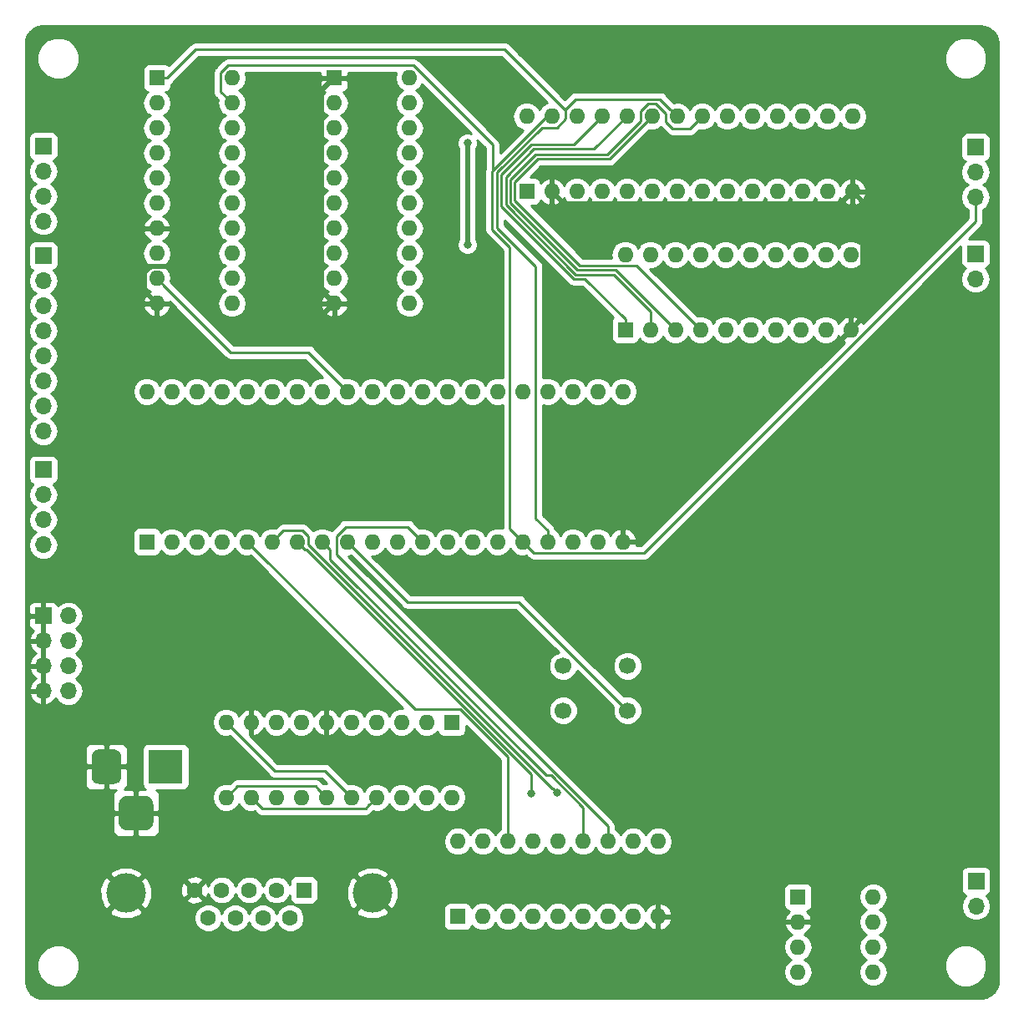
<source format=gbr>
G04 #@! TF.GenerationSoftware,KiCad,Pcbnew,5.0.0-fee4fd1~66~ubuntu16.04.1*
G04 #@! TF.CreationDate,2018-11-19T11:17:55+01:00*
G04 #@! TF.ProjectId,byggern,6279676765726E2E6B696361645F7063,rev?*
G04 #@! TF.SameCoordinates,Original*
G04 #@! TF.FileFunction,Copper,L2,Bot,Signal*
G04 #@! TF.FilePolarity,Positive*
%FSLAX46Y46*%
G04 Gerber Fmt 4.6, Leading zero omitted, Abs format (unit mm)*
G04 Created by KiCad (PCBNEW 5.0.0-fee4fd1~66~ubuntu16.04.1) date Mon Nov 19 11:17:55 2018*
%MOMM*%
%LPD*%
G01*
G04 APERTURE LIST*
G04 #@! TA.AperFunction,ComponentPad*
%ADD10R,1.600000X1.600000*%
G04 #@! TD*
G04 #@! TA.AperFunction,ComponentPad*
%ADD11O,1.600000X1.600000*%
G04 #@! TD*
G04 #@! TA.AperFunction,ComponentPad*
%ADD12C,1.600000*%
G04 #@! TD*
G04 #@! TA.AperFunction,ComponentPad*
%ADD13C,4.000000*%
G04 #@! TD*
G04 #@! TA.AperFunction,ComponentPad*
%ADD14R,3.500000X3.500000*%
G04 #@! TD*
G04 #@! TA.AperFunction,Conductor*
%ADD15C,0.100000*%
G04 #@! TD*
G04 #@! TA.AperFunction,ComponentPad*
%ADD16C,3.000000*%
G04 #@! TD*
G04 #@! TA.AperFunction,ComponentPad*
%ADD17C,3.500000*%
G04 #@! TD*
G04 #@! TA.AperFunction,ComponentPad*
%ADD18R,1.700000X1.700000*%
G04 #@! TD*
G04 #@! TA.AperFunction,ComponentPad*
%ADD19O,1.700000X1.700000*%
G04 #@! TD*
G04 #@! TA.AperFunction,ComponentPad*
%ADD20C,1.700000*%
G04 #@! TD*
G04 #@! TA.AperFunction,ViaPad*
%ADD21C,0.800000*%
G04 #@! TD*
G04 #@! TA.AperFunction,Conductor*
%ADD22C,0.500000*%
G04 #@! TD*
G04 #@! TA.AperFunction,Conductor*
%ADD23C,0.250000*%
G04 #@! TD*
G04 #@! TA.AperFunction,Conductor*
%ADD24C,0.254000*%
G04 #@! TD*
G04 APERTURE END LIST*
D10*
G04 #@! TO.P,U3,1*
G04 #@! TO.N,GND*
X51500000Y-26700000D03*
D11*
G04 #@! TO.P,U3,11*
G04 #@! TO.N,/LE*
X59120000Y-49560000D03*
G04 #@! TO.P,U3,2*
G04 #@! TO.N,/A0*
X51500000Y-29240000D03*
G04 #@! TO.P,U3,12*
G04 #@! TO.N,/AL0*
X59120000Y-47020000D03*
G04 #@! TO.P,U3,3*
G04 #@! TO.N,/A1*
X51500000Y-31780000D03*
G04 #@! TO.P,U3,13*
G04 #@! TO.N,/AL1*
X59120000Y-44480000D03*
G04 #@! TO.P,U3,4*
G04 #@! TO.N,/A2*
X51500000Y-34320000D03*
G04 #@! TO.P,U3,14*
G04 #@! TO.N,/AL2*
X59120000Y-41940000D03*
G04 #@! TO.P,U3,5*
G04 #@! TO.N,/A3*
X51500000Y-36860000D03*
G04 #@! TO.P,U3,15*
G04 #@! TO.N,/AL3*
X59120000Y-39400000D03*
G04 #@! TO.P,U3,6*
G04 #@! TO.N,/A4*
X51500000Y-39400000D03*
G04 #@! TO.P,U3,16*
G04 #@! TO.N,/AL4*
X59120000Y-36860000D03*
G04 #@! TO.P,U3,7*
G04 #@! TO.N,/A5*
X51500000Y-41940000D03*
G04 #@! TO.P,U3,17*
G04 #@! TO.N,/AL5*
X59120000Y-34320000D03*
G04 #@! TO.P,U3,8*
G04 #@! TO.N,/A6*
X51500000Y-44480000D03*
G04 #@! TO.P,U3,18*
G04 #@! TO.N,/AL6*
X59120000Y-31780000D03*
G04 #@! TO.P,U3,9*
G04 #@! TO.N,/A7*
X51500000Y-47020000D03*
G04 #@! TO.P,U3,19*
G04 #@! TO.N,/AL7*
X59120000Y-29240000D03*
G04 #@! TO.P,U3,10*
G04 #@! TO.N,GND*
X51500000Y-49560000D03*
G04 #@! TO.P,U3,20*
G04 #@! TO.N,VCC*
X59120000Y-26700000D03*
G04 #@! TD*
D10*
G04 #@! TO.P,J4,1*
G04 #@! TO.N,N/C*
X48400000Y-109000000D03*
D12*
G04 #@! TO.P,J4,2*
G04 #@! TO.N,Net-(J4-Pad2)*
X45630000Y-109000000D03*
G04 #@! TO.P,J4,3*
G04 #@! TO.N,Net-(J4-Pad3)*
X42860000Y-109000000D03*
G04 #@! TO.P,J4,4*
G04 #@! TO.N,N/C*
X40090000Y-109000000D03*
G04 #@! TO.P,J4,5*
G04 #@! TO.N,GND*
X37320000Y-109000000D03*
G04 #@! TO.P,J4,6*
G04 #@! TO.N,N/C*
X47015000Y-111840000D03*
G04 #@! TO.P,J4,7*
X44245000Y-111840000D03*
G04 #@! TO.P,J4,8*
X41475000Y-111840000D03*
G04 #@! TO.P,J4,9*
X38705000Y-111840000D03*
D13*
G04 #@! TO.P,J4,0*
G04 #@! TO.N,GND*
X30360000Y-109300000D03*
X55360000Y-109300000D03*
G04 #@! TD*
D10*
G04 #@! TO.P,U2,1*
G04 #@! TO.N,N/C*
X32500000Y-73700000D03*
D11*
G04 #@! TO.P,U2,21*
G04 #@! TO.N,/A8*
X80760000Y-58460000D03*
G04 #@! TO.P,U2,2*
G04 #@! TO.N,N/C*
X35040000Y-73700000D03*
G04 #@! TO.P,U2,22*
G04 #@! TO.N,/A9*
X78220000Y-58460000D03*
G04 #@! TO.P,U2,3*
G04 #@! TO.N,N/C*
X37580000Y-73700000D03*
G04 #@! TO.P,U2,23*
G04 #@! TO.N,/A10*
X75680000Y-58460000D03*
G04 #@! TO.P,U2,4*
G04 #@! TO.N,N/C*
X40120000Y-73700000D03*
G04 #@! TO.P,U2,24*
G04 #@! TO.N,/A11*
X73140000Y-58460000D03*
G04 #@! TO.P,U2,5*
G04 #@! TO.N,/~CS~_MCP*
X42660000Y-73700000D03*
G04 #@! TO.P,U2,25*
G04 #@! TO.N,Net-(J1-Pad4)*
X70600000Y-58460000D03*
G04 #@! TO.P,U2,6*
G04 #@! TO.N,/MOSI*
X45200000Y-73700000D03*
G04 #@! TO.P,U2,26*
G04 #@! TO.N,Net-(J1-Pad3)*
X68060000Y-58460000D03*
G04 #@! TO.P,U2,7*
G04 #@! TO.N,/MISO*
X47740000Y-73700000D03*
G04 #@! TO.P,U2,27*
G04 #@! TO.N,Net-(J1-Pad2)*
X65520000Y-58460000D03*
G04 #@! TO.P,U2,8*
G04 #@! TO.N,/SCK*
X50280000Y-73700000D03*
G04 #@! TO.P,U2,28*
G04 #@! TO.N,Net-(J1-Pad1)*
X62980000Y-58460000D03*
G04 #@! TO.P,U2,9*
G04 #@! TO.N,/~RESET*
X52820000Y-73700000D03*
G04 #@! TO.P,U2,29*
G04 #@! TO.N,N/C*
X60440000Y-58460000D03*
G04 #@! TO.P,U2,10*
G04 #@! TO.N,/RXD_232*
X55360000Y-73700000D03*
G04 #@! TO.P,U2,30*
G04 #@! TO.N,/LE*
X57900000Y-58460000D03*
G04 #@! TO.P,U2,11*
G04 #@! TO.N,/TXD_232*
X57900000Y-73700000D03*
G04 #@! TO.P,U2,31*
G04 #@! TO.N,N/C*
X55360000Y-58460000D03*
G04 #@! TO.P,U2,12*
G04 #@! TO.N,/CAN_~INT*
X60440000Y-73700000D03*
G04 #@! TO.P,U2,32*
G04 #@! TO.N,/A7*
X52820000Y-58460000D03*
G04 #@! TO.P,U2,13*
G04 #@! TO.N,N/C*
X62980000Y-73700000D03*
G04 #@! TO.P,U2,33*
G04 #@! TO.N,/A6*
X50280000Y-58460000D03*
G04 #@! TO.P,U2,14*
G04 #@! TO.N,Net-(J7-Pad1)*
X65520000Y-73700000D03*
G04 #@! TO.P,U2,34*
G04 #@! TO.N,/A5*
X47740000Y-58460000D03*
G04 #@! TO.P,U2,15*
G04 #@! TO.N,Net-(J7-Pad2)*
X68060000Y-73700000D03*
G04 #@! TO.P,U2,35*
G04 #@! TO.N,/A4*
X45200000Y-58460000D03*
G04 #@! TO.P,U2,16*
G04 #@! TO.N,/~WE*
X70600000Y-73700000D03*
G04 #@! TO.P,U2,36*
G04 #@! TO.N,/A3*
X42660000Y-58460000D03*
G04 #@! TO.P,U2,17*
G04 #@! TO.N,/~OE*
X73140000Y-73700000D03*
G04 #@! TO.P,U2,37*
G04 #@! TO.N,/A2*
X40120000Y-58460000D03*
G04 #@! TO.P,U2,18*
G04 #@! TO.N,Net-(C2-Pad1)*
X75680000Y-73700000D03*
G04 #@! TO.P,U2,38*
G04 #@! TO.N,/A1*
X37580000Y-58460000D03*
G04 #@! TO.P,U2,19*
G04 #@! TO.N,Net-(C1-Pad1)*
X78220000Y-73700000D03*
G04 #@! TO.P,U2,39*
G04 #@! TO.N,/A0*
X35040000Y-58460000D03*
G04 #@! TO.P,U2,20*
G04 #@! TO.N,GND*
X80760000Y-73700000D03*
G04 #@! TO.P,U2,40*
G04 #@! TO.N,VCC*
X32500000Y-58460000D03*
G04 #@! TD*
D10*
G04 #@! TO.P,U4,1*
G04 #@! TO.N,/A8*
X81000000Y-52200000D03*
D11*
G04 #@! TO.P,U4,11*
G04 #@! TO.N,N/C*
X103860000Y-44580000D03*
G04 #@! TO.P,U4,2*
G04 #@! TO.N,/A9*
X83540000Y-52200000D03*
G04 #@! TO.P,U4,12*
G04 #@! TO.N,N/C*
X101320000Y-44580000D03*
G04 #@! TO.P,U4,3*
G04 #@! TO.N,/A10*
X86080000Y-52200000D03*
G04 #@! TO.P,U4,13*
G04 #@! TO.N,N/C*
X98780000Y-44580000D03*
G04 #@! TO.P,U4,4*
G04 #@! TO.N,/A11*
X88620000Y-52200000D03*
G04 #@! TO.P,U4,14*
G04 #@! TO.N,N/C*
X96240000Y-44580000D03*
G04 #@! TO.P,U4,5*
X91160000Y-52200000D03*
G04 #@! TO.P,U4,15*
X93700000Y-44580000D03*
G04 #@! TO.P,U4,6*
X93700000Y-52200000D03*
G04 #@! TO.P,U4,16*
G04 #@! TO.N,Net-(J5-Pad2)*
X91160000Y-44580000D03*
G04 #@! TO.P,U4,7*
G04 #@! TO.N,N/C*
X96240000Y-52200000D03*
G04 #@! TO.P,U4,17*
G04 #@! TO.N,Net-(J5-Pad1)*
X88620000Y-44580000D03*
G04 #@! TO.P,U4,8*
G04 #@! TO.N,N/C*
X98780000Y-52200000D03*
G04 #@! TO.P,U4,18*
G04 #@! TO.N,/~CS~_ADC*
X86080000Y-44580000D03*
G04 #@! TO.P,U4,9*
G04 #@! TO.N,N/C*
X101320000Y-52200000D03*
G04 #@! TO.P,U4,19*
G04 #@! TO.N,/~CS~_RAM*
X83540000Y-44580000D03*
G04 #@! TO.P,U4,10*
G04 #@! TO.N,GND*
X103860000Y-52200000D03*
G04 #@! TO.P,U4,20*
G04 #@! TO.N,VCC*
X81000000Y-44580000D03*
G04 #@! TD*
D10*
G04 #@! TO.P,U5,1*
G04 #@! TO.N,Net-(R11-Pad2)*
X64000000Y-111700000D03*
D11*
G04 #@! TO.P,U5,10*
G04 #@! TO.N,N/C*
X84320000Y-104080000D03*
G04 #@! TO.P,U5,2*
G04 #@! TO.N,Net-(R12-Pad2)*
X66540000Y-111700000D03*
G04 #@! TO.P,U5,11*
G04 #@! TO.N,N/C*
X81780000Y-104080000D03*
G04 #@! TO.P,U5,3*
X69080000Y-111700000D03*
G04 #@! TO.P,U5,12*
G04 #@! TO.N,/CAN_~INT*
X79240000Y-104080000D03*
G04 #@! TO.P,U5,4*
G04 #@! TO.N,N/C*
X71620000Y-111700000D03*
G04 #@! TO.P,U5,13*
G04 #@! TO.N,/SCK*
X76700000Y-104080000D03*
G04 #@! TO.P,U5,5*
G04 #@! TO.N,N/C*
X74160000Y-111700000D03*
G04 #@! TO.P,U5,14*
G04 #@! TO.N,Net-(R6-Pad1)*
X74160000Y-104080000D03*
G04 #@! TO.P,U5,6*
G04 #@! TO.N,N/C*
X76700000Y-111700000D03*
G04 #@! TO.P,U5,15*
G04 #@! TO.N,Net-(R7-Pad1)*
X71620000Y-104080000D03*
G04 #@! TO.P,U5,7*
G04 #@! TO.N,Net-(C4-Pad1)*
X79240000Y-111700000D03*
G04 #@! TO.P,U5,16*
G04 #@! TO.N,/~CS~_MCP*
X69080000Y-104080000D03*
G04 #@! TO.P,U5,8*
G04 #@! TO.N,Net-(C5-Pad1)*
X81780000Y-111700000D03*
G04 #@! TO.P,U5,17*
G04 #@! TO.N,/~RESET*
X66540000Y-104080000D03*
G04 #@! TO.P,U5,9*
G04 #@! TO.N,GND*
X84320000Y-111700000D03*
G04 #@! TO.P,U5,18*
G04 #@! TO.N,VCC*
X64000000Y-104080000D03*
G04 #@! TD*
D10*
G04 #@! TO.P,U6,1*
G04 #@! TO.N,N/C*
X71000000Y-38200000D03*
D11*
G04 #@! TO.P,U6,15*
G04 #@! TO.N,/A3*
X104020000Y-30580000D03*
G04 #@! TO.P,U6,2*
G04 #@! TO.N,GND*
X73540000Y-38200000D03*
G04 #@! TO.P,U6,16*
G04 #@! TO.N,/A4*
X101480000Y-30580000D03*
G04 #@! TO.P,U6,3*
G04 #@! TO.N,/AL7*
X76080000Y-38200000D03*
G04 #@! TO.P,U6,17*
G04 #@! TO.N,/A5*
X98940000Y-30580000D03*
G04 #@! TO.P,U6,4*
G04 #@! TO.N,/AL6*
X78620000Y-38200000D03*
G04 #@! TO.P,U6,18*
G04 #@! TO.N,/A6*
X96400000Y-30580000D03*
G04 #@! TO.P,U6,5*
G04 #@! TO.N,/AL5*
X81160000Y-38200000D03*
G04 #@! TO.P,U6,19*
G04 #@! TO.N,/A7*
X93860000Y-30580000D03*
G04 #@! TO.P,U6,6*
G04 #@! TO.N,/AL4*
X83700000Y-38200000D03*
G04 #@! TO.P,U6,20*
G04 #@! TO.N,/~CS~_RAM*
X91320000Y-30580000D03*
G04 #@! TO.P,U6,7*
G04 #@! TO.N,/AL3*
X86240000Y-38200000D03*
G04 #@! TO.P,U6,21*
G04 #@! TO.N,/A10*
X88780000Y-30580000D03*
G04 #@! TO.P,U6,8*
G04 #@! TO.N,/AL2*
X88780000Y-38200000D03*
G04 #@! TO.P,U6,22*
G04 #@! TO.N,/~OE*
X86240000Y-30580000D03*
G04 #@! TO.P,U6,9*
G04 #@! TO.N,/AL1*
X91320000Y-38200000D03*
G04 #@! TO.P,U6,23*
G04 #@! TO.N,/A11*
X83700000Y-30580000D03*
G04 #@! TO.P,U6,10*
G04 #@! TO.N,/AL0*
X93860000Y-38200000D03*
G04 #@! TO.P,U6,24*
G04 #@! TO.N,/A9*
X81160000Y-30580000D03*
G04 #@! TO.P,U6,11*
G04 #@! TO.N,/A0*
X96400000Y-38200000D03*
G04 #@! TO.P,U6,25*
G04 #@! TO.N,/A8*
X78620000Y-30580000D03*
G04 #@! TO.P,U6,12*
G04 #@! TO.N,/A1*
X98940000Y-38200000D03*
G04 #@! TO.P,U6,26*
G04 #@! TO.N,VCC*
X76080000Y-30580000D03*
G04 #@! TO.P,U6,13*
G04 #@! TO.N,/A2*
X101480000Y-38200000D03*
G04 #@! TO.P,U6,27*
G04 #@! TO.N,/~WE*
X73540000Y-30580000D03*
G04 #@! TO.P,U6,14*
G04 #@! TO.N,GND*
X104020000Y-38200000D03*
G04 #@! TO.P,U6,28*
G04 #@! TO.N,VCC*
X71000000Y-30580000D03*
G04 #@! TD*
G04 #@! TO.P,U8,20*
G04 #@! TO.N,VCC*
X41120000Y-26700000D03*
G04 #@! TO.P,U8,10*
G04 #@! TO.N,GND*
X33500000Y-49560000D03*
G04 #@! TO.P,U8,19*
G04 #@! TO.N,/~WE*
X41120000Y-29240000D03*
G04 #@! TO.P,U8,9*
G04 #@! TO.N,/A7*
X33500000Y-47020000D03*
G04 #@! TO.P,U8,18*
G04 #@! TO.N,Net-(TP7-Pad1)*
X41120000Y-31780000D03*
G04 #@! TO.P,U8,8*
G04 #@! TO.N,VCC*
X33500000Y-44480000D03*
G04 #@! TO.P,U8,17*
G04 #@! TO.N,/A0*
X41120000Y-34320000D03*
G04 #@! TO.P,U8,7*
G04 #@! TO.N,GND*
X33500000Y-41940000D03*
G04 #@! TO.P,U8,16*
G04 #@! TO.N,/A1*
X41120000Y-36860000D03*
G04 #@! TO.P,U8,6*
G04 #@! TO.N,Net-(J9-Pad4)*
X33500000Y-39400000D03*
G04 #@! TO.P,U8,15*
G04 #@! TO.N,/A2*
X41120000Y-39400000D03*
G04 #@! TO.P,U8,5*
G04 #@! TO.N,Net-(J9-Pad3)*
X33500000Y-36860000D03*
G04 #@! TO.P,U8,14*
G04 #@! TO.N,/A3*
X41120000Y-41940000D03*
G04 #@! TO.P,U8,4*
G04 #@! TO.N,Net-(J9-Pad2)*
X33500000Y-34320000D03*
G04 #@! TO.P,U8,13*
G04 #@! TO.N,/A4*
X41120000Y-44480000D03*
G04 #@! TO.P,U8,3*
G04 #@! TO.N,Net-(J9-Pad1)*
X33500000Y-31780000D03*
G04 #@! TO.P,U8,12*
G04 #@! TO.N,/A5*
X41120000Y-47020000D03*
G04 #@! TO.P,U8,2*
G04 #@! TO.N,/~CS~_ADC*
X33500000Y-29240000D03*
G04 #@! TO.P,U8,11*
G04 #@! TO.N,/A6*
X41120000Y-49560000D03*
D10*
G04 #@! TO.P,U8,1*
G04 #@! TO.N,/~OE*
X33500000Y-26700000D03*
G04 #@! TD*
G04 #@! TO.P,U9,1*
G04 #@! TO.N,N/C*
X63400000Y-92000000D03*
D11*
G04 #@! TO.P,U9,11*
G04 #@! TO.N,Net-(U9-Pad11)*
X40540000Y-99620000D03*
G04 #@! TO.P,U9,2*
G04 #@! TO.N,Net-(R13-Pad1)*
X60860000Y-92000000D03*
G04 #@! TO.P,U9,12*
G04 #@! TO.N,Net-(U9-Pad12)*
X43080000Y-99620000D03*
G04 #@! TO.P,U9,3*
G04 #@! TO.N,Net-(R14-Pad1)*
X58320000Y-92000000D03*
G04 #@! TO.P,U9,13*
G04 #@! TO.N,N/C*
X45620000Y-99620000D03*
G04 #@! TO.P,U9,4*
G04 #@! TO.N,Net-(R9-Pad2)*
X55780000Y-92000000D03*
G04 #@! TO.P,U9,14*
G04 #@! TO.N,N/C*
X48160000Y-99620000D03*
G04 #@! TO.P,U9,5*
G04 #@! TO.N,Net-(R8-Pad2)*
X53240000Y-92000000D03*
G04 #@! TO.P,U9,15*
G04 #@! TO.N,Net-(U9-Pad11)*
X50700000Y-99620000D03*
G04 #@! TO.P,U9,6*
G04 #@! TO.N,GND*
X50700000Y-92000000D03*
G04 #@! TO.P,U9,16*
G04 #@! TO.N,Net-(U9-Pad10)*
X53240000Y-99620000D03*
G04 #@! TO.P,U9,7*
G04 #@! TO.N,VCC*
X48160000Y-92000000D03*
G04 #@! TO.P,U9,17*
G04 #@! TO.N,Net-(U9-Pad12)*
X55780000Y-99620000D03*
G04 #@! TO.P,U9,8*
G04 #@! TO.N,N/C*
X45620000Y-92000000D03*
G04 #@! TO.P,U9,18*
X58320000Y-99620000D03*
G04 #@! TO.P,U9,9*
G04 #@! TO.N,GND*
X43080000Y-92000000D03*
G04 #@! TO.P,U9,19*
G04 #@! TO.N,N/C*
X60860000Y-99620000D03*
G04 #@! TO.P,U9,10*
G04 #@! TO.N,Net-(U9-Pad10)*
X40540000Y-92000000D03*
G04 #@! TO.P,U9,20*
G04 #@! TO.N,N/C*
X63400000Y-99620000D03*
G04 #@! TD*
D14*
G04 #@! TO.P,U10,1*
G04 #@! TO.N,+12V*
X34400000Y-96500000D03*
D15*
G04 #@! TD*
G04 #@! TO.N,GND*
G04 #@! TO.C,U10*
G36*
X29223513Y-94753611D02*
X29296318Y-94764411D01*
X29367714Y-94782295D01*
X29437013Y-94807090D01*
X29503548Y-94838559D01*
X29566678Y-94876398D01*
X29625795Y-94920242D01*
X29680330Y-94969670D01*
X29729758Y-95024205D01*
X29773602Y-95083322D01*
X29811441Y-95146452D01*
X29842910Y-95212987D01*
X29867705Y-95282286D01*
X29885589Y-95353682D01*
X29896389Y-95426487D01*
X29900000Y-95500000D01*
X29900000Y-97500000D01*
X29896389Y-97573513D01*
X29885589Y-97646318D01*
X29867705Y-97717714D01*
X29842910Y-97787013D01*
X29811441Y-97853548D01*
X29773602Y-97916678D01*
X29729758Y-97975795D01*
X29680330Y-98030330D01*
X29625795Y-98079758D01*
X29566678Y-98123602D01*
X29503548Y-98161441D01*
X29437013Y-98192910D01*
X29367714Y-98217705D01*
X29296318Y-98235589D01*
X29223513Y-98246389D01*
X29150000Y-98250000D01*
X27650000Y-98250000D01*
X27576487Y-98246389D01*
X27503682Y-98235589D01*
X27432286Y-98217705D01*
X27362987Y-98192910D01*
X27296452Y-98161441D01*
X27233322Y-98123602D01*
X27174205Y-98079758D01*
X27119670Y-98030330D01*
X27070242Y-97975795D01*
X27026398Y-97916678D01*
X26988559Y-97853548D01*
X26957090Y-97787013D01*
X26932295Y-97717714D01*
X26914411Y-97646318D01*
X26903611Y-97573513D01*
X26900000Y-97500000D01*
X26900000Y-95500000D01*
X26903611Y-95426487D01*
X26914411Y-95353682D01*
X26932295Y-95282286D01*
X26957090Y-95212987D01*
X26988559Y-95146452D01*
X27026398Y-95083322D01*
X27070242Y-95024205D01*
X27119670Y-94969670D01*
X27174205Y-94920242D01*
X27233322Y-94876398D01*
X27296452Y-94838559D01*
X27362987Y-94807090D01*
X27432286Y-94782295D01*
X27503682Y-94764411D01*
X27576487Y-94753611D01*
X27650000Y-94750000D01*
X29150000Y-94750000D01*
X29223513Y-94753611D01*
X29223513Y-94753611D01*
G37*
D16*
G04 #@! TO.P,U10,2*
G04 #@! TO.N,GND*
X28400000Y-96500000D03*
D15*
G04 #@! TD*
G04 #@! TO.N,GND*
G04 #@! TO.C,U10*
G36*
X32360765Y-99454213D02*
X32445704Y-99466813D01*
X32528999Y-99487677D01*
X32609848Y-99516605D01*
X32687472Y-99553319D01*
X32761124Y-99597464D01*
X32830094Y-99648616D01*
X32893718Y-99706282D01*
X32951384Y-99769906D01*
X33002536Y-99838876D01*
X33046681Y-99912528D01*
X33083395Y-99990152D01*
X33112323Y-100071001D01*
X33133187Y-100154296D01*
X33145787Y-100239235D01*
X33150000Y-100325000D01*
X33150000Y-102075000D01*
X33145787Y-102160765D01*
X33133187Y-102245704D01*
X33112323Y-102328999D01*
X33083395Y-102409848D01*
X33046681Y-102487472D01*
X33002536Y-102561124D01*
X32951384Y-102630094D01*
X32893718Y-102693718D01*
X32830094Y-102751384D01*
X32761124Y-102802536D01*
X32687472Y-102846681D01*
X32609848Y-102883395D01*
X32528999Y-102912323D01*
X32445704Y-102933187D01*
X32360765Y-102945787D01*
X32275000Y-102950000D01*
X30525000Y-102950000D01*
X30439235Y-102945787D01*
X30354296Y-102933187D01*
X30271001Y-102912323D01*
X30190152Y-102883395D01*
X30112528Y-102846681D01*
X30038876Y-102802536D01*
X29969906Y-102751384D01*
X29906282Y-102693718D01*
X29848616Y-102630094D01*
X29797464Y-102561124D01*
X29753319Y-102487472D01*
X29716605Y-102409848D01*
X29687677Y-102328999D01*
X29666813Y-102245704D01*
X29654213Y-102160765D01*
X29650000Y-102075000D01*
X29650000Y-100325000D01*
X29654213Y-100239235D01*
X29666813Y-100154296D01*
X29687677Y-100071001D01*
X29716605Y-99990152D01*
X29753319Y-99912528D01*
X29797464Y-99838876D01*
X29848616Y-99769906D01*
X29906282Y-99706282D01*
X29969906Y-99648616D01*
X30038876Y-99597464D01*
X30112528Y-99553319D01*
X30190152Y-99516605D01*
X30271001Y-99487677D01*
X30354296Y-99466813D01*
X30439235Y-99454213D01*
X30525000Y-99450000D01*
X32275000Y-99450000D01*
X32360765Y-99454213D01*
X32360765Y-99454213D01*
G37*
D17*
G04 #@! TO.P,U10,3*
G04 #@! TO.N,GND*
X31400000Y-101200000D03*
G04 #@! TD*
D18*
G04 #@! TO.P,J1,1*
G04 #@! TO.N,Net-(J1-Pad1)*
X22000000Y-66400000D03*
D19*
G04 #@! TO.P,J1,2*
G04 #@! TO.N,Net-(J1-Pad2)*
X22000000Y-68940000D03*
G04 #@! TO.P,J1,3*
G04 #@! TO.N,Net-(J1-Pad3)*
X22000000Y-71480000D03*
G04 #@! TO.P,J1,4*
G04 #@! TO.N,Net-(J1-Pad4)*
X22000000Y-74020000D03*
G04 #@! TD*
D10*
G04 #@! TO.P,U7,1*
G04 #@! TO.N,Net-(R11-Pad1)*
X98500000Y-109700000D03*
D11*
G04 #@! TO.P,U7,5*
G04 #@! TO.N,N/C*
X106120000Y-117320000D03*
G04 #@! TO.P,U7,2*
G04 #@! TO.N,GND*
X98500000Y-112240000D03*
G04 #@! TO.P,U7,6*
G04 #@! TO.N,Net-(J3-Pad2)*
X106120000Y-114780000D03*
G04 #@! TO.P,U7,3*
G04 #@! TO.N,VCC*
X98500000Y-114780000D03*
G04 #@! TO.P,U7,7*
G04 #@! TO.N,Net-(J3-Pad1)*
X106120000Y-112240000D03*
G04 #@! TO.P,U7,4*
G04 #@! TO.N,Net-(R12-Pad1)*
X98500000Y-117320000D03*
G04 #@! TO.P,U7,8*
G04 #@! TO.N,Net-(R1-Pad1)*
X106120000Y-109700000D03*
G04 #@! TD*
D20*
G04 #@! TO.P,S1,4*
G04 #@! TO.N,/~RESET*
X81200000Y-90800000D03*
G04 #@! TO.P,S1,3*
G04 #@! TO.N,N/C*
X74700000Y-90800000D03*
G04 #@! TO.P,S1,2*
G04 #@! TO.N,Net-(R3-Pad2)*
X81200000Y-86300000D03*
G04 #@! TO.P,S1,1*
G04 #@! TO.N,N/C*
X74700000Y-86300000D03*
G04 #@! TD*
D18*
G04 #@! TO.P,J2,1*
G04 #@! TO.N,/A0*
X22000000Y-44700000D03*
D19*
G04 #@! TO.P,J2,2*
G04 #@! TO.N,/A1*
X22000000Y-47240000D03*
G04 #@! TO.P,J2,3*
G04 #@! TO.N,/A2*
X22000000Y-49780000D03*
G04 #@! TO.P,J2,4*
G04 #@! TO.N,/A3*
X22000000Y-52320000D03*
G04 #@! TO.P,J2,5*
G04 #@! TO.N,/A4*
X22000000Y-54860000D03*
G04 #@! TO.P,J2,6*
G04 #@! TO.N,/A5*
X22000000Y-57400000D03*
G04 #@! TO.P,J2,7*
G04 #@! TO.N,/A6*
X22000000Y-59940000D03*
G04 #@! TO.P,J2,8*
G04 #@! TO.N,/A7*
X22000000Y-62480000D03*
G04 #@! TD*
D18*
G04 #@! TO.P,J5,1*
G04 #@! TO.N,Net-(J5-Pad1)*
X116500000Y-33700000D03*
D19*
G04 #@! TO.P,J5,2*
G04 #@! TO.N,Net-(J5-Pad2)*
X116500000Y-36240000D03*
G04 #@! TO.P,J5,3*
G04 #@! TO.N,/~WE*
X116500000Y-38780000D03*
G04 #@! TD*
D18*
G04 #@! TO.P,J6,1*
G04 #@! TO.N,GND*
X22000000Y-81200000D03*
D19*
G04 #@! TO.P,J6,2*
G04 #@! TO.N,VCC*
X24540000Y-81200000D03*
G04 #@! TO.P,J6,3*
G04 #@! TO.N,GND*
X22000000Y-83740000D03*
G04 #@! TO.P,J6,4*
G04 #@! TO.N,VCC*
X24540000Y-83740000D03*
G04 #@! TO.P,J6,5*
G04 #@! TO.N,GND*
X22000000Y-86280000D03*
G04 #@! TO.P,J6,6*
G04 #@! TO.N,+12V*
X24540000Y-86280000D03*
G04 #@! TO.P,J6,7*
G04 #@! TO.N,GND*
X22000000Y-88820000D03*
G04 #@! TO.P,J6,8*
G04 #@! TO.N,+12V*
X24540000Y-88820000D03*
G04 #@! TD*
D18*
G04 #@! TO.P,J9,1*
G04 #@! TO.N,Net-(J9-Pad1)*
X22000000Y-33600000D03*
D19*
G04 #@! TO.P,J9,2*
G04 #@! TO.N,Net-(J9-Pad2)*
X22000000Y-36140000D03*
G04 #@! TO.P,J9,3*
G04 #@! TO.N,Net-(J9-Pad3)*
X22000000Y-38680000D03*
G04 #@! TO.P,J9,4*
G04 #@! TO.N,Net-(J9-Pad4)*
X22000000Y-41220000D03*
G04 #@! TD*
D18*
G04 #@! TO.P,J7,1*
G04 #@! TO.N,Net-(J7-Pad1)*
X116500000Y-44500000D03*
D19*
G04 #@! TO.P,J7,2*
G04 #@! TO.N,Net-(J7-Pad2)*
X116500000Y-47040000D03*
G04 #@! TD*
D18*
G04 #@! TO.P,J3,1*
G04 #@! TO.N,Net-(J3-Pad1)*
X116550000Y-108100000D03*
D19*
G04 #@! TO.P,J3,2*
G04 #@! TO.N,Net-(J3-Pad2)*
X116550000Y-110640000D03*
G04 #@! TD*
D21*
G04 #@! TO.N,GND*
X36800000Y-79900000D03*
X42200000Y-79900000D03*
X42200000Y-87800000D03*
X36800000Y-87900000D03*
X39500000Y-83900000D03*
X70100000Y-90700000D03*
X22000000Y-77700000D03*
X37700000Y-91100000D03*
X32400000Y-54000000D03*
X44500000Y-28700000D03*
X31800000Y-83700000D03*
X28900000Y-83700000D03*
X70100000Y-86100000D03*
X67500000Y-76900000D03*
X76900000Y-76900000D03*
G04 #@! TO.N,VCC*
X65000000Y-33300000D03*
X65000000Y-43600000D03*
G04 #@! TO.N,/MOSI*
X74100000Y-99100000D03*
G04 #@! TO.N,/MISO*
X71500000Y-99200000D03*
G04 #@! TD*
D22*
G04 #@! TO.N,GND*
X103220001Y-38999999D02*
X104020000Y-38200000D01*
X102769999Y-39450001D02*
X103220001Y-38999999D01*
X74790001Y-39450001D02*
X102769999Y-39450001D01*
X73540000Y-38200000D02*
X74790001Y-39450001D01*
X104659999Y-51400001D02*
X103860000Y-52200000D01*
X105110001Y-50949999D02*
X104659999Y-51400001D01*
X105110001Y-39290001D02*
X105110001Y-50949999D01*
X104020000Y-38200000D02*
X105110001Y-39290001D01*
X48160000Y-52900000D02*
X51500000Y-49560000D01*
X33500000Y-49560000D02*
X32249999Y-48309999D01*
X34769999Y-45769999D02*
X41900000Y-52900000D01*
X32249999Y-48309999D02*
X32249999Y-46419999D01*
X32899999Y-45769999D02*
X34769999Y-45769999D01*
X41900000Y-52900000D02*
X48160000Y-52900000D01*
X32249999Y-46419999D02*
X32899999Y-45769999D01*
X50700001Y-48760001D02*
X51500000Y-49560000D01*
X50249999Y-48309999D02*
X50700001Y-48760001D01*
X50249999Y-27950001D02*
X50249999Y-48309999D01*
X51500000Y-26700000D02*
X50249999Y-27950001D01*
X82360000Y-73700000D02*
X103860000Y-52200000D01*
X80760000Y-73700000D02*
X82360000Y-73700000D01*
G04 #@! TO.N,VCC*
X65000000Y-33300000D02*
X65000000Y-43600000D01*
D23*
G04 #@! TO.N,/A7*
X34299999Y-47819999D02*
X33500000Y-47020000D01*
X40980000Y-54500000D02*
X34299999Y-47819999D01*
X48860000Y-54500000D02*
X40980000Y-54500000D01*
X52820000Y-58460000D02*
X48860000Y-54500000D01*
G04 #@! TO.N,/~RESET*
X80350001Y-89950001D02*
X81200000Y-90800000D01*
X58920000Y-79800000D02*
X70200000Y-79800000D01*
X70200000Y-79800000D02*
X80350001Y-89950001D01*
X52820000Y-73700000D02*
X58920000Y-79800000D01*
G04 #@! TO.N,/A8*
X68449970Y-39722790D02*
X68449970Y-36450030D01*
X81000000Y-52200000D02*
X81000000Y-51150000D01*
X75782210Y-47055030D02*
X68449970Y-39722790D01*
X81000000Y-51150000D02*
X76905031Y-47055031D01*
X76905031Y-47055031D02*
X75782210Y-47055030D01*
X68449970Y-36450030D02*
X71500000Y-33400000D01*
X75800000Y-33400000D02*
X78620000Y-30580000D01*
X71500000Y-33400000D02*
X75800000Y-33400000D01*
G04 #@! TO.N,/A9*
X83540000Y-52200000D02*
X83540000Y-50340000D01*
X79805021Y-46605021D02*
X75968611Y-46605021D01*
X83540000Y-50340000D02*
X79805021Y-46605021D01*
X68899980Y-39536390D02*
X68899980Y-36700020D01*
X75968611Y-46605021D02*
X68899980Y-39536390D01*
X68899980Y-36700020D02*
X71700000Y-33900000D01*
X77840000Y-33900000D02*
X81160000Y-30580000D01*
X71700000Y-33900000D02*
X77840000Y-33900000D01*
G04 #@! TO.N,/A10*
X86080000Y-52200000D02*
X80035011Y-46155011D01*
X80035011Y-46155011D02*
X76155011Y-46155011D01*
X69349990Y-39349990D02*
X69349990Y-36950010D01*
X76155011Y-46155011D02*
X69349990Y-39349990D01*
X82574999Y-30039999D02*
X83314998Y-29300000D01*
X69349990Y-36950010D02*
X71850010Y-34449990D01*
X79193600Y-34449990D02*
X82574999Y-31068591D01*
X71850010Y-34449990D02*
X79193600Y-34449990D01*
X82574999Y-31068591D02*
X82574999Y-30039999D01*
X85114999Y-30329997D02*
X85114999Y-31114999D01*
X84085002Y-29300000D02*
X85114999Y-30329997D01*
X83314998Y-29300000D02*
X84085002Y-29300000D01*
X85114999Y-31114999D02*
X85800000Y-31800000D01*
X87560000Y-31800000D02*
X88780000Y-30580000D01*
X85800000Y-31800000D02*
X87560000Y-31800000D01*
G04 #@! TO.N,/A11*
X79380000Y-34900000D02*
X83700000Y-30580000D01*
X69800000Y-37214998D02*
X72114998Y-34900000D01*
X88620000Y-52200000D02*
X82125001Y-45705001D01*
X72114998Y-34900000D02*
X79380000Y-34900000D01*
X82125001Y-45705001D02*
X76405001Y-45705001D01*
X69800000Y-39100000D02*
X69800000Y-37214998D01*
X76405001Y-45705001D02*
X69800000Y-39100000D01*
G04 #@! TO.N,/~CS~_MCP*
X69080000Y-95494998D02*
X64285002Y-90700000D01*
X69080000Y-104080000D02*
X69080000Y-95494998D01*
X59660000Y-90700000D02*
X42660000Y-73700000D01*
X64285002Y-90700000D02*
X59660000Y-90700000D01*
G04 #@! TO.N,/MOSI*
X45999999Y-72900001D02*
X45200000Y-73700000D01*
X46325001Y-72574999D02*
X45999999Y-72900001D01*
X48280001Y-72574999D02*
X46325001Y-72574999D01*
X48865001Y-73159999D02*
X48280001Y-72574999D01*
X73614999Y-98700001D02*
X48865001Y-73950003D01*
X48865001Y-73950003D02*
X48865001Y-73159999D01*
X73700001Y-98700001D02*
X73614999Y-98700001D01*
X74100000Y-99100000D02*
X73700001Y-98700001D01*
G04 #@! TO.N,/MISO*
X48539999Y-74499999D02*
X47740000Y-73700000D01*
X48721411Y-74499999D02*
X48539999Y-74499999D01*
X71500000Y-97278588D02*
X48721411Y-74499999D01*
X71500000Y-99200000D02*
X71500000Y-97278588D01*
G04 #@! TO.N,/SCK*
X51079999Y-74499999D02*
X50280000Y-73700000D01*
X51079999Y-75520001D02*
X51079999Y-74499999D01*
X51075704Y-75524296D02*
X51079999Y-75520001D01*
X76700000Y-104080000D02*
X76700000Y-100626998D01*
X76700000Y-100626998D02*
X73473002Y-97400000D01*
X73473002Y-97400000D02*
X72951408Y-97400000D01*
X72951408Y-97400000D02*
X51075704Y-75524296D01*
G04 #@! TO.N,/CAN_~INT*
X51694999Y-74985587D02*
X51694999Y-73159999D01*
X79240000Y-102530588D02*
X51694999Y-74985587D01*
X51694999Y-73159999D02*
X52654998Y-72200000D01*
X79240000Y-104080000D02*
X79240000Y-102530588D01*
X58940000Y-72200000D02*
X60440000Y-73700000D01*
X52654998Y-72200000D02*
X58940000Y-72200000D01*
G04 #@! TO.N,/~WE*
X69300000Y-72400000D02*
X69300000Y-43836410D01*
X69300000Y-43836410D02*
X67500000Y-42036410D01*
X70600000Y-73700000D02*
X69300000Y-72400000D01*
X73047180Y-30580000D02*
X73540000Y-30580000D01*
X67500000Y-42036410D02*
X67500000Y-36127180D01*
X71399999Y-74499999D02*
X70600000Y-73700000D01*
X71725001Y-74825001D02*
X71399999Y-74499999D01*
X82900001Y-74825001D02*
X71725001Y-74825001D01*
X116500000Y-41225002D02*
X82900001Y-74825001D01*
X116500000Y-38780000D02*
X116500000Y-41225002D01*
X39994999Y-26159999D02*
X40754998Y-25400000D01*
X39994999Y-28114999D02*
X39994999Y-26159999D01*
X41120000Y-29240000D02*
X39994999Y-28114999D01*
X67527180Y-33442178D02*
X67527180Y-36100000D01*
X59485002Y-25400000D02*
X67527180Y-33442178D01*
X40754998Y-25400000D02*
X59485002Y-25400000D01*
X67500000Y-36127180D02*
X67527180Y-36100000D01*
X67527180Y-36100000D02*
X73047180Y-30580000D01*
G04 #@! TO.N,/~OE*
X73140000Y-72568630D02*
X71900000Y-71328630D01*
X73140000Y-73700000D02*
X73140000Y-72568630D01*
X71900000Y-71328630D02*
X71900000Y-45800000D01*
X71900000Y-45800000D02*
X67999960Y-41899960D01*
X72558589Y-31705001D02*
X74080001Y-31705001D01*
X74080001Y-31705001D02*
X74954999Y-30830003D01*
X67999960Y-41899960D02*
X67999961Y-36263629D01*
X67999961Y-36263629D02*
X72558589Y-31705001D01*
X84509990Y-28849990D02*
X85440001Y-29780001D01*
X85440001Y-29780001D02*
X86240000Y-30580000D01*
X75950010Y-28849990D02*
X84509990Y-28849990D01*
X74954999Y-29845001D02*
X75950010Y-28849990D01*
X74954999Y-30830003D02*
X74954999Y-30000000D01*
X74954999Y-30000000D02*
X74954999Y-29845001D01*
X70529998Y-25574999D02*
X74954999Y-30000000D01*
X33500000Y-26700000D02*
X34550000Y-26700000D01*
X34550000Y-26700000D02*
X37450000Y-23800000D01*
X68754999Y-23800000D02*
X70529998Y-25574999D01*
X37450000Y-23800000D02*
X68754999Y-23800000D01*
G04 #@! TO.N,Net-(U9-Pad11)*
X49900001Y-98820001D02*
X50700000Y-99620000D01*
X41665001Y-98494999D02*
X49574999Y-98494999D01*
X49574999Y-98494999D02*
X49900001Y-98820001D01*
X40540000Y-99620000D02*
X41665001Y-98494999D01*
G04 #@! TO.N,Net-(U9-Pad12)*
X54980001Y-100419999D02*
X55780000Y-99620000D01*
X54654999Y-100745001D02*
X54980001Y-100419999D01*
X44205001Y-100745001D02*
X54654999Y-100745001D01*
X43080000Y-99620000D02*
X44205001Y-100745001D01*
G04 #@! TO.N,Net-(U9-Pad10)*
X50520000Y-96900000D02*
X52440001Y-98820001D01*
X45440000Y-96900000D02*
X50520000Y-96900000D01*
X52440001Y-98820001D02*
X53240000Y-99620000D01*
X40540000Y-92000000D02*
X45440000Y-96900000D01*
G04 #@! TD*
D24*
G04 #@! TO.N,GND*
G36*
X117443752Y-21471701D02*
X117859620Y-21636355D01*
X118221476Y-21899259D01*
X118506581Y-22243891D01*
X118697024Y-22648604D01*
X118787172Y-23121175D01*
X118790000Y-23211163D01*
X118790001Y-118013667D01*
X118788915Y-118021456D01*
X118748302Y-118556891D01*
X118604621Y-118980462D01*
X118360114Y-119354998D01*
X118030150Y-119656956D01*
X117635453Y-119867372D01*
X117176650Y-119978897D01*
X116979979Y-119990000D01*
X22044673Y-119990000D01*
X21556249Y-119928299D01*
X21140382Y-119763646D01*
X20778523Y-119500741D01*
X20493417Y-119156105D01*
X20302976Y-118751395D01*
X20212828Y-118278825D01*
X20210000Y-118188837D01*
X20210000Y-116275322D01*
X21365000Y-116275322D01*
X21365000Y-117124678D01*
X21690034Y-117909380D01*
X22290620Y-118509966D01*
X23075322Y-118835000D01*
X23924678Y-118835000D01*
X24709380Y-118509966D01*
X25309966Y-117909380D01*
X25635000Y-117124678D01*
X25635000Y-116275322D01*
X25309966Y-115490620D01*
X24709380Y-114890034D01*
X24443735Y-114780000D01*
X97036887Y-114780000D01*
X97148260Y-115339909D01*
X97465423Y-115814577D01*
X97817758Y-116050000D01*
X97465423Y-116285423D01*
X97148260Y-116760091D01*
X97036887Y-117320000D01*
X97148260Y-117879909D01*
X97465423Y-118354577D01*
X97940091Y-118671740D01*
X98358667Y-118755000D01*
X98641333Y-118755000D01*
X99059909Y-118671740D01*
X99534577Y-118354577D01*
X99851740Y-117879909D01*
X99963113Y-117320000D01*
X99851740Y-116760091D01*
X99534577Y-116285423D01*
X99182242Y-116050000D01*
X99534577Y-115814577D01*
X99851740Y-115339909D01*
X99963113Y-114780000D01*
X99851740Y-114220091D01*
X99534577Y-113745423D01*
X99150892Y-113489053D01*
X99355134Y-113392389D01*
X99731041Y-112977423D01*
X99891904Y-112589039D01*
X99769915Y-112367000D01*
X98627000Y-112367000D01*
X98627000Y-112387000D01*
X98373000Y-112387000D01*
X98373000Y-112367000D01*
X97230085Y-112367000D01*
X97108096Y-112589039D01*
X97268959Y-112977423D01*
X97644866Y-113392389D01*
X97849108Y-113489053D01*
X97465423Y-113745423D01*
X97148260Y-114220091D01*
X97036887Y-114780000D01*
X24443735Y-114780000D01*
X23924678Y-114565000D01*
X23075322Y-114565000D01*
X22290620Y-114890034D01*
X21690034Y-115490620D01*
X21365000Y-116275322D01*
X20210000Y-116275322D01*
X20210000Y-111175022D01*
X28664584Y-111175022D01*
X28885353Y-111545743D01*
X29857012Y-111939119D01*
X30905247Y-111930713D01*
X31813358Y-111554561D01*
X37270000Y-111554561D01*
X37270000Y-112125439D01*
X37488466Y-112652862D01*
X37892138Y-113056534D01*
X38419561Y-113275000D01*
X38990439Y-113275000D01*
X39517862Y-113056534D01*
X39921534Y-112652862D01*
X40090000Y-112246150D01*
X40258466Y-112652862D01*
X40662138Y-113056534D01*
X41189561Y-113275000D01*
X41760439Y-113275000D01*
X42287862Y-113056534D01*
X42691534Y-112652862D01*
X42860000Y-112246150D01*
X43028466Y-112652862D01*
X43432138Y-113056534D01*
X43959561Y-113275000D01*
X44530439Y-113275000D01*
X45057862Y-113056534D01*
X45461534Y-112652862D01*
X45630000Y-112246150D01*
X45798466Y-112652862D01*
X46202138Y-113056534D01*
X46729561Y-113275000D01*
X47300439Y-113275000D01*
X47827862Y-113056534D01*
X48231534Y-112652862D01*
X48450000Y-112125439D01*
X48450000Y-111554561D01*
X48292790Y-111175022D01*
X53664584Y-111175022D01*
X53885353Y-111545743D01*
X54857012Y-111939119D01*
X55905247Y-111930713D01*
X56834647Y-111545743D01*
X57055416Y-111175022D01*
X55360000Y-109479605D01*
X53664584Y-111175022D01*
X48292790Y-111175022D01*
X48231534Y-111027138D01*
X47827862Y-110623466D01*
X47300439Y-110405000D01*
X46729561Y-110405000D01*
X46202138Y-110623466D01*
X45798466Y-111027138D01*
X45630000Y-111433850D01*
X45461534Y-111027138D01*
X45057862Y-110623466D01*
X44530439Y-110405000D01*
X43959561Y-110405000D01*
X43432138Y-110623466D01*
X43028466Y-111027138D01*
X42860000Y-111433850D01*
X42691534Y-111027138D01*
X42287862Y-110623466D01*
X41760439Y-110405000D01*
X41189561Y-110405000D01*
X40662138Y-110623466D01*
X40258466Y-111027138D01*
X40090000Y-111433850D01*
X39921534Y-111027138D01*
X39517862Y-110623466D01*
X38990439Y-110405000D01*
X38419561Y-110405000D01*
X37892138Y-110623466D01*
X37488466Y-111027138D01*
X37270000Y-111554561D01*
X31813358Y-111554561D01*
X31834647Y-111545743D01*
X32055416Y-111175022D01*
X30360000Y-109479605D01*
X28664584Y-111175022D01*
X20210000Y-111175022D01*
X20210000Y-108797012D01*
X27720881Y-108797012D01*
X27729287Y-109845247D01*
X28114257Y-110774647D01*
X28484978Y-110995416D01*
X30180395Y-109300000D01*
X30539605Y-109300000D01*
X32235022Y-110995416D01*
X32605743Y-110774647D01*
X32916223Y-110007745D01*
X36491861Y-110007745D01*
X36565995Y-110253864D01*
X37103223Y-110446965D01*
X37673454Y-110419778D01*
X38074005Y-110253864D01*
X38148139Y-110007745D01*
X37320000Y-109179605D01*
X36491861Y-110007745D01*
X32916223Y-110007745D01*
X32999119Y-109802988D01*
X32990942Y-108783223D01*
X35873035Y-108783223D01*
X35900222Y-109353454D01*
X36066136Y-109754005D01*
X36312255Y-109828139D01*
X37140395Y-109000000D01*
X37499605Y-109000000D01*
X38327745Y-109828139D01*
X38573864Y-109754005D01*
X38701732Y-109398261D01*
X38873466Y-109812862D01*
X39277138Y-110216534D01*
X39804561Y-110435000D01*
X40375439Y-110435000D01*
X40902862Y-110216534D01*
X41306534Y-109812862D01*
X41475000Y-109406150D01*
X41643466Y-109812862D01*
X42047138Y-110216534D01*
X42574561Y-110435000D01*
X43145439Y-110435000D01*
X43672862Y-110216534D01*
X44076534Y-109812862D01*
X44245000Y-109406150D01*
X44413466Y-109812862D01*
X44817138Y-110216534D01*
X45344561Y-110435000D01*
X45915439Y-110435000D01*
X46442862Y-110216534D01*
X46846534Y-109812862D01*
X46952560Y-109556893D01*
X46952560Y-109800000D01*
X47001843Y-110047765D01*
X47142191Y-110257809D01*
X47352235Y-110398157D01*
X47600000Y-110447440D01*
X49200000Y-110447440D01*
X49447765Y-110398157D01*
X49657809Y-110257809D01*
X49798157Y-110047765D01*
X49847440Y-109800000D01*
X49847440Y-108797012D01*
X52720881Y-108797012D01*
X52729287Y-109845247D01*
X53114257Y-110774647D01*
X53484978Y-110995416D01*
X55180395Y-109300000D01*
X55539605Y-109300000D01*
X57235022Y-110995416D01*
X57395247Y-110900000D01*
X62552560Y-110900000D01*
X62552560Y-112500000D01*
X62601843Y-112747765D01*
X62742191Y-112957809D01*
X62952235Y-113098157D01*
X63200000Y-113147440D01*
X64800000Y-113147440D01*
X65047765Y-113098157D01*
X65257809Y-112957809D01*
X65398157Y-112747765D01*
X65424785Y-112613894D01*
X65505423Y-112734577D01*
X65980091Y-113051740D01*
X66398667Y-113135000D01*
X66681333Y-113135000D01*
X67099909Y-113051740D01*
X67574577Y-112734577D01*
X67810000Y-112382242D01*
X68045423Y-112734577D01*
X68520091Y-113051740D01*
X68938667Y-113135000D01*
X69221333Y-113135000D01*
X69639909Y-113051740D01*
X70114577Y-112734577D01*
X70350000Y-112382242D01*
X70585423Y-112734577D01*
X71060091Y-113051740D01*
X71478667Y-113135000D01*
X71761333Y-113135000D01*
X72179909Y-113051740D01*
X72654577Y-112734577D01*
X72890000Y-112382242D01*
X73125423Y-112734577D01*
X73600091Y-113051740D01*
X74018667Y-113135000D01*
X74301333Y-113135000D01*
X74719909Y-113051740D01*
X75194577Y-112734577D01*
X75430000Y-112382242D01*
X75665423Y-112734577D01*
X76140091Y-113051740D01*
X76558667Y-113135000D01*
X76841333Y-113135000D01*
X77259909Y-113051740D01*
X77734577Y-112734577D01*
X77970000Y-112382242D01*
X78205423Y-112734577D01*
X78680091Y-113051740D01*
X79098667Y-113135000D01*
X79381333Y-113135000D01*
X79799909Y-113051740D01*
X80274577Y-112734577D01*
X80510000Y-112382242D01*
X80745423Y-112734577D01*
X81220091Y-113051740D01*
X81638667Y-113135000D01*
X81921333Y-113135000D01*
X82339909Y-113051740D01*
X82814577Y-112734577D01*
X83070947Y-112350892D01*
X83167611Y-112555134D01*
X83582577Y-112931041D01*
X83970961Y-113091904D01*
X84193000Y-112969915D01*
X84193000Y-111827000D01*
X84447000Y-111827000D01*
X84447000Y-112969915D01*
X84669039Y-113091904D01*
X85057423Y-112931041D01*
X85472389Y-112555134D01*
X85711914Y-112049041D01*
X85590629Y-111827000D01*
X84447000Y-111827000D01*
X84193000Y-111827000D01*
X84173000Y-111827000D01*
X84173000Y-111573000D01*
X84193000Y-111573000D01*
X84193000Y-110430085D01*
X84447000Y-110430085D01*
X84447000Y-111573000D01*
X85590629Y-111573000D01*
X85711914Y-111350959D01*
X85472389Y-110844866D01*
X85057423Y-110468959D01*
X84669039Y-110308096D01*
X84447000Y-110430085D01*
X84193000Y-110430085D01*
X83970961Y-110308096D01*
X83582577Y-110468959D01*
X83167611Y-110844866D01*
X83070947Y-111049108D01*
X82814577Y-110665423D01*
X82339909Y-110348260D01*
X81921333Y-110265000D01*
X81638667Y-110265000D01*
X81220091Y-110348260D01*
X80745423Y-110665423D01*
X80510000Y-111017758D01*
X80274577Y-110665423D01*
X79799909Y-110348260D01*
X79381333Y-110265000D01*
X79098667Y-110265000D01*
X78680091Y-110348260D01*
X78205423Y-110665423D01*
X77970000Y-111017758D01*
X77734577Y-110665423D01*
X77259909Y-110348260D01*
X76841333Y-110265000D01*
X76558667Y-110265000D01*
X76140091Y-110348260D01*
X75665423Y-110665423D01*
X75430000Y-111017758D01*
X75194577Y-110665423D01*
X74719909Y-110348260D01*
X74301333Y-110265000D01*
X74018667Y-110265000D01*
X73600091Y-110348260D01*
X73125423Y-110665423D01*
X72890000Y-111017758D01*
X72654577Y-110665423D01*
X72179909Y-110348260D01*
X71761333Y-110265000D01*
X71478667Y-110265000D01*
X71060091Y-110348260D01*
X70585423Y-110665423D01*
X70350000Y-111017758D01*
X70114577Y-110665423D01*
X69639909Y-110348260D01*
X69221333Y-110265000D01*
X68938667Y-110265000D01*
X68520091Y-110348260D01*
X68045423Y-110665423D01*
X67810000Y-111017758D01*
X67574577Y-110665423D01*
X67099909Y-110348260D01*
X66681333Y-110265000D01*
X66398667Y-110265000D01*
X65980091Y-110348260D01*
X65505423Y-110665423D01*
X65424785Y-110786106D01*
X65398157Y-110652235D01*
X65257809Y-110442191D01*
X65047765Y-110301843D01*
X64800000Y-110252560D01*
X63200000Y-110252560D01*
X62952235Y-110301843D01*
X62742191Y-110442191D01*
X62601843Y-110652235D01*
X62552560Y-110900000D01*
X57395247Y-110900000D01*
X57605743Y-110774647D01*
X57999119Y-109802988D01*
X57991878Y-108900000D01*
X97052560Y-108900000D01*
X97052560Y-110500000D01*
X97101843Y-110747765D01*
X97242191Y-110957809D01*
X97452235Y-111098157D01*
X97607361Y-111129013D01*
X97268959Y-111502577D01*
X97108096Y-111890961D01*
X97230085Y-112113000D01*
X98373000Y-112113000D01*
X98373000Y-112093000D01*
X98627000Y-112093000D01*
X98627000Y-112113000D01*
X99769915Y-112113000D01*
X99891904Y-111890961D01*
X99731041Y-111502577D01*
X99392639Y-111129013D01*
X99547765Y-111098157D01*
X99757809Y-110957809D01*
X99898157Y-110747765D01*
X99947440Y-110500000D01*
X99947440Y-109700000D01*
X104656887Y-109700000D01*
X104768260Y-110259909D01*
X105085423Y-110734577D01*
X105437758Y-110970000D01*
X105085423Y-111205423D01*
X104768260Y-111680091D01*
X104656887Y-112240000D01*
X104768260Y-112799909D01*
X105085423Y-113274577D01*
X105437758Y-113510000D01*
X105085423Y-113745423D01*
X104768260Y-114220091D01*
X104656887Y-114780000D01*
X104768260Y-115339909D01*
X105085423Y-115814577D01*
X105437758Y-116050000D01*
X105085423Y-116285423D01*
X104768260Y-116760091D01*
X104656887Y-117320000D01*
X104768260Y-117879909D01*
X105085423Y-118354577D01*
X105560091Y-118671740D01*
X105978667Y-118755000D01*
X106261333Y-118755000D01*
X106679909Y-118671740D01*
X107154577Y-118354577D01*
X107471740Y-117879909D01*
X107583113Y-117320000D01*
X107471740Y-116760091D01*
X107154577Y-116285423D01*
X107139460Y-116275322D01*
X113365000Y-116275322D01*
X113365000Y-117124678D01*
X113690034Y-117909380D01*
X114290620Y-118509966D01*
X115075322Y-118835000D01*
X115924678Y-118835000D01*
X116709380Y-118509966D01*
X117309966Y-117909380D01*
X117635000Y-117124678D01*
X117635000Y-116275322D01*
X117309966Y-115490620D01*
X116709380Y-114890034D01*
X115924678Y-114565000D01*
X115075322Y-114565000D01*
X114290620Y-114890034D01*
X113690034Y-115490620D01*
X113365000Y-116275322D01*
X107139460Y-116275322D01*
X106802242Y-116050000D01*
X107154577Y-115814577D01*
X107471740Y-115339909D01*
X107583113Y-114780000D01*
X107471740Y-114220091D01*
X107154577Y-113745423D01*
X106802242Y-113510000D01*
X107154577Y-113274577D01*
X107471740Y-112799909D01*
X107583113Y-112240000D01*
X107471740Y-111680091D01*
X107154577Y-111205423D01*
X106802242Y-110970000D01*
X107154577Y-110734577D01*
X107217771Y-110640000D01*
X115035908Y-110640000D01*
X115151161Y-111219418D01*
X115479375Y-111710625D01*
X115970582Y-112038839D01*
X116403744Y-112125000D01*
X116696256Y-112125000D01*
X117129418Y-112038839D01*
X117620625Y-111710625D01*
X117948839Y-111219418D01*
X118064092Y-110640000D01*
X117948839Y-110060582D01*
X117620625Y-109569375D01*
X117602381Y-109557184D01*
X117647765Y-109548157D01*
X117857809Y-109407809D01*
X117998157Y-109197765D01*
X118047440Y-108950000D01*
X118047440Y-107250000D01*
X117998157Y-107002235D01*
X117857809Y-106792191D01*
X117647765Y-106651843D01*
X117400000Y-106602560D01*
X115700000Y-106602560D01*
X115452235Y-106651843D01*
X115242191Y-106792191D01*
X115101843Y-107002235D01*
X115052560Y-107250000D01*
X115052560Y-108950000D01*
X115101843Y-109197765D01*
X115242191Y-109407809D01*
X115452235Y-109548157D01*
X115497619Y-109557184D01*
X115479375Y-109569375D01*
X115151161Y-110060582D01*
X115035908Y-110640000D01*
X107217771Y-110640000D01*
X107471740Y-110259909D01*
X107583113Y-109700000D01*
X107471740Y-109140091D01*
X107154577Y-108665423D01*
X106679909Y-108348260D01*
X106261333Y-108265000D01*
X105978667Y-108265000D01*
X105560091Y-108348260D01*
X105085423Y-108665423D01*
X104768260Y-109140091D01*
X104656887Y-109700000D01*
X99947440Y-109700000D01*
X99947440Y-108900000D01*
X99898157Y-108652235D01*
X99757809Y-108442191D01*
X99547765Y-108301843D01*
X99300000Y-108252560D01*
X97700000Y-108252560D01*
X97452235Y-108301843D01*
X97242191Y-108442191D01*
X97101843Y-108652235D01*
X97052560Y-108900000D01*
X57991878Y-108900000D01*
X57990713Y-108754753D01*
X57605743Y-107825353D01*
X57235022Y-107604584D01*
X55539605Y-109300000D01*
X55180395Y-109300000D01*
X53484978Y-107604584D01*
X53114257Y-107825353D01*
X52720881Y-108797012D01*
X49847440Y-108797012D01*
X49847440Y-108200000D01*
X49798157Y-107952235D01*
X49657809Y-107742191D01*
X49447765Y-107601843D01*
X49200000Y-107552560D01*
X47600000Y-107552560D01*
X47352235Y-107601843D01*
X47142191Y-107742191D01*
X47001843Y-107952235D01*
X46952560Y-108200000D01*
X46952560Y-108443107D01*
X46846534Y-108187138D01*
X46442862Y-107783466D01*
X45915439Y-107565000D01*
X45344561Y-107565000D01*
X44817138Y-107783466D01*
X44413466Y-108187138D01*
X44245000Y-108593850D01*
X44076534Y-108187138D01*
X43672862Y-107783466D01*
X43145439Y-107565000D01*
X42574561Y-107565000D01*
X42047138Y-107783466D01*
X41643466Y-108187138D01*
X41475000Y-108593850D01*
X41306534Y-108187138D01*
X40902862Y-107783466D01*
X40375439Y-107565000D01*
X39804561Y-107565000D01*
X39277138Y-107783466D01*
X38873466Y-108187138D01*
X38711475Y-108578218D01*
X38573864Y-108245995D01*
X38327745Y-108171861D01*
X37499605Y-109000000D01*
X37140395Y-109000000D01*
X36312255Y-108171861D01*
X36066136Y-108245995D01*
X35873035Y-108783223D01*
X32990942Y-108783223D01*
X32990713Y-108754753D01*
X32674877Y-107992255D01*
X36491861Y-107992255D01*
X37320000Y-108820395D01*
X38148139Y-107992255D01*
X38074005Y-107746136D01*
X37536777Y-107553035D01*
X36966546Y-107580222D01*
X36565995Y-107746136D01*
X36491861Y-107992255D01*
X32674877Y-107992255D01*
X32605743Y-107825353D01*
X32235022Y-107604584D01*
X30539605Y-109300000D01*
X30180395Y-109300000D01*
X28484978Y-107604584D01*
X28114257Y-107825353D01*
X27720881Y-108797012D01*
X20210000Y-108797012D01*
X20210000Y-107424978D01*
X28664584Y-107424978D01*
X30360000Y-109120395D01*
X32055416Y-107424978D01*
X53664584Y-107424978D01*
X55360000Y-109120395D01*
X57055416Y-107424978D01*
X56834647Y-107054257D01*
X55862988Y-106660881D01*
X54814753Y-106669287D01*
X53885353Y-107054257D01*
X53664584Y-107424978D01*
X32055416Y-107424978D01*
X31834647Y-107054257D01*
X30862988Y-106660881D01*
X29814753Y-106669287D01*
X28885353Y-107054257D01*
X28664584Y-107424978D01*
X20210000Y-107424978D01*
X20210000Y-101485750D01*
X29015000Y-101485750D01*
X29015000Y-103076310D01*
X29111673Y-103309699D01*
X29290302Y-103488327D01*
X29523691Y-103585000D01*
X31114250Y-103585000D01*
X31273000Y-103426250D01*
X31273000Y-101327000D01*
X31527000Y-101327000D01*
X31527000Y-103426250D01*
X31685750Y-103585000D01*
X33276309Y-103585000D01*
X33509698Y-103488327D01*
X33688327Y-103309699D01*
X33785000Y-103076310D01*
X33785000Y-101485750D01*
X33626250Y-101327000D01*
X31527000Y-101327000D01*
X31273000Y-101327000D01*
X29173750Y-101327000D01*
X29015000Y-101485750D01*
X20210000Y-101485750D01*
X20210000Y-96785750D01*
X26265000Y-96785750D01*
X26265000Y-98376310D01*
X26361673Y-98609699D01*
X26540302Y-98788327D01*
X26773691Y-98885000D01*
X28114250Y-98885000D01*
X28273000Y-98726250D01*
X28273000Y-96627000D01*
X28527000Y-96627000D01*
X28527000Y-98726250D01*
X28685750Y-98885000D01*
X29354696Y-98885000D01*
X29290302Y-98911673D01*
X29111673Y-99090301D01*
X29015000Y-99323690D01*
X29015000Y-100914250D01*
X29173750Y-101073000D01*
X31273000Y-101073000D01*
X31273000Y-98973750D01*
X31527000Y-98973750D01*
X31527000Y-101073000D01*
X33626250Y-101073000D01*
X33785000Y-100914250D01*
X33785000Y-99323690D01*
X33688327Y-99090301D01*
X33509698Y-98911673D01*
X33475337Y-98897440D01*
X36150000Y-98897440D01*
X36397765Y-98848157D01*
X36607809Y-98707809D01*
X36748157Y-98497765D01*
X36797440Y-98250000D01*
X36797440Y-94750000D01*
X36748157Y-94502235D01*
X36607809Y-94292191D01*
X36397765Y-94151843D01*
X36150000Y-94102560D01*
X32650000Y-94102560D01*
X32402235Y-94151843D01*
X32192191Y-94292191D01*
X32051843Y-94502235D01*
X32002560Y-94750000D01*
X32002560Y-98250000D01*
X32051843Y-98497765D01*
X32192191Y-98707809D01*
X32352612Y-98815000D01*
X31685750Y-98815000D01*
X31527000Y-98973750D01*
X31273000Y-98973750D01*
X31114250Y-98815000D01*
X30195304Y-98815000D01*
X30259698Y-98788327D01*
X30438327Y-98609699D01*
X30535000Y-98376310D01*
X30535000Y-96785750D01*
X30376250Y-96627000D01*
X28527000Y-96627000D01*
X28273000Y-96627000D01*
X26423750Y-96627000D01*
X26265000Y-96785750D01*
X20210000Y-96785750D01*
X20210000Y-94623690D01*
X26265000Y-94623690D01*
X26265000Y-96214250D01*
X26423750Y-96373000D01*
X28273000Y-96373000D01*
X28273000Y-94273750D01*
X28527000Y-94273750D01*
X28527000Y-96373000D01*
X30376250Y-96373000D01*
X30535000Y-96214250D01*
X30535000Y-94623690D01*
X30438327Y-94390301D01*
X30259698Y-94211673D01*
X30026309Y-94115000D01*
X28685750Y-94115000D01*
X28527000Y-94273750D01*
X28273000Y-94273750D01*
X28114250Y-94115000D01*
X26773691Y-94115000D01*
X26540302Y-94211673D01*
X26361673Y-94390301D01*
X26265000Y-94623690D01*
X20210000Y-94623690D01*
X20210000Y-92000000D01*
X39076887Y-92000000D01*
X39188260Y-92559909D01*
X39505423Y-93034577D01*
X39980091Y-93351740D01*
X40398667Y-93435000D01*
X40681333Y-93435000D01*
X40863886Y-93398688D01*
X44849673Y-97384476D01*
X44892071Y-97447929D01*
X44955524Y-97490327D01*
X44955526Y-97490329D01*
X45080902Y-97574102D01*
X45143463Y-97615904D01*
X45365148Y-97660000D01*
X45365152Y-97660000D01*
X45439999Y-97674888D01*
X45514846Y-97660000D01*
X50205199Y-97660000D01*
X50730198Y-98185000D01*
X50558667Y-98185000D01*
X50376113Y-98221312D01*
X50165330Y-98010529D01*
X50122928Y-97947070D01*
X49871536Y-97779095D01*
X49649851Y-97734999D01*
X49649846Y-97734999D01*
X49574999Y-97720111D01*
X49500152Y-97734999D01*
X41739849Y-97734999D01*
X41665001Y-97720111D01*
X41590153Y-97734999D01*
X41590149Y-97734999D01*
X41416606Y-97769519D01*
X41368463Y-97779095D01*
X41234036Y-97868917D01*
X41117072Y-97947070D01*
X41074672Y-98010526D01*
X40863886Y-98221312D01*
X40681333Y-98185000D01*
X40398667Y-98185000D01*
X39980091Y-98268260D01*
X39505423Y-98585423D01*
X39188260Y-99060091D01*
X39076887Y-99620000D01*
X39188260Y-100179909D01*
X39505423Y-100654577D01*
X39980091Y-100971740D01*
X40398667Y-101055000D01*
X40681333Y-101055000D01*
X41099909Y-100971740D01*
X41574577Y-100654577D01*
X41810000Y-100302242D01*
X42045423Y-100654577D01*
X42520091Y-100971740D01*
X42938667Y-101055000D01*
X43221333Y-101055000D01*
X43403886Y-101018688D01*
X43614672Y-101229474D01*
X43657072Y-101292930D01*
X43720528Y-101335330D01*
X43908463Y-101460905D01*
X43956606Y-101470481D01*
X44130149Y-101505001D01*
X44130153Y-101505001D01*
X44205001Y-101519889D01*
X44279849Y-101505001D01*
X54580152Y-101505001D01*
X54654999Y-101519889D01*
X54729846Y-101505001D01*
X54729851Y-101505001D01*
X54951536Y-101460905D01*
X55202928Y-101292930D01*
X55245330Y-101229471D01*
X55456113Y-101018688D01*
X55638667Y-101055000D01*
X55921333Y-101055000D01*
X56339909Y-100971740D01*
X56814577Y-100654577D01*
X57050000Y-100302242D01*
X57285423Y-100654577D01*
X57760091Y-100971740D01*
X58178667Y-101055000D01*
X58461333Y-101055000D01*
X58879909Y-100971740D01*
X59354577Y-100654577D01*
X59590000Y-100302242D01*
X59825423Y-100654577D01*
X60300091Y-100971740D01*
X60718667Y-101055000D01*
X61001333Y-101055000D01*
X61419909Y-100971740D01*
X61894577Y-100654577D01*
X62130000Y-100302242D01*
X62365423Y-100654577D01*
X62840091Y-100971740D01*
X63258667Y-101055000D01*
X63541333Y-101055000D01*
X63959909Y-100971740D01*
X64434577Y-100654577D01*
X64751740Y-100179909D01*
X64863113Y-99620000D01*
X64751740Y-99060091D01*
X64434577Y-98585423D01*
X63959909Y-98268260D01*
X63541333Y-98185000D01*
X63258667Y-98185000D01*
X62840091Y-98268260D01*
X62365423Y-98585423D01*
X62130000Y-98937758D01*
X61894577Y-98585423D01*
X61419909Y-98268260D01*
X61001333Y-98185000D01*
X60718667Y-98185000D01*
X60300091Y-98268260D01*
X59825423Y-98585423D01*
X59590000Y-98937758D01*
X59354577Y-98585423D01*
X58879909Y-98268260D01*
X58461333Y-98185000D01*
X58178667Y-98185000D01*
X57760091Y-98268260D01*
X57285423Y-98585423D01*
X57050000Y-98937758D01*
X56814577Y-98585423D01*
X56339909Y-98268260D01*
X55921333Y-98185000D01*
X55638667Y-98185000D01*
X55220091Y-98268260D01*
X54745423Y-98585423D01*
X54510000Y-98937758D01*
X54274577Y-98585423D01*
X53799909Y-98268260D01*
X53381333Y-98185000D01*
X53098667Y-98185000D01*
X52916115Y-98221312D01*
X51110331Y-96415530D01*
X51067929Y-96352071D01*
X50816537Y-96184096D01*
X50594852Y-96140000D01*
X50594847Y-96140000D01*
X50520000Y-96125112D01*
X50445153Y-96140000D01*
X45754803Y-96140000D01*
X42908929Y-93294128D01*
X42953000Y-93269915D01*
X42953000Y-92127000D01*
X42933000Y-92127000D01*
X42933000Y-91873000D01*
X42953000Y-91873000D01*
X42953000Y-90730085D01*
X43207000Y-90730085D01*
X43207000Y-91873000D01*
X43227000Y-91873000D01*
X43227000Y-92127000D01*
X43207000Y-92127000D01*
X43207000Y-93269915D01*
X43429039Y-93391904D01*
X43817423Y-93231041D01*
X44232389Y-92855134D01*
X44329053Y-92650892D01*
X44585423Y-93034577D01*
X45060091Y-93351740D01*
X45478667Y-93435000D01*
X45761333Y-93435000D01*
X46179909Y-93351740D01*
X46654577Y-93034577D01*
X46890000Y-92682242D01*
X47125423Y-93034577D01*
X47600091Y-93351740D01*
X48018667Y-93435000D01*
X48301333Y-93435000D01*
X48719909Y-93351740D01*
X49194577Y-93034577D01*
X49450947Y-92650892D01*
X49547611Y-92855134D01*
X49962577Y-93231041D01*
X50350961Y-93391904D01*
X50573000Y-93269915D01*
X50573000Y-92127000D01*
X50553000Y-92127000D01*
X50553000Y-91873000D01*
X50573000Y-91873000D01*
X50573000Y-90730085D01*
X50350961Y-90608096D01*
X49962577Y-90768959D01*
X49547611Y-91144866D01*
X49450947Y-91349108D01*
X49194577Y-90965423D01*
X48719909Y-90648260D01*
X48301333Y-90565000D01*
X48018667Y-90565000D01*
X47600091Y-90648260D01*
X47125423Y-90965423D01*
X46890000Y-91317758D01*
X46654577Y-90965423D01*
X46179909Y-90648260D01*
X45761333Y-90565000D01*
X45478667Y-90565000D01*
X45060091Y-90648260D01*
X44585423Y-90965423D01*
X44329053Y-91349108D01*
X44232389Y-91144866D01*
X43817423Y-90768959D01*
X43429039Y-90608096D01*
X43207000Y-90730085D01*
X42953000Y-90730085D01*
X42730961Y-90608096D01*
X42342577Y-90768959D01*
X41927611Y-91144866D01*
X41830947Y-91349108D01*
X41574577Y-90965423D01*
X41099909Y-90648260D01*
X40681333Y-90565000D01*
X40398667Y-90565000D01*
X39980091Y-90648260D01*
X39505423Y-90965423D01*
X39188260Y-91440091D01*
X39076887Y-92000000D01*
X20210000Y-92000000D01*
X20210000Y-89176890D01*
X20558524Y-89176890D01*
X20728355Y-89586924D01*
X21118642Y-90015183D01*
X21643108Y-90261486D01*
X21873000Y-90140819D01*
X21873000Y-88947000D01*
X20679845Y-88947000D01*
X20558524Y-89176890D01*
X20210000Y-89176890D01*
X20210000Y-86636890D01*
X20558524Y-86636890D01*
X20728355Y-87046924D01*
X21118642Y-87475183D01*
X21277954Y-87550000D01*
X21118642Y-87624817D01*
X20728355Y-88053076D01*
X20558524Y-88463110D01*
X20679845Y-88693000D01*
X21873000Y-88693000D01*
X21873000Y-86407000D01*
X20679845Y-86407000D01*
X20558524Y-86636890D01*
X20210000Y-86636890D01*
X20210000Y-84096890D01*
X20558524Y-84096890D01*
X20728355Y-84506924D01*
X21118642Y-84935183D01*
X21277954Y-85010000D01*
X21118642Y-85084817D01*
X20728355Y-85513076D01*
X20558524Y-85923110D01*
X20679845Y-86153000D01*
X21873000Y-86153000D01*
X21873000Y-83867000D01*
X20679845Y-83867000D01*
X20558524Y-84096890D01*
X20210000Y-84096890D01*
X20210000Y-81485750D01*
X20515000Y-81485750D01*
X20515000Y-82176310D01*
X20611673Y-82409699D01*
X20790302Y-82588327D01*
X20999878Y-82675136D01*
X20728355Y-82973076D01*
X20558524Y-83383110D01*
X20679845Y-83613000D01*
X21873000Y-83613000D01*
X21873000Y-81327000D01*
X20673750Y-81327000D01*
X20515000Y-81485750D01*
X20210000Y-81485750D01*
X20210000Y-80223690D01*
X20515000Y-80223690D01*
X20515000Y-80914250D01*
X20673750Y-81073000D01*
X21873000Y-81073000D01*
X21873000Y-79873750D01*
X22127000Y-79873750D01*
X22127000Y-81073000D01*
X22147000Y-81073000D01*
X22147000Y-81327000D01*
X22127000Y-81327000D01*
X22127000Y-83613000D01*
X22147000Y-83613000D01*
X22147000Y-83867000D01*
X22127000Y-83867000D01*
X22127000Y-86153000D01*
X22147000Y-86153000D01*
X22147000Y-86407000D01*
X22127000Y-86407000D01*
X22127000Y-88693000D01*
X22147000Y-88693000D01*
X22147000Y-88947000D01*
X22127000Y-88947000D01*
X22127000Y-90140819D01*
X22356892Y-90261486D01*
X22881358Y-90015183D01*
X23268647Y-89590214D01*
X23469375Y-89890625D01*
X23960582Y-90218839D01*
X24393744Y-90305000D01*
X24686256Y-90305000D01*
X25119418Y-90218839D01*
X25610625Y-89890625D01*
X25938839Y-89399418D01*
X26054092Y-88820000D01*
X25938839Y-88240582D01*
X25610625Y-87749375D01*
X25312239Y-87550000D01*
X25610625Y-87350625D01*
X25938839Y-86859418D01*
X26054092Y-86280000D01*
X25938839Y-85700582D01*
X25610625Y-85209375D01*
X25312239Y-85010000D01*
X25610625Y-84810625D01*
X25938839Y-84319418D01*
X26054092Y-83740000D01*
X25938839Y-83160582D01*
X25610625Y-82669375D01*
X25312239Y-82470000D01*
X25610625Y-82270625D01*
X25938839Y-81779418D01*
X26054092Y-81200000D01*
X25938839Y-80620582D01*
X25610625Y-80129375D01*
X25119418Y-79801161D01*
X24686256Y-79715000D01*
X24393744Y-79715000D01*
X23960582Y-79801161D01*
X23469375Y-80129375D01*
X23454904Y-80151032D01*
X23388327Y-79990301D01*
X23209698Y-79811673D01*
X22976309Y-79715000D01*
X22285750Y-79715000D01*
X22127000Y-79873750D01*
X21873000Y-79873750D01*
X21714250Y-79715000D01*
X21023691Y-79715000D01*
X20790302Y-79811673D01*
X20611673Y-79990301D01*
X20515000Y-80223690D01*
X20210000Y-80223690D01*
X20210000Y-68940000D01*
X20485908Y-68940000D01*
X20601161Y-69519418D01*
X20929375Y-70010625D01*
X21227761Y-70210000D01*
X20929375Y-70409375D01*
X20601161Y-70900582D01*
X20485908Y-71480000D01*
X20601161Y-72059418D01*
X20929375Y-72550625D01*
X21227761Y-72750000D01*
X20929375Y-72949375D01*
X20601161Y-73440582D01*
X20485908Y-74020000D01*
X20601161Y-74599418D01*
X20929375Y-75090625D01*
X21420582Y-75418839D01*
X21853744Y-75505000D01*
X22146256Y-75505000D01*
X22579418Y-75418839D01*
X23070625Y-75090625D01*
X23398839Y-74599418D01*
X23514092Y-74020000D01*
X23398839Y-73440582D01*
X23070625Y-72949375D01*
X22772239Y-72750000D01*
X23070625Y-72550625D01*
X23398839Y-72059418D01*
X23514092Y-71480000D01*
X23398839Y-70900582D01*
X23070625Y-70409375D01*
X22772239Y-70210000D01*
X23070625Y-70010625D01*
X23398839Y-69519418D01*
X23514092Y-68940000D01*
X23398839Y-68360582D01*
X23070625Y-67869375D01*
X23052381Y-67857184D01*
X23097765Y-67848157D01*
X23307809Y-67707809D01*
X23448157Y-67497765D01*
X23497440Y-67250000D01*
X23497440Y-65550000D01*
X23448157Y-65302235D01*
X23307809Y-65092191D01*
X23097765Y-64951843D01*
X22850000Y-64902560D01*
X21150000Y-64902560D01*
X20902235Y-64951843D01*
X20692191Y-65092191D01*
X20551843Y-65302235D01*
X20502560Y-65550000D01*
X20502560Y-67250000D01*
X20551843Y-67497765D01*
X20692191Y-67707809D01*
X20902235Y-67848157D01*
X20947619Y-67857184D01*
X20929375Y-67869375D01*
X20601161Y-68360582D01*
X20485908Y-68940000D01*
X20210000Y-68940000D01*
X20210000Y-47240000D01*
X20485908Y-47240000D01*
X20601161Y-47819418D01*
X20929375Y-48310625D01*
X21227761Y-48510000D01*
X20929375Y-48709375D01*
X20601161Y-49200582D01*
X20485908Y-49780000D01*
X20601161Y-50359418D01*
X20929375Y-50850625D01*
X21227761Y-51050000D01*
X20929375Y-51249375D01*
X20601161Y-51740582D01*
X20485908Y-52320000D01*
X20601161Y-52899418D01*
X20929375Y-53390625D01*
X21227761Y-53590000D01*
X20929375Y-53789375D01*
X20601161Y-54280582D01*
X20485908Y-54860000D01*
X20601161Y-55439418D01*
X20929375Y-55930625D01*
X21227761Y-56130000D01*
X20929375Y-56329375D01*
X20601161Y-56820582D01*
X20485908Y-57400000D01*
X20601161Y-57979418D01*
X20929375Y-58470625D01*
X21227761Y-58670000D01*
X20929375Y-58869375D01*
X20601161Y-59360582D01*
X20485908Y-59940000D01*
X20601161Y-60519418D01*
X20929375Y-61010625D01*
X21227761Y-61210000D01*
X20929375Y-61409375D01*
X20601161Y-61900582D01*
X20485908Y-62480000D01*
X20601161Y-63059418D01*
X20929375Y-63550625D01*
X21420582Y-63878839D01*
X21853744Y-63965000D01*
X22146256Y-63965000D01*
X22579418Y-63878839D01*
X23070625Y-63550625D01*
X23398839Y-63059418D01*
X23514092Y-62480000D01*
X23398839Y-61900582D01*
X23070625Y-61409375D01*
X22772239Y-61210000D01*
X23070625Y-61010625D01*
X23398839Y-60519418D01*
X23514092Y-59940000D01*
X23398839Y-59360582D01*
X23070625Y-58869375D01*
X22772239Y-58670000D01*
X23070625Y-58470625D01*
X23077724Y-58460000D01*
X31036887Y-58460000D01*
X31148260Y-59019909D01*
X31465423Y-59494577D01*
X31940091Y-59811740D01*
X32358667Y-59895000D01*
X32641333Y-59895000D01*
X33059909Y-59811740D01*
X33534577Y-59494577D01*
X33770000Y-59142242D01*
X34005423Y-59494577D01*
X34480091Y-59811740D01*
X34898667Y-59895000D01*
X35181333Y-59895000D01*
X35599909Y-59811740D01*
X36074577Y-59494577D01*
X36310000Y-59142242D01*
X36545423Y-59494577D01*
X37020091Y-59811740D01*
X37438667Y-59895000D01*
X37721333Y-59895000D01*
X38139909Y-59811740D01*
X38614577Y-59494577D01*
X38850000Y-59142242D01*
X39085423Y-59494577D01*
X39560091Y-59811740D01*
X39978667Y-59895000D01*
X40261333Y-59895000D01*
X40679909Y-59811740D01*
X41154577Y-59494577D01*
X41390000Y-59142242D01*
X41625423Y-59494577D01*
X42100091Y-59811740D01*
X42518667Y-59895000D01*
X42801333Y-59895000D01*
X43219909Y-59811740D01*
X43694577Y-59494577D01*
X43930000Y-59142242D01*
X44165423Y-59494577D01*
X44640091Y-59811740D01*
X45058667Y-59895000D01*
X45341333Y-59895000D01*
X45759909Y-59811740D01*
X46234577Y-59494577D01*
X46470000Y-59142242D01*
X46705423Y-59494577D01*
X47180091Y-59811740D01*
X47598667Y-59895000D01*
X47881333Y-59895000D01*
X48299909Y-59811740D01*
X48774577Y-59494577D01*
X49010000Y-59142242D01*
X49245423Y-59494577D01*
X49720091Y-59811740D01*
X50138667Y-59895000D01*
X50421333Y-59895000D01*
X50839909Y-59811740D01*
X51314577Y-59494577D01*
X51550000Y-59142242D01*
X51785423Y-59494577D01*
X52260091Y-59811740D01*
X52678667Y-59895000D01*
X52961333Y-59895000D01*
X53379909Y-59811740D01*
X53854577Y-59494577D01*
X54090000Y-59142242D01*
X54325423Y-59494577D01*
X54800091Y-59811740D01*
X55218667Y-59895000D01*
X55501333Y-59895000D01*
X55919909Y-59811740D01*
X56394577Y-59494577D01*
X56630000Y-59142242D01*
X56865423Y-59494577D01*
X57340091Y-59811740D01*
X57758667Y-59895000D01*
X58041333Y-59895000D01*
X58459909Y-59811740D01*
X58934577Y-59494577D01*
X59170000Y-59142242D01*
X59405423Y-59494577D01*
X59880091Y-59811740D01*
X60298667Y-59895000D01*
X60581333Y-59895000D01*
X60999909Y-59811740D01*
X61474577Y-59494577D01*
X61710000Y-59142242D01*
X61945423Y-59494577D01*
X62420091Y-59811740D01*
X62838667Y-59895000D01*
X63121333Y-59895000D01*
X63539909Y-59811740D01*
X64014577Y-59494577D01*
X64250000Y-59142242D01*
X64485423Y-59494577D01*
X64960091Y-59811740D01*
X65378667Y-59895000D01*
X65661333Y-59895000D01*
X66079909Y-59811740D01*
X66554577Y-59494577D01*
X66790000Y-59142242D01*
X67025423Y-59494577D01*
X67500091Y-59811740D01*
X67918667Y-59895000D01*
X68201333Y-59895000D01*
X68540000Y-59827635D01*
X68540000Y-72325153D01*
X68538620Y-72332091D01*
X68201333Y-72265000D01*
X67918667Y-72265000D01*
X67500091Y-72348260D01*
X67025423Y-72665423D01*
X66790000Y-73017758D01*
X66554577Y-72665423D01*
X66079909Y-72348260D01*
X65661333Y-72265000D01*
X65378667Y-72265000D01*
X64960091Y-72348260D01*
X64485423Y-72665423D01*
X64250000Y-73017758D01*
X64014577Y-72665423D01*
X63539909Y-72348260D01*
X63121333Y-72265000D01*
X62838667Y-72265000D01*
X62420091Y-72348260D01*
X61945423Y-72665423D01*
X61710000Y-73017758D01*
X61474577Y-72665423D01*
X60999909Y-72348260D01*
X60581333Y-72265000D01*
X60298667Y-72265000D01*
X60116114Y-72301312D01*
X59530331Y-71715530D01*
X59487929Y-71652071D01*
X59236537Y-71484096D01*
X59014852Y-71440000D01*
X59014847Y-71440000D01*
X58940000Y-71425112D01*
X58865153Y-71440000D01*
X52729846Y-71440000D01*
X52654998Y-71425112D01*
X52580150Y-71440000D01*
X52580146Y-71440000D01*
X52358461Y-71484096D01*
X52107069Y-71652071D01*
X52064669Y-71715527D01*
X51210527Y-72569670D01*
X51190900Y-72582785D01*
X50839909Y-72348260D01*
X50421333Y-72265000D01*
X50138667Y-72265000D01*
X49720091Y-72348260D01*
X49369101Y-72582784D01*
X49349474Y-72569670D01*
X48870332Y-72090529D01*
X48827930Y-72027070D01*
X48576538Y-71859095D01*
X48354853Y-71814999D01*
X48354848Y-71814999D01*
X48280001Y-71800111D01*
X48205154Y-71814999D01*
X46399847Y-71814999D01*
X46325000Y-71800111D01*
X46250153Y-71814999D01*
X46250149Y-71814999D01*
X46028464Y-71859095D01*
X45777072Y-72027070D01*
X45734670Y-72090529D01*
X45523887Y-72301312D01*
X45341333Y-72265000D01*
X45058667Y-72265000D01*
X44640091Y-72348260D01*
X44165423Y-72665423D01*
X43930000Y-73017758D01*
X43694577Y-72665423D01*
X43219909Y-72348260D01*
X42801333Y-72265000D01*
X42518667Y-72265000D01*
X42100091Y-72348260D01*
X41625423Y-72665423D01*
X41390000Y-73017758D01*
X41154577Y-72665423D01*
X40679909Y-72348260D01*
X40261333Y-72265000D01*
X39978667Y-72265000D01*
X39560091Y-72348260D01*
X39085423Y-72665423D01*
X38850000Y-73017758D01*
X38614577Y-72665423D01*
X38139909Y-72348260D01*
X37721333Y-72265000D01*
X37438667Y-72265000D01*
X37020091Y-72348260D01*
X36545423Y-72665423D01*
X36310000Y-73017758D01*
X36074577Y-72665423D01*
X35599909Y-72348260D01*
X35181333Y-72265000D01*
X34898667Y-72265000D01*
X34480091Y-72348260D01*
X34005423Y-72665423D01*
X33924785Y-72786106D01*
X33898157Y-72652235D01*
X33757809Y-72442191D01*
X33547765Y-72301843D01*
X33300000Y-72252560D01*
X31700000Y-72252560D01*
X31452235Y-72301843D01*
X31242191Y-72442191D01*
X31101843Y-72652235D01*
X31052560Y-72900000D01*
X31052560Y-74500000D01*
X31101843Y-74747765D01*
X31242191Y-74957809D01*
X31452235Y-75098157D01*
X31700000Y-75147440D01*
X33300000Y-75147440D01*
X33547765Y-75098157D01*
X33757809Y-74957809D01*
X33898157Y-74747765D01*
X33924785Y-74613894D01*
X34005423Y-74734577D01*
X34480091Y-75051740D01*
X34898667Y-75135000D01*
X35181333Y-75135000D01*
X35599909Y-75051740D01*
X36074577Y-74734577D01*
X36310000Y-74382242D01*
X36545423Y-74734577D01*
X37020091Y-75051740D01*
X37438667Y-75135000D01*
X37721333Y-75135000D01*
X38139909Y-75051740D01*
X38614577Y-74734577D01*
X38850000Y-74382242D01*
X39085423Y-74734577D01*
X39560091Y-75051740D01*
X39978667Y-75135000D01*
X40261333Y-75135000D01*
X40679909Y-75051740D01*
X41154577Y-74734577D01*
X41390000Y-74382242D01*
X41625423Y-74734577D01*
X42100091Y-75051740D01*
X42518667Y-75135000D01*
X42801333Y-75135000D01*
X42983887Y-75098688D01*
X58450198Y-90565000D01*
X58178667Y-90565000D01*
X57760091Y-90648260D01*
X57285423Y-90965423D01*
X57050000Y-91317758D01*
X56814577Y-90965423D01*
X56339909Y-90648260D01*
X55921333Y-90565000D01*
X55638667Y-90565000D01*
X55220091Y-90648260D01*
X54745423Y-90965423D01*
X54510000Y-91317758D01*
X54274577Y-90965423D01*
X53799909Y-90648260D01*
X53381333Y-90565000D01*
X53098667Y-90565000D01*
X52680091Y-90648260D01*
X52205423Y-90965423D01*
X51949053Y-91349108D01*
X51852389Y-91144866D01*
X51437423Y-90768959D01*
X51049039Y-90608096D01*
X50827000Y-90730085D01*
X50827000Y-91873000D01*
X50847000Y-91873000D01*
X50847000Y-92127000D01*
X50827000Y-92127000D01*
X50827000Y-93269915D01*
X51049039Y-93391904D01*
X51437423Y-93231041D01*
X51852389Y-92855134D01*
X51949053Y-92650892D01*
X52205423Y-93034577D01*
X52680091Y-93351740D01*
X53098667Y-93435000D01*
X53381333Y-93435000D01*
X53799909Y-93351740D01*
X54274577Y-93034577D01*
X54510000Y-92682242D01*
X54745423Y-93034577D01*
X55220091Y-93351740D01*
X55638667Y-93435000D01*
X55921333Y-93435000D01*
X56339909Y-93351740D01*
X56814577Y-93034577D01*
X57050000Y-92682242D01*
X57285423Y-93034577D01*
X57760091Y-93351740D01*
X58178667Y-93435000D01*
X58461333Y-93435000D01*
X58879909Y-93351740D01*
X59354577Y-93034577D01*
X59590000Y-92682242D01*
X59825423Y-93034577D01*
X60300091Y-93351740D01*
X60718667Y-93435000D01*
X61001333Y-93435000D01*
X61419909Y-93351740D01*
X61894577Y-93034577D01*
X61975215Y-92913894D01*
X62001843Y-93047765D01*
X62142191Y-93257809D01*
X62352235Y-93398157D01*
X62600000Y-93447440D01*
X64200000Y-93447440D01*
X64447765Y-93398157D01*
X64657809Y-93257809D01*
X64798157Y-93047765D01*
X64847440Y-92800000D01*
X64847440Y-92337239D01*
X68320001Y-95809801D01*
X68320000Y-102861956D01*
X68045423Y-103045423D01*
X67810000Y-103397758D01*
X67574577Y-103045423D01*
X67099909Y-102728260D01*
X66681333Y-102645000D01*
X66398667Y-102645000D01*
X65980091Y-102728260D01*
X65505423Y-103045423D01*
X65270000Y-103397758D01*
X65034577Y-103045423D01*
X64559909Y-102728260D01*
X64141333Y-102645000D01*
X63858667Y-102645000D01*
X63440091Y-102728260D01*
X62965423Y-103045423D01*
X62648260Y-103520091D01*
X62536887Y-104080000D01*
X62648260Y-104639909D01*
X62965423Y-105114577D01*
X63440091Y-105431740D01*
X63858667Y-105515000D01*
X64141333Y-105515000D01*
X64559909Y-105431740D01*
X65034577Y-105114577D01*
X65270000Y-104762242D01*
X65505423Y-105114577D01*
X65980091Y-105431740D01*
X66398667Y-105515000D01*
X66681333Y-105515000D01*
X67099909Y-105431740D01*
X67574577Y-105114577D01*
X67810000Y-104762242D01*
X68045423Y-105114577D01*
X68520091Y-105431740D01*
X68938667Y-105515000D01*
X69221333Y-105515000D01*
X69639909Y-105431740D01*
X70114577Y-105114577D01*
X70350000Y-104762242D01*
X70585423Y-105114577D01*
X71060091Y-105431740D01*
X71478667Y-105515000D01*
X71761333Y-105515000D01*
X72179909Y-105431740D01*
X72654577Y-105114577D01*
X72890000Y-104762242D01*
X73125423Y-105114577D01*
X73600091Y-105431740D01*
X74018667Y-105515000D01*
X74301333Y-105515000D01*
X74719909Y-105431740D01*
X75194577Y-105114577D01*
X75430000Y-104762242D01*
X75665423Y-105114577D01*
X76140091Y-105431740D01*
X76558667Y-105515000D01*
X76841333Y-105515000D01*
X77259909Y-105431740D01*
X77734577Y-105114577D01*
X77970000Y-104762242D01*
X78205423Y-105114577D01*
X78680091Y-105431740D01*
X79098667Y-105515000D01*
X79381333Y-105515000D01*
X79799909Y-105431740D01*
X80274577Y-105114577D01*
X80510000Y-104762242D01*
X80745423Y-105114577D01*
X81220091Y-105431740D01*
X81638667Y-105515000D01*
X81921333Y-105515000D01*
X82339909Y-105431740D01*
X82814577Y-105114577D01*
X83050000Y-104762242D01*
X83285423Y-105114577D01*
X83760091Y-105431740D01*
X84178667Y-105515000D01*
X84461333Y-105515000D01*
X84879909Y-105431740D01*
X85354577Y-105114577D01*
X85671740Y-104639909D01*
X85783113Y-104080000D01*
X85671740Y-103520091D01*
X85354577Y-103045423D01*
X84879909Y-102728260D01*
X84461333Y-102645000D01*
X84178667Y-102645000D01*
X83760091Y-102728260D01*
X83285423Y-103045423D01*
X83050000Y-103397758D01*
X82814577Y-103045423D01*
X82339909Y-102728260D01*
X81921333Y-102645000D01*
X81638667Y-102645000D01*
X81220091Y-102728260D01*
X80745423Y-103045423D01*
X80510000Y-103397758D01*
X80274577Y-103045423D01*
X80000000Y-102861957D01*
X80000000Y-102605435D01*
X80014888Y-102530588D01*
X80000000Y-102455741D01*
X80000000Y-102455736D01*
X79955904Y-102234051D01*
X79787929Y-101982659D01*
X79724473Y-101940259D01*
X68288829Y-90504615D01*
X73215000Y-90504615D01*
X73215000Y-91095385D01*
X73441078Y-91641185D01*
X73858815Y-92058922D01*
X74404615Y-92285000D01*
X74995385Y-92285000D01*
X75541185Y-92058922D01*
X75958922Y-91641185D01*
X76185000Y-91095385D01*
X76185000Y-90504615D01*
X75958922Y-89958815D01*
X75541185Y-89541078D01*
X74995385Y-89315000D01*
X74404615Y-89315000D01*
X73858815Y-89541078D01*
X73441078Y-89958815D01*
X73215000Y-90504615D01*
X68288829Y-90504615D01*
X52919213Y-75135000D01*
X52961333Y-75135000D01*
X53143887Y-75098688D01*
X58329670Y-80284472D01*
X58372071Y-80347929D01*
X58435527Y-80390329D01*
X58623462Y-80515904D01*
X58671605Y-80525480D01*
X58845148Y-80560000D01*
X58845152Y-80560000D01*
X58920000Y-80574888D01*
X58994848Y-80560000D01*
X69885199Y-80560000D01*
X74217644Y-84892446D01*
X73858815Y-85041078D01*
X73441078Y-85458815D01*
X73215000Y-86004615D01*
X73215000Y-86595385D01*
X73441078Y-87141185D01*
X73858815Y-87558922D01*
X74404615Y-87785000D01*
X74995385Y-87785000D01*
X75541185Y-87558922D01*
X75958922Y-87141185D01*
X76107554Y-86782356D01*
X79748628Y-90423430D01*
X79715000Y-90504615D01*
X79715000Y-91095385D01*
X79941078Y-91641185D01*
X80358815Y-92058922D01*
X80904615Y-92285000D01*
X81495385Y-92285000D01*
X82041185Y-92058922D01*
X82458922Y-91641185D01*
X82685000Y-91095385D01*
X82685000Y-90504615D01*
X82458922Y-89958815D01*
X82041185Y-89541078D01*
X81495385Y-89315000D01*
X80904615Y-89315000D01*
X80823430Y-89348628D01*
X77479417Y-86004615D01*
X79715000Y-86004615D01*
X79715000Y-86595385D01*
X79941078Y-87141185D01*
X80358815Y-87558922D01*
X80904615Y-87785000D01*
X81495385Y-87785000D01*
X82041185Y-87558922D01*
X82458922Y-87141185D01*
X82685000Y-86595385D01*
X82685000Y-86004615D01*
X82458922Y-85458815D01*
X82041185Y-85041078D01*
X81495385Y-84815000D01*
X80904615Y-84815000D01*
X80358815Y-85041078D01*
X79941078Y-85458815D01*
X79715000Y-86004615D01*
X77479417Y-86004615D01*
X70790331Y-79315530D01*
X70747929Y-79252071D01*
X70496537Y-79084096D01*
X70274852Y-79040000D01*
X70274847Y-79040000D01*
X70200000Y-79025112D01*
X70125153Y-79040000D01*
X59234802Y-79040000D01*
X55329801Y-75135000D01*
X55501333Y-75135000D01*
X55919909Y-75051740D01*
X56394577Y-74734577D01*
X56630000Y-74382242D01*
X56865423Y-74734577D01*
X57340091Y-75051740D01*
X57758667Y-75135000D01*
X58041333Y-75135000D01*
X58459909Y-75051740D01*
X58934577Y-74734577D01*
X59170000Y-74382242D01*
X59405423Y-74734577D01*
X59880091Y-75051740D01*
X60298667Y-75135000D01*
X60581333Y-75135000D01*
X60999909Y-75051740D01*
X61474577Y-74734577D01*
X61710000Y-74382242D01*
X61945423Y-74734577D01*
X62420091Y-75051740D01*
X62838667Y-75135000D01*
X63121333Y-75135000D01*
X63539909Y-75051740D01*
X64014577Y-74734577D01*
X64250000Y-74382242D01*
X64485423Y-74734577D01*
X64960091Y-75051740D01*
X65378667Y-75135000D01*
X65661333Y-75135000D01*
X66079909Y-75051740D01*
X66554577Y-74734577D01*
X66790000Y-74382242D01*
X67025423Y-74734577D01*
X67500091Y-75051740D01*
X67918667Y-75135000D01*
X68201333Y-75135000D01*
X68619909Y-75051740D01*
X69094577Y-74734577D01*
X69330000Y-74382242D01*
X69565423Y-74734577D01*
X70040091Y-75051740D01*
X70458667Y-75135000D01*
X70741333Y-75135000D01*
X70923887Y-75098688D01*
X71134670Y-75309471D01*
X71177072Y-75372930D01*
X71428464Y-75540905D01*
X71650149Y-75585001D01*
X71650153Y-75585001D01*
X71725000Y-75599889D01*
X71799847Y-75585001D01*
X82825154Y-75585001D01*
X82900001Y-75599889D01*
X82974848Y-75585001D01*
X82974853Y-75585001D01*
X83196538Y-75540905D01*
X83447930Y-75372930D01*
X83490332Y-75309471D01*
X115002560Y-43797244D01*
X115002560Y-45350000D01*
X115051843Y-45597765D01*
X115192191Y-45807809D01*
X115402235Y-45948157D01*
X115447619Y-45957184D01*
X115429375Y-45969375D01*
X115101161Y-46460582D01*
X114985908Y-47040000D01*
X115101161Y-47619418D01*
X115429375Y-48110625D01*
X115920582Y-48438839D01*
X116353744Y-48525000D01*
X116646256Y-48525000D01*
X117079418Y-48438839D01*
X117570625Y-48110625D01*
X117898839Y-47619418D01*
X118014092Y-47040000D01*
X117898839Y-46460582D01*
X117570625Y-45969375D01*
X117552381Y-45957184D01*
X117597765Y-45948157D01*
X117807809Y-45807809D01*
X117948157Y-45597765D01*
X117997440Y-45350000D01*
X117997440Y-43650000D01*
X117948157Y-43402235D01*
X117807809Y-43192191D01*
X117597765Y-43051843D01*
X117350000Y-43002560D01*
X115797244Y-43002560D01*
X116984473Y-41815331D01*
X117047929Y-41772931D01*
X117215904Y-41521539D01*
X117260000Y-41299854D01*
X117260000Y-41299850D01*
X117274888Y-41225003D01*
X117260000Y-41150156D01*
X117260000Y-40058178D01*
X117570625Y-39850625D01*
X117898839Y-39359418D01*
X118014092Y-38780000D01*
X117898839Y-38200582D01*
X117570625Y-37709375D01*
X117272239Y-37510000D01*
X117570625Y-37310625D01*
X117898839Y-36819418D01*
X118014092Y-36240000D01*
X117898839Y-35660582D01*
X117570625Y-35169375D01*
X117552381Y-35157184D01*
X117597765Y-35148157D01*
X117807809Y-35007809D01*
X117948157Y-34797765D01*
X117997440Y-34550000D01*
X117997440Y-32850000D01*
X117948157Y-32602235D01*
X117807809Y-32392191D01*
X117597765Y-32251843D01*
X117350000Y-32202560D01*
X115650000Y-32202560D01*
X115402235Y-32251843D01*
X115192191Y-32392191D01*
X115051843Y-32602235D01*
X115002560Y-32850000D01*
X115002560Y-34550000D01*
X115051843Y-34797765D01*
X115192191Y-35007809D01*
X115402235Y-35148157D01*
X115447619Y-35157184D01*
X115429375Y-35169375D01*
X115101161Y-35660582D01*
X114985908Y-36240000D01*
X115101161Y-36819418D01*
X115429375Y-37310625D01*
X115727761Y-37510000D01*
X115429375Y-37709375D01*
X115101161Y-38200582D01*
X114985908Y-38780000D01*
X115101161Y-39359418D01*
X115429375Y-39850625D01*
X115740001Y-40058178D01*
X115740001Y-40910199D01*
X105106496Y-51543705D01*
X105012389Y-51344866D01*
X104597423Y-50968959D01*
X104209039Y-50808096D01*
X103987000Y-50930085D01*
X103987000Y-52073000D01*
X104007000Y-52073000D01*
X104007000Y-52327000D01*
X103987000Y-52327000D01*
X103987000Y-52347000D01*
X103733000Y-52347000D01*
X103733000Y-52327000D01*
X103713000Y-52327000D01*
X103713000Y-52073000D01*
X103733000Y-52073000D01*
X103733000Y-50930085D01*
X103510961Y-50808096D01*
X103122577Y-50968959D01*
X102707611Y-51344866D01*
X102610947Y-51549108D01*
X102354577Y-51165423D01*
X101879909Y-50848260D01*
X101461333Y-50765000D01*
X101178667Y-50765000D01*
X100760091Y-50848260D01*
X100285423Y-51165423D01*
X100050000Y-51517758D01*
X99814577Y-51165423D01*
X99339909Y-50848260D01*
X98921333Y-50765000D01*
X98638667Y-50765000D01*
X98220091Y-50848260D01*
X97745423Y-51165423D01*
X97510000Y-51517758D01*
X97274577Y-51165423D01*
X96799909Y-50848260D01*
X96381333Y-50765000D01*
X96098667Y-50765000D01*
X95680091Y-50848260D01*
X95205423Y-51165423D01*
X94970000Y-51517758D01*
X94734577Y-51165423D01*
X94259909Y-50848260D01*
X93841333Y-50765000D01*
X93558667Y-50765000D01*
X93140091Y-50848260D01*
X92665423Y-51165423D01*
X92430000Y-51517758D01*
X92194577Y-51165423D01*
X91719909Y-50848260D01*
X91301333Y-50765000D01*
X91018667Y-50765000D01*
X90600091Y-50848260D01*
X90125423Y-51165423D01*
X89890000Y-51517758D01*
X89654577Y-51165423D01*
X89179909Y-50848260D01*
X88761333Y-50765000D01*
X88478667Y-50765000D01*
X88296114Y-50801312D01*
X83509801Y-46015000D01*
X83681333Y-46015000D01*
X84099909Y-45931740D01*
X84574577Y-45614577D01*
X84810000Y-45262242D01*
X85045423Y-45614577D01*
X85520091Y-45931740D01*
X85938667Y-46015000D01*
X86221333Y-46015000D01*
X86639909Y-45931740D01*
X87114577Y-45614577D01*
X87350000Y-45262242D01*
X87585423Y-45614577D01*
X88060091Y-45931740D01*
X88478667Y-46015000D01*
X88761333Y-46015000D01*
X89179909Y-45931740D01*
X89654577Y-45614577D01*
X89890000Y-45262242D01*
X90125423Y-45614577D01*
X90600091Y-45931740D01*
X91018667Y-46015000D01*
X91301333Y-46015000D01*
X91719909Y-45931740D01*
X92194577Y-45614577D01*
X92430000Y-45262242D01*
X92665423Y-45614577D01*
X93140091Y-45931740D01*
X93558667Y-46015000D01*
X93841333Y-46015000D01*
X94259909Y-45931740D01*
X94734577Y-45614577D01*
X94970000Y-45262242D01*
X95205423Y-45614577D01*
X95680091Y-45931740D01*
X96098667Y-46015000D01*
X96381333Y-46015000D01*
X96799909Y-45931740D01*
X97274577Y-45614577D01*
X97510000Y-45262242D01*
X97745423Y-45614577D01*
X98220091Y-45931740D01*
X98638667Y-46015000D01*
X98921333Y-46015000D01*
X99339909Y-45931740D01*
X99814577Y-45614577D01*
X100050000Y-45262242D01*
X100285423Y-45614577D01*
X100760091Y-45931740D01*
X101178667Y-46015000D01*
X101461333Y-46015000D01*
X101879909Y-45931740D01*
X102354577Y-45614577D01*
X102590000Y-45262242D01*
X102825423Y-45614577D01*
X103300091Y-45931740D01*
X103718667Y-46015000D01*
X104001333Y-46015000D01*
X104419909Y-45931740D01*
X104894577Y-45614577D01*
X105211740Y-45139909D01*
X105323113Y-44580000D01*
X105211740Y-44020091D01*
X104894577Y-43545423D01*
X104419909Y-43228260D01*
X104001333Y-43145000D01*
X103718667Y-43145000D01*
X103300091Y-43228260D01*
X102825423Y-43545423D01*
X102590000Y-43897758D01*
X102354577Y-43545423D01*
X101879909Y-43228260D01*
X101461333Y-43145000D01*
X101178667Y-43145000D01*
X100760091Y-43228260D01*
X100285423Y-43545423D01*
X100050000Y-43897758D01*
X99814577Y-43545423D01*
X99339909Y-43228260D01*
X98921333Y-43145000D01*
X98638667Y-43145000D01*
X98220091Y-43228260D01*
X97745423Y-43545423D01*
X97510000Y-43897758D01*
X97274577Y-43545423D01*
X96799909Y-43228260D01*
X96381333Y-43145000D01*
X96098667Y-43145000D01*
X95680091Y-43228260D01*
X95205423Y-43545423D01*
X94970000Y-43897758D01*
X94734577Y-43545423D01*
X94259909Y-43228260D01*
X93841333Y-43145000D01*
X93558667Y-43145000D01*
X93140091Y-43228260D01*
X92665423Y-43545423D01*
X92430000Y-43897758D01*
X92194577Y-43545423D01*
X91719909Y-43228260D01*
X91301333Y-43145000D01*
X91018667Y-43145000D01*
X90600091Y-43228260D01*
X90125423Y-43545423D01*
X89890000Y-43897758D01*
X89654577Y-43545423D01*
X89179909Y-43228260D01*
X88761333Y-43145000D01*
X88478667Y-43145000D01*
X88060091Y-43228260D01*
X87585423Y-43545423D01*
X87350000Y-43897758D01*
X87114577Y-43545423D01*
X86639909Y-43228260D01*
X86221333Y-43145000D01*
X85938667Y-43145000D01*
X85520091Y-43228260D01*
X85045423Y-43545423D01*
X84810000Y-43897758D01*
X84574577Y-43545423D01*
X84099909Y-43228260D01*
X83681333Y-43145000D01*
X83398667Y-43145000D01*
X82980091Y-43228260D01*
X82505423Y-43545423D01*
X82270000Y-43897758D01*
X82034577Y-43545423D01*
X81559909Y-43228260D01*
X81141333Y-43145000D01*
X80858667Y-43145000D01*
X80440091Y-43228260D01*
X79965423Y-43545423D01*
X79648260Y-44020091D01*
X79536887Y-44580000D01*
X79609490Y-44945001D01*
X76719803Y-44945001D01*
X71422241Y-39647440D01*
X71800000Y-39647440D01*
X72047765Y-39598157D01*
X72257809Y-39457809D01*
X72398157Y-39247765D01*
X72429013Y-39092639D01*
X72802577Y-39431041D01*
X73190961Y-39591904D01*
X73413000Y-39469915D01*
X73413000Y-38327000D01*
X73393000Y-38327000D01*
X73393000Y-38073000D01*
X73413000Y-38073000D01*
X73413000Y-36930085D01*
X73667000Y-36930085D01*
X73667000Y-38073000D01*
X73687000Y-38073000D01*
X73687000Y-38327000D01*
X73667000Y-38327000D01*
X73667000Y-39469915D01*
X73889039Y-39591904D01*
X74277423Y-39431041D01*
X74692389Y-39055134D01*
X74789053Y-38850892D01*
X75045423Y-39234577D01*
X75520091Y-39551740D01*
X75938667Y-39635000D01*
X76221333Y-39635000D01*
X76639909Y-39551740D01*
X77114577Y-39234577D01*
X77350000Y-38882242D01*
X77585423Y-39234577D01*
X78060091Y-39551740D01*
X78478667Y-39635000D01*
X78761333Y-39635000D01*
X79179909Y-39551740D01*
X79654577Y-39234577D01*
X79890000Y-38882242D01*
X80125423Y-39234577D01*
X80600091Y-39551740D01*
X81018667Y-39635000D01*
X81301333Y-39635000D01*
X81719909Y-39551740D01*
X82194577Y-39234577D01*
X82430000Y-38882242D01*
X82665423Y-39234577D01*
X83140091Y-39551740D01*
X83558667Y-39635000D01*
X83841333Y-39635000D01*
X84259909Y-39551740D01*
X84734577Y-39234577D01*
X84970000Y-38882242D01*
X85205423Y-39234577D01*
X85680091Y-39551740D01*
X86098667Y-39635000D01*
X86381333Y-39635000D01*
X86799909Y-39551740D01*
X87274577Y-39234577D01*
X87510000Y-38882242D01*
X87745423Y-39234577D01*
X88220091Y-39551740D01*
X88638667Y-39635000D01*
X88921333Y-39635000D01*
X89339909Y-39551740D01*
X89814577Y-39234577D01*
X90050000Y-38882242D01*
X90285423Y-39234577D01*
X90760091Y-39551740D01*
X91178667Y-39635000D01*
X91461333Y-39635000D01*
X91879909Y-39551740D01*
X92354577Y-39234577D01*
X92590000Y-38882242D01*
X92825423Y-39234577D01*
X93300091Y-39551740D01*
X93718667Y-39635000D01*
X94001333Y-39635000D01*
X94419909Y-39551740D01*
X94894577Y-39234577D01*
X95130000Y-38882242D01*
X95365423Y-39234577D01*
X95840091Y-39551740D01*
X96258667Y-39635000D01*
X96541333Y-39635000D01*
X96959909Y-39551740D01*
X97434577Y-39234577D01*
X97670000Y-38882242D01*
X97905423Y-39234577D01*
X98380091Y-39551740D01*
X98798667Y-39635000D01*
X99081333Y-39635000D01*
X99499909Y-39551740D01*
X99974577Y-39234577D01*
X100210000Y-38882242D01*
X100445423Y-39234577D01*
X100920091Y-39551740D01*
X101338667Y-39635000D01*
X101621333Y-39635000D01*
X102039909Y-39551740D01*
X102514577Y-39234577D01*
X102770947Y-38850892D01*
X102867611Y-39055134D01*
X103282577Y-39431041D01*
X103670961Y-39591904D01*
X103893000Y-39469915D01*
X103893000Y-38327000D01*
X104147000Y-38327000D01*
X104147000Y-39469915D01*
X104369039Y-39591904D01*
X104757423Y-39431041D01*
X105172389Y-39055134D01*
X105411914Y-38549041D01*
X105290629Y-38327000D01*
X104147000Y-38327000D01*
X103893000Y-38327000D01*
X103873000Y-38327000D01*
X103873000Y-38073000D01*
X103893000Y-38073000D01*
X103893000Y-36930085D01*
X104147000Y-36930085D01*
X104147000Y-38073000D01*
X105290629Y-38073000D01*
X105411914Y-37850959D01*
X105172389Y-37344866D01*
X104757423Y-36968959D01*
X104369039Y-36808096D01*
X104147000Y-36930085D01*
X103893000Y-36930085D01*
X103670961Y-36808096D01*
X103282577Y-36968959D01*
X102867611Y-37344866D01*
X102770947Y-37549108D01*
X102514577Y-37165423D01*
X102039909Y-36848260D01*
X101621333Y-36765000D01*
X101338667Y-36765000D01*
X100920091Y-36848260D01*
X100445423Y-37165423D01*
X100210000Y-37517758D01*
X99974577Y-37165423D01*
X99499909Y-36848260D01*
X99081333Y-36765000D01*
X98798667Y-36765000D01*
X98380091Y-36848260D01*
X97905423Y-37165423D01*
X97670000Y-37517758D01*
X97434577Y-37165423D01*
X96959909Y-36848260D01*
X96541333Y-36765000D01*
X96258667Y-36765000D01*
X95840091Y-36848260D01*
X95365423Y-37165423D01*
X95130000Y-37517758D01*
X94894577Y-37165423D01*
X94419909Y-36848260D01*
X94001333Y-36765000D01*
X93718667Y-36765000D01*
X93300091Y-36848260D01*
X92825423Y-37165423D01*
X92590000Y-37517758D01*
X92354577Y-37165423D01*
X91879909Y-36848260D01*
X91461333Y-36765000D01*
X91178667Y-36765000D01*
X90760091Y-36848260D01*
X90285423Y-37165423D01*
X90050000Y-37517758D01*
X89814577Y-37165423D01*
X89339909Y-36848260D01*
X88921333Y-36765000D01*
X88638667Y-36765000D01*
X88220091Y-36848260D01*
X87745423Y-37165423D01*
X87510000Y-37517758D01*
X87274577Y-37165423D01*
X86799909Y-36848260D01*
X86381333Y-36765000D01*
X86098667Y-36765000D01*
X85680091Y-36848260D01*
X85205423Y-37165423D01*
X84970000Y-37517758D01*
X84734577Y-37165423D01*
X84259909Y-36848260D01*
X83841333Y-36765000D01*
X83558667Y-36765000D01*
X83140091Y-36848260D01*
X82665423Y-37165423D01*
X82430000Y-37517758D01*
X82194577Y-37165423D01*
X81719909Y-36848260D01*
X81301333Y-36765000D01*
X81018667Y-36765000D01*
X80600091Y-36848260D01*
X80125423Y-37165423D01*
X79890000Y-37517758D01*
X79654577Y-37165423D01*
X79179909Y-36848260D01*
X78761333Y-36765000D01*
X78478667Y-36765000D01*
X78060091Y-36848260D01*
X77585423Y-37165423D01*
X77350000Y-37517758D01*
X77114577Y-37165423D01*
X76639909Y-36848260D01*
X76221333Y-36765000D01*
X75938667Y-36765000D01*
X75520091Y-36848260D01*
X75045423Y-37165423D01*
X74789053Y-37549108D01*
X74692389Y-37344866D01*
X74277423Y-36968959D01*
X73889039Y-36808096D01*
X73667000Y-36930085D01*
X73413000Y-36930085D01*
X73190961Y-36808096D01*
X72802577Y-36968959D01*
X72429013Y-37307361D01*
X72398157Y-37152235D01*
X72257809Y-36942191D01*
X72047765Y-36801843D01*
X71800000Y-36752560D01*
X71337239Y-36752560D01*
X72429800Y-35660000D01*
X79305153Y-35660000D01*
X79380000Y-35674888D01*
X79454847Y-35660000D01*
X79454852Y-35660000D01*
X79676537Y-35615904D01*
X79927929Y-35447929D01*
X79970331Y-35384470D01*
X83376114Y-31978688D01*
X83558667Y-32015000D01*
X83841333Y-32015000D01*
X84259909Y-31931740D01*
X84614643Y-31694714D01*
X84630527Y-31705328D01*
X85209671Y-32284473D01*
X85252071Y-32347929D01*
X85315527Y-32390329D01*
X85503462Y-32515904D01*
X85551605Y-32525480D01*
X85725148Y-32560000D01*
X85725152Y-32560000D01*
X85800000Y-32574888D01*
X85874848Y-32560000D01*
X87485153Y-32560000D01*
X87560000Y-32574888D01*
X87634847Y-32560000D01*
X87634852Y-32560000D01*
X87856537Y-32515904D01*
X88107929Y-32347929D01*
X88150331Y-32284470D01*
X88456113Y-31978688D01*
X88638667Y-32015000D01*
X88921333Y-32015000D01*
X89339909Y-31931740D01*
X89814577Y-31614577D01*
X90050000Y-31262242D01*
X90285423Y-31614577D01*
X90760091Y-31931740D01*
X91178667Y-32015000D01*
X91461333Y-32015000D01*
X91879909Y-31931740D01*
X92354577Y-31614577D01*
X92590000Y-31262242D01*
X92825423Y-31614577D01*
X93300091Y-31931740D01*
X93718667Y-32015000D01*
X94001333Y-32015000D01*
X94419909Y-31931740D01*
X94894577Y-31614577D01*
X95130000Y-31262242D01*
X95365423Y-31614577D01*
X95840091Y-31931740D01*
X96258667Y-32015000D01*
X96541333Y-32015000D01*
X96959909Y-31931740D01*
X97434577Y-31614577D01*
X97670000Y-31262242D01*
X97905423Y-31614577D01*
X98380091Y-31931740D01*
X98798667Y-32015000D01*
X99081333Y-32015000D01*
X99499909Y-31931740D01*
X99974577Y-31614577D01*
X100210000Y-31262242D01*
X100445423Y-31614577D01*
X100920091Y-31931740D01*
X101338667Y-32015000D01*
X101621333Y-32015000D01*
X102039909Y-31931740D01*
X102514577Y-31614577D01*
X102750000Y-31262242D01*
X102985423Y-31614577D01*
X103460091Y-31931740D01*
X103878667Y-32015000D01*
X104161333Y-32015000D01*
X104579909Y-31931740D01*
X105054577Y-31614577D01*
X105371740Y-31139909D01*
X105483113Y-30580000D01*
X105371740Y-30020091D01*
X105054577Y-29545423D01*
X104579909Y-29228260D01*
X104161333Y-29145000D01*
X103878667Y-29145000D01*
X103460091Y-29228260D01*
X102985423Y-29545423D01*
X102750000Y-29897758D01*
X102514577Y-29545423D01*
X102039909Y-29228260D01*
X101621333Y-29145000D01*
X101338667Y-29145000D01*
X100920091Y-29228260D01*
X100445423Y-29545423D01*
X100210000Y-29897758D01*
X99974577Y-29545423D01*
X99499909Y-29228260D01*
X99081333Y-29145000D01*
X98798667Y-29145000D01*
X98380091Y-29228260D01*
X97905423Y-29545423D01*
X97670000Y-29897758D01*
X97434577Y-29545423D01*
X96959909Y-29228260D01*
X96541333Y-29145000D01*
X96258667Y-29145000D01*
X95840091Y-29228260D01*
X95365423Y-29545423D01*
X95130000Y-29897758D01*
X94894577Y-29545423D01*
X94419909Y-29228260D01*
X94001333Y-29145000D01*
X93718667Y-29145000D01*
X93300091Y-29228260D01*
X92825423Y-29545423D01*
X92590000Y-29897758D01*
X92354577Y-29545423D01*
X91879909Y-29228260D01*
X91461333Y-29145000D01*
X91178667Y-29145000D01*
X90760091Y-29228260D01*
X90285423Y-29545423D01*
X90050000Y-29897758D01*
X89814577Y-29545423D01*
X89339909Y-29228260D01*
X88921333Y-29145000D01*
X88638667Y-29145000D01*
X88220091Y-29228260D01*
X87745423Y-29545423D01*
X87510000Y-29897758D01*
X87274577Y-29545423D01*
X86799909Y-29228260D01*
X86381333Y-29145000D01*
X86098667Y-29145000D01*
X85916114Y-29181312D01*
X85100321Y-28365520D01*
X85057919Y-28302061D01*
X84806527Y-28134086D01*
X84584842Y-28089990D01*
X84584837Y-28089990D01*
X84509990Y-28075102D01*
X84435143Y-28089990D01*
X76024856Y-28089990D01*
X75950009Y-28075102D01*
X75875162Y-28089990D01*
X75875158Y-28089990D01*
X75653473Y-28134086D01*
X75402081Y-28302061D01*
X75359681Y-28365517D01*
X74877500Y-28847698D01*
X71120329Y-25090529D01*
X71120327Y-25090526D01*
X70305123Y-24275322D01*
X113365000Y-24275322D01*
X113365000Y-25124678D01*
X113690034Y-25909380D01*
X114290620Y-26509966D01*
X115075322Y-26835000D01*
X115924678Y-26835000D01*
X116709380Y-26509966D01*
X117309966Y-25909380D01*
X117635000Y-25124678D01*
X117635000Y-24275322D01*
X117309966Y-23490620D01*
X116709380Y-22890034D01*
X115924678Y-22565000D01*
X115075322Y-22565000D01*
X114290620Y-22890034D01*
X113690034Y-23490620D01*
X113365000Y-24275322D01*
X70305123Y-24275322D01*
X69345330Y-23315530D01*
X69302928Y-23252071D01*
X69051536Y-23084096D01*
X68829851Y-23040000D01*
X68829846Y-23040000D01*
X68754999Y-23025112D01*
X68680152Y-23040000D01*
X37524846Y-23040000D01*
X37449999Y-23025112D01*
X37375152Y-23040000D01*
X37375148Y-23040000D01*
X37153463Y-23084096D01*
X37091739Y-23125339D01*
X36965526Y-23209671D01*
X36965524Y-23209673D01*
X36902071Y-23252071D01*
X36859673Y-23315524D01*
X34742942Y-25432257D01*
X34547765Y-25301843D01*
X34300000Y-25252560D01*
X32700000Y-25252560D01*
X32452235Y-25301843D01*
X32242191Y-25442191D01*
X32101843Y-25652235D01*
X32052560Y-25900000D01*
X32052560Y-27500000D01*
X32101843Y-27747765D01*
X32242191Y-27957809D01*
X32452235Y-28098157D01*
X32586106Y-28124785D01*
X32465423Y-28205423D01*
X32148260Y-28680091D01*
X32036887Y-29240000D01*
X32148260Y-29799909D01*
X32465423Y-30274577D01*
X32817758Y-30510000D01*
X32465423Y-30745423D01*
X32148260Y-31220091D01*
X32036887Y-31780000D01*
X32148260Y-32339909D01*
X32465423Y-32814577D01*
X32817758Y-33050000D01*
X32465423Y-33285423D01*
X32148260Y-33760091D01*
X32036887Y-34320000D01*
X32148260Y-34879909D01*
X32465423Y-35354577D01*
X32817758Y-35590000D01*
X32465423Y-35825423D01*
X32148260Y-36300091D01*
X32036887Y-36860000D01*
X32148260Y-37419909D01*
X32465423Y-37894577D01*
X32817758Y-38130000D01*
X32465423Y-38365423D01*
X32148260Y-38840091D01*
X32036887Y-39400000D01*
X32148260Y-39959909D01*
X32465423Y-40434577D01*
X32849108Y-40690947D01*
X32644866Y-40787611D01*
X32268959Y-41202577D01*
X32108096Y-41590961D01*
X32230085Y-41813000D01*
X33373000Y-41813000D01*
X33373000Y-41793000D01*
X33627000Y-41793000D01*
X33627000Y-41813000D01*
X34769915Y-41813000D01*
X34891904Y-41590961D01*
X34731041Y-41202577D01*
X34355134Y-40787611D01*
X34150892Y-40690947D01*
X34534577Y-40434577D01*
X34851740Y-39959909D01*
X34963113Y-39400000D01*
X34851740Y-38840091D01*
X34534577Y-38365423D01*
X34182242Y-38130000D01*
X34534577Y-37894577D01*
X34851740Y-37419909D01*
X34963113Y-36860000D01*
X34851740Y-36300091D01*
X34534577Y-35825423D01*
X34182242Y-35590000D01*
X34534577Y-35354577D01*
X34851740Y-34879909D01*
X34963113Y-34320000D01*
X34851740Y-33760091D01*
X34534577Y-33285423D01*
X34182242Y-33050000D01*
X34534577Y-32814577D01*
X34851740Y-32339909D01*
X34963113Y-31780000D01*
X34851740Y-31220091D01*
X34534577Y-30745423D01*
X34182242Y-30510000D01*
X34534577Y-30274577D01*
X34851740Y-29799909D01*
X34963113Y-29240000D01*
X34851740Y-28680091D01*
X34534577Y-28205423D01*
X34413894Y-28124785D01*
X34547765Y-28098157D01*
X34757809Y-27957809D01*
X34898157Y-27747765D01*
X34947440Y-27500000D01*
X34947440Y-27348483D01*
X35097929Y-27247929D01*
X35140331Y-27184470D01*
X37764803Y-24560000D01*
X68440198Y-24560000D01*
X70045525Y-26165328D01*
X70045528Y-26165330D01*
X73087159Y-29206963D01*
X72980091Y-29228260D01*
X72505423Y-29545423D01*
X72270000Y-29897758D01*
X72034577Y-29545423D01*
X71559909Y-29228260D01*
X71141333Y-29145000D01*
X70858667Y-29145000D01*
X70440091Y-29228260D01*
X69965423Y-29545423D01*
X69648260Y-30020091D01*
X69536887Y-30580000D01*
X69648260Y-31139909D01*
X69965423Y-31614577D01*
X70440091Y-31931740D01*
X70590684Y-31961695D01*
X68287180Y-34265199D01*
X68287180Y-33517024D01*
X68302068Y-33442177D01*
X68287180Y-33367330D01*
X68287180Y-33367326D01*
X68243084Y-33145641D01*
X68075109Y-32894249D01*
X68011653Y-32851849D01*
X60075333Y-24915530D01*
X60032931Y-24852071D01*
X59781539Y-24684096D01*
X59559854Y-24640000D01*
X59559849Y-24640000D01*
X59485002Y-24625112D01*
X59410155Y-24640000D01*
X40829845Y-24640000D01*
X40754998Y-24625112D01*
X40680151Y-24640000D01*
X40680146Y-24640000D01*
X40458461Y-24684096D01*
X40207069Y-24852071D01*
X40164669Y-24915527D01*
X39510527Y-25569670D01*
X39447071Y-25612070D01*
X39404671Y-25675526D01*
X39404670Y-25675527D01*
X39279096Y-25863462D01*
X39220111Y-26159999D01*
X39235000Y-26234851D01*
X39234999Y-28040152D01*
X39220111Y-28114999D01*
X39234999Y-28189846D01*
X39234999Y-28189850D01*
X39279095Y-28411535D01*
X39447070Y-28662928D01*
X39510529Y-28705330D01*
X39721312Y-28916113D01*
X39656887Y-29240000D01*
X39768260Y-29799909D01*
X40085423Y-30274577D01*
X40437758Y-30510000D01*
X40085423Y-30745423D01*
X39768260Y-31220091D01*
X39656887Y-31780000D01*
X39768260Y-32339909D01*
X40085423Y-32814577D01*
X40437758Y-33050000D01*
X40085423Y-33285423D01*
X39768260Y-33760091D01*
X39656887Y-34320000D01*
X39768260Y-34879909D01*
X40085423Y-35354577D01*
X40437758Y-35590000D01*
X40085423Y-35825423D01*
X39768260Y-36300091D01*
X39656887Y-36860000D01*
X39768260Y-37419909D01*
X40085423Y-37894577D01*
X40437758Y-38130000D01*
X40085423Y-38365423D01*
X39768260Y-38840091D01*
X39656887Y-39400000D01*
X39768260Y-39959909D01*
X40085423Y-40434577D01*
X40437758Y-40670000D01*
X40085423Y-40905423D01*
X39768260Y-41380091D01*
X39656887Y-41940000D01*
X39768260Y-42499909D01*
X40085423Y-42974577D01*
X40437758Y-43210000D01*
X40085423Y-43445423D01*
X39768260Y-43920091D01*
X39656887Y-44480000D01*
X39768260Y-45039909D01*
X40085423Y-45514577D01*
X40437758Y-45750000D01*
X40085423Y-45985423D01*
X39768260Y-46460091D01*
X39656887Y-47020000D01*
X39768260Y-47579909D01*
X40085423Y-48054577D01*
X40437758Y-48290000D01*
X40085423Y-48525423D01*
X39768260Y-49000091D01*
X39656887Y-49560000D01*
X39768260Y-50119909D01*
X40085423Y-50594577D01*
X40560091Y-50911740D01*
X40978667Y-50995000D01*
X41261333Y-50995000D01*
X41679909Y-50911740D01*
X42154577Y-50594577D01*
X42471740Y-50119909D01*
X42513684Y-49909039D01*
X50108096Y-49909039D01*
X50268959Y-50297423D01*
X50644866Y-50712389D01*
X51150959Y-50951914D01*
X51373000Y-50830629D01*
X51373000Y-49687000D01*
X51627000Y-49687000D01*
X51627000Y-50830629D01*
X51849041Y-50951914D01*
X52355134Y-50712389D01*
X52731041Y-50297423D01*
X52891904Y-49909039D01*
X52769915Y-49687000D01*
X51627000Y-49687000D01*
X51373000Y-49687000D01*
X50230085Y-49687000D01*
X50108096Y-49909039D01*
X42513684Y-49909039D01*
X42583113Y-49560000D01*
X42471740Y-49000091D01*
X42154577Y-48525423D01*
X41802242Y-48290000D01*
X42154577Y-48054577D01*
X42471740Y-47579909D01*
X42583113Y-47020000D01*
X42471740Y-46460091D01*
X42154577Y-45985423D01*
X41802242Y-45750000D01*
X42154577Y-45514577D01*
X42471740Y-45039909D01*
X42583113Y-44480000D01*
X42471740Y-43920091D01*
X42154577Y-43445423D01*
X41802242Y-43210000D01*
X42154577Y-42974577D01*
X42471740Y-42499909D01*
X42583113Y-41940000D01*
X42471740Y-41380091D01*
X42154577Y-40905423D01*
X41802242Y-40670000D01*
X42154577Y-40434577D01*
X42471740Y-39959909D01*
X42583113Y-39400000D01*
X42471740Y-38840091D01*
X42154577Y-38365423D01*
X41802242Y-38130000D01*
X42154577Y-37894577D01*
X42471740Y-37419909D01*
X42583113Y-36860000D01*
X42471740Y-36300091D01*
X42154577Y-35825423D01*
X41802242Y-35590000D01*
X42154577Y-35354577D01*
X42471740Y-34879909D01*
X42583113Y-34320000D01*
X42471740Y-33760091D01*
X42154577Y-33285423D01*
X41802242Y-33050000D01*
X42154577Y-32814577D01*
X42471740Y-32339909D01*
X42583113Y-31780000D01*
X42471740Y-31220091D01*
X42154577Y-30745423D01*
X41802242Y-30510000D01*
X42154577Y-30274577D01*
X42471740Y-29799909D01*
X42583113Y-29240000D01*
X50036887Y-29240000D01*
X50148260Y-29799909D01*
X50465423Y-30274577D01*
X50817758Y-30510000D01*
X50465423Y-30745423D01*
X50148260Y-31220091D01*
X50036887Y-31780000D01*
X50148260Y-32339909D01*
X50465423Y-32814577D01*
X50817758Y-33050000D01*
X50465423Y-33285423D01*
X50148260Y-33760091D01*
X50036887Y-34320000D01*
X50148260Y-34879909D01*
X50465423Y-35354577D01*
X50817758Y-35590000D01*
X50465423Y-35825423D01*
X50148260Y-36300091D01*
X50036887Y-36860000D01*
X50148260Y-37419909D01*
X50465423Y-37894577D01*
X50817758Y-38130000D01*
X50465423Y-38365423D01*
X50148260Y-38840091D01*
X50036887Y-39400000D01*
X50148260Y-39959909D01*
X50465423Y-40434577D01*
X50817758Y-40670000D01*
X50465423Y-40905423D01*
X50148260Y-41380091D01*
X50036887Y-41940000D01*
X50148260Y-42499909D01*
X50465423Y-42974577D01*
X50817758Y-43210000D01*
X50465423Y-43445423D01*
X50148260Y-43920091D01*
X50036887Y-44480000D01*
X50148260Y-45039909D01*
X50465423Y-45514577D01*
X50817758Y-45750000D01*
X50465423Y-45985423D01*
X50148260Y-46460091D01*
X50036887Y-47020000D01*
X50148260Y-47579909D01*
X50465423Y-48054577D01*
X50849108Y-48310947D01*
X50644866Y-48407611D01*
X50268959Y-48822577D01*
X50108096Y-49210961D01*
X50230085Y-49433000D01*
X51373000Y-49433000D01*
X51373000Y-49413000D01*
X51627000Y-49413000D01*
X51627000Y-49433000D01*
X52769915Y-49433000D01*
X52891904Y-49210961D01*
X52731041Y-48822577D01*
X52355134Y-48407611D01*
X52150892Y-48310947D01*
X52534577Y-48054577D01*
X52851740Y-47579909D01*
X52963113Y-47020000D01*
X52851740Y-46460091D01*
X52534577Y-45985423D01*
X52182242Y-45750000D01*
X52534577Y-45514577D01*
X52851740Y-45039909D01*
X52963113Y-44480000D01*
X52851740Y-43920091D01*
X52534577Y-43445423D01*
X52182242Y-43210000D01*
X52534577Y-42974577D01*
X52851740Y-42499909D01*
X52963113Y-41940000D01*
X52851740Y-41380091D01*
X52534577Y-40905423D01*
X52182242Y-40670000D01*
X52534577Y-40434577D01*
X52851740Y-39959909D01*
X52963113Y-39400000D01*
X52851740Y-38840091D01*
X52534577Y-38365423D01*
X52182242Y-38130000D01*
X52534577Y-37894577D01*
X52851740Y-37419909D01*
X52963113Y-36860000D01*
X52851740Y-36300091D01*
X52534577Y-35825423D01*
X52182242Y-35590000D01*
X52534577Y-35354577D01*
X52851740Y-34879909D01*
X52963113Y-34320000D01*
X52851740Y-33760091D01*
X52534577Y-33285423D01*
X52182242Y-33050000D01*
X52534577Y-32814577D01*
X52851740Y-32339909D01*
X52963113Y-31780000D01*
X52851740Y-31220091D01*
X52534577Y-30745423D01*
X52182242Y-30510000D01*
X52534577Y-30274577D01*
X52851740Y-29799909D01*
X52963113Y-29240000D01*
X52851740Y-28680091D01*
X52534577Y-28205423D01*
X52428082Y-28134265D01*
X52659698Y-28038327D01*
X52838327Y-27859699D01*
X52935000Y-27626310D01*
X52935000Y-26985750D01*
X52776250Y-26827000D01*
X51627000Y-26827000D01*
X51627000Y-26847000D01*
X51373000Y-26847000D01*
X51373000Y-26827000D01*
X50223750Y-26827000D01*
X50065000Y-26985750D01*
X50065000Y-27626310D01*
X50161673Y-27859699D01*
X50340302Y-28038327D01*
X50571918Y-28134265D01*
X50465423Y-28205423D01*
X50148260Y-28680091D01*
X50036887Y-29240000D01*
X42583113Y-29240000D01*
X42471740Y-28680091D01*
X42154577Y-28205423D01*
X41802242Y-27970000D01*
X42154577Y-27734577D01*
X42471740Y-27259909D01*
X42583113Y-26700000D01*
X42475700Y-26160000D01*
X50065000Y-26160000D01*
X50065000Y-26414250D01*
X50223750Y-26573000D01*
X51373000Y-26573000D01*
X51373000Y-26553000D01*
X51627000Y-26553000D01*
X51627000Y-26573000D01*
X52776250Y-26573000D01*
X52935000Y-26414250D01*
X52935000Y-26160000D01*
X57764300Y-26160000D01*
X57656887Y-26700000D01*
X57768260Y-27259909D01*
X58085423Y-27734577D01*
X58437758Y-27970000D01*
X58085423Y-28205423D01*
X57768260Y-28680091D01*
X57656887Y-29240000D01*
X57768260Y-29799909D01*
X58085423Y-30274577D01*
X58437758Y-30510000D01*
X58085423Y-30745423D01*
X57768260Y-31220091D01*
X57656887Y-31780000D01*
X57768260Y-32339909D01*
X58085423Y-32814577D01*
X58437758Y-33050000D01*
X58085423Y-33285423D01*
X57768260Y-33760091D01*
X57656887Y-34320000D01*
X57768260Y-34879909D01*
X58085423Y-35354577D01*
X58437758Y-35590000D01*
X58085423Y-35825423D01*
X57768260Y-36300091D01*
X57656887Y-36860000D01*
X57768260Y-37419909D01*
X58085423Y-37894577D01*
X58437758Y-38130000D01*
X58085423Y-38365423D01*
X57768260Y-38840091D01*
X57656887Y-39400000D01*
X57768260Y-39959909D01*
X58085423Y-40434577D01*
X58437758Y-40670000D01*
X58085423Y-40905423D01*
X57768260Y-41380091D01*
X57656887Y-41940000D01*
X57768260Y-42499909D01*
X58085423Y-42974577D01*
X58437758Y-43210000D01*
X58085423Y-43445423D01*
X57768260Y-43920091D01*
X57656887Y-44480000D01*
X57768260Y-45039909D01*
X58085423Y-45514577D01*
X58437758Y-45750000D01*
X58085423Y-45985423D01*
X57768260Y-46460091D01*
X57656887Y-47020000D01*
X57768260Y-47579909D01*
X58085423Y-48054577D01*
X58437758Y-48290000D01*
X58085423Y-48525423D01*
X57768260Y-49000091D01*
X57656887Y-49560000D01*
X57768260Y-50119909D01*
X58085423Y-50594577D01*
X58560091Y-50911740D01*
X58978667Y-50995000D01*
X59261333Y-50995000D01*
X59679909Y-50911740D01*
X60154577Y-50594577D01*
X60471740Y-50119909D01*
X60583113Y-49560000D01*
X60471740Y-49000091D01*
X60154577Y-48525423D01*
X59802242Y-48290000D01*
X60154577Y-48054577D01*
X60471740Y-47579909D01*
X60583113Y-47020000D01*
X60471740Y-46460091D01*
X60154577Y-45985423D01*
X59802242Y-45750000D01*
X60154577Y-45514577D01*
X60471740Y-45039909D01*
X60583113Y-44480000D01*
X60471740Y-43920091D01*
X60154577Y-43445423D01*
X59802242Y-43210000D01*
X60154577Y-42974577D01*
X60471740Y-42499909D01*
X60583113Y-41940000D01*
X60471740Y-41380091D01*
X60154577Y-40905423D01*
X59802242Y-40670000D01*
X60154577Y-40434577D01*
X60471740Y-39959909D01*
X60583113Y-39400000D01*
X60471740Y-38840091D01*
X60154577Y-38365423D01*
X59802242Y-38130000D01*
X60154577Y-37894577D01*
X60471740Y-37419909D01*
X60583113Y-36860000D01*
X60471740Y-36300091D01*
X60154577Y-35825423D01*
X59802242Y-35590000D01*
X60154577Y-35354577D01*
X60471740Y-34879909D01*
X60583113Y-34320000D01*
X60471740Y-33760091D01*
X60154577Y-33285423D01*
X59802242Y-33050000D01*
X60154577Y-32814577D01*
X60471740Y-32339909D01*
X60583113Y-31780000D01*
X60471740Y-31220091D01*
X60154577Y-30745423D01*
X59802242Y-30510000D01*
X60154577Y-30274577D01*
X60471740Y-29799909D01*
X60583113Y-29240000D01*
X60471740Y-28680091D01*
X60154577Y-28205423D01*
X59802242Y-27970000D01*
X60154577Y-27734577D01*
X60390978Y-27380777D01*
X65324221Y-32314021D01*
X65205874Y-32265000D01*
X64794126Y-32265000D01*
X64413720Y-32422569D01*
X64122569Y-32713720D01*
X63965000Y-33094126D01*
X63965000Y-33505874D01*
X64115000Y-33868007D01*
X64115001Y-43031991D01*
X63965000Y-43394126D01*
X63965000Y-43805874D01*
X64122569Y-44186280D01*
X64413720Y-44477431D01*
X64794126Y-44635000D01*
X65205874Y-44635000D01*
X65586280Y-44477431D01*
X65877431Y-44186280D01*
X66035000Y-43805874D01*
X66035000Y-43394126D01*
X65885000Y-43031993D01*
X65885000Y-33868007D01*
X66035000Y-33505874D01*
X66035000Y-33094126D01*
X65985979Y-32975779D01*
X66767180Y-33756980D01*
X66767181Y-35915686D01*
X66725112Y-36127180D01*
X66740001Y-36202032D01*
X66740000Y-41961563D01*
X66725112Y-42036410D01*
X66740000Y-42111257D01*
X66740000Y-42111261D01*
X66784096Y-42332946D01*
X66952071Y-42584339D01*
X67015530Y-42626741D01*
X68540001Y-44151214D01*
X68540001Y-57092365D01*
X68201333Y-57025000D01*
X67918667Y-57025000D01*
X67500091Y-57108260D01*
X67025423Y-57425423D01*
X66790000Y-57777758D01*
X66554577Y-57425423D01*
X66079909Y-57108260D01*
X65661333Y-57025000D01*
X65378667Y-57025000D01*
X64960091Y-57108260D01*
X64485423Y-57425423D01*
X64250000Y-57777758D01*
X64014577Y-57425423D01*
X63539909Y-57108260D01*
X63121333Y-57025000D01*
X62838667Y-57025000D01*
X62420091Y-57108260D01*
X61945423Y-57425423D01*
X61710000Y-57777758D01*
X61474577Y-57425423D01*
X60999909Y-57108260D01*
X60581333Y-57025000D01*
X60298667Y-57025000D01*
X59880091Y-57108260D01*
X59405423Y-57425423D01*
X59170000Y-57777758D01*
X58934577Y-57425423D01*
X58459909Y-57108260D01*
X58041333Y-57025000D01*
X57758667Y-57025000D01*
X57340091Y-57108260D01*
X56865423Y-57425423D01*
X56630000Y-57777758D01*
X56394577Y-57425423D01*
X55919909Y-57108260D01*
X55501333Y-57025000D01*
X55218667Y-57025000D01*
X54800091Y-57108260D01*
X54325423Y-57425423D01*
X54090000Y-57777758D01*
X53854577Y-57425423D01*
X53379909Y-57108260D01*
X52961333Y-57025000D01*
X52678667Y-57025000D01*
X52496114Y-57061312D01*
X49450331Y-54015530D01*
X49407929Y-53952071D01*
X49156537Y-53784096D01*
X48934852Y-53740000D01*
X48934847Y-53740000D01*
X48860000Y-53725112D01*
X48785153Y-53740000D01*
X41294802Y-53740000D01*
X34898688Y-47343887D01*
X34963113Y-47020000D01*
X34851740Y-46460091D01*
X34534577Y-45985423D01*
X34182242Y-45750000D01*
X34534577Y-45514577D01*
X34851740Y-45039909D01*
X34963113Y-44480000D01*
X34851740Y-43920091D01*
X34534577Y-43445423D01*
X34150892Y-43189053D01*
X34355134Y-43092389D01*
X34731041Y-42677423D01*
X34891904Y-42289039D01*
X34769915Y-42067000D01*
X33627000Y-42067000D01*
X33627000Y-42087000D01*
X33373000Y-42087000D01*
X33373000Y-42067000D01*
X32230085Y-42067000D01*
X32108096Y-42289039D01*
X32268959Y-42677423D01*
X32644866Y-43092389D01*
X32849108Y-43189053D01*
X32465423Y-43445423D01*
X32148260Y-43920091D01*
X32036887Y-44480000D01*
X32148260Y-45039909D01*
X32465423Y-45514577D01*
X32817758Y-45750000D01*
X32465423Y-45985423D01*
X32148260Y-46460091D01*
X32036887Y-47020000D01*
X32148260Y-47579909D01*
X32465423Y-48054577D01*
X32849108Y-48310947D01*
X32644866Y-48407611D01*
X32268959Y-48822577D01*
X32108096Y-49210961D01*
X32230085Y-49433000D01*
X33373000Y-49433000D01*
X33373000Y-49413000D01*
X33627000Y-49413000D01*
X33627000Y-49433000D01*
X34769915Y-49433000D01*
X34794128Y-49388929D01*
X40389670Y-54984472D01*
X40432071Y-55047929D01*
X40683463Y-55215904D01*
X40905148Y-55260000D01*
X40905152Y-55260000D01*
X40979999Y-55274888D01*
X41054846Y-55260000D01*
X48545199Y-55260000D01*
X50310198Y-57025000D01*
X50138667Y-57025000D01*
X49720091Y-57108260D01*
X49245423Y-57425423D01*
X49010000Y-57777758D01*
X48774577Y-57425423D01*
X48299909Y-57108260D01*
X47881333Y-57025000D01*
X47598667Y-57025000D01*
X47180091Y-57108260D01*
X46705423Y-57425423D01*
X46470000Y-57777758D01*
X46234577Y-57425423D01*
X45759909Y-57108260D01*
X45341333Y-57025000D01*
X45058667Y-57025000D01*
X44640091Y-57108260D01*
X44165423Y-57425423D01*
X43930000Y-57777758D01*
X43694577Y-57425423D01*
X43219909Y-57108260D01*
X42801333Y-57025000D01*
X42518667Y-57025000D01*
X42100091Y-57108260D01*
X41625423Y-57425423D01*
X41390000Y-57777758D01*
X41154577Y-57425423D01*
X40679909Y-57108260D01*
X40261333Y-57025000D01*
X39978667Y-57025000D01*
X39560091Y-57108260D01*
X39085423Y-57425423D01*
X38850000Y-57777758D01*
X38614577Y-57425423D01*
X38139909Y-57108260D01*
X37721333Y-57025000D01*
X37438667Y-57025000D01*
X37020091Y-57108260D01*
X36545423Y-57425423D01*
X36310000Y-57777758D01*
X36074577Y-57425423D01*
X35599909Y-57108260D01*
X35181333Y-57025000D01*
X34898667Y-57025000D01*
X34480091Y-57108260D01*
X34005423Y-57425423D01*
X33770000Y-57777758D01*
X33534577Y-57425423D01*
X33059909Y-57108260D01*
X32641333Y-57025000D01*
X32358667Y-57025000D01*
X31940091Y-57108260D01*
X31465423Y-57425423D01*
X31148260Y-57900091D01*
X31036887Y-58460000D01*
X23077724Y-58460000D01*
X23398839Y-57979418D01*
X23514092Y-57400000D01*
X23398839Y-56820582D01*
X23070625Y-56329375D01*
X22772239Y-56130000D01*
X23070625Y-55930625D01*
X23398839Y-55439418D01*
X23514092Y-54860000D01*
X23398839Y-54280582D01*
X23070625Y-53789375D01*
X22772239Y-53590000D01*
X23070625Y-53390625D01*
X23398839Y-52899418D01*
X23514092Y-52320000D01*
X23398839Y-51740582D01*
X23070625Y-51249375D01*
X22772239Y-51050000D01*
X23070625Y-50850625D01*
X23398839Y-50359418D01*
X23488424Y-49909039D01*
X32108096Y-49909039D01*
X32268959Y-50297423D01*
X32644866Y-50712389D01*
X33150959Y-50951914D01*
X33373000Y-50830629D01*
X33373000Y-49687000D01*
X33627000Y-49687000D01*
X33627000Y-50830629D01*
X33849041Y-50951914D01*
X34355134Y-50712389D01*
X34731041Y-50297423D01*
X34891904Y-49909039D01*
X34769915Y-49687000D01*
X33627000Y-49687000D01*
X33373000Y-49687000D01*
X32230085Y-49687000D01*
X32108096Y-49909039D01*
X23488424Y-49909039D01*
X23514092Y-49780000D01*
X23398839Y-49200582D01*
X23070625Y-48709375D01*
X22772239Y-48510000D01*
X23070625Y-48310625D01*
X23398839Y-47819418D01*
X23514092Y-47240000D01*
X23398839Y-46660582D01*
X23070625Y-46169375D01*
X23052381Y-46157184D01*
X23097765Y-46148157D01*
X23307809Y-46007809D01*
X23448157Y-45797765D01*
X23497440Y-45550000D01*
X23497440Y-43850000D01*
X23448157Y-43602235D01*
X23307809Y-43392191D01*
X23097765Y-43251843D01*
X22850000Y-43202560D01*
X21150000Y-43202560D01*
X20902235Y-43251843D01*
X20692191Y-43392191D01*
X20551843Y-43602235D01*
X20502560Y-43850000D01*
X20502560Y-45550000D01*
X20551843Y-45797765D01*
X20692191Y-46007809D01*
X20902235Y-46148157D01*
X20947619Y-46157184D01*
X20929375Y-46169375D01*
X20601161Y-46660582D01*
X20485908Y-47240000D01*
X20210000Y-47240000D01*
X20210000Y-36140000D01*
X20485908Y-36140000D01*
X20601161Y-36719418D01*
X20929375Y-37210625D01*
X21227761Y-37410000D01*
X20929375Y-37609375D01*
X20601161Y-38100582D01*
X20485908Y-38680000D01*
X20601161Y-39259418D01*
X20929375Y-39750625D01*
X21227761Y-39950000D01*
X20929375Y-40149375D01*
X20601161Y-40640582D01*
X20485908Y-41220000D01*
X20601161Y-41799418D01*
X20929375Y-42290625D01*
X21420582Y-42618839D01*
X21853744Y-42705000D01*
X22146256Y-42705000D01*
X22579418Y-42618839D01*
X23070625Y-42290625D01*
X23398839Y-41799418D01*
X23514092Y-41220000D01*
X23398839Y-40640582D01*
X23070625Y-40149375D01*
X22772239Y-39950000D01*
X23070625Y-39750625D01*
X23398839Y-39259418D01*
X23514092Y-38680000D01*
X23398839Y-38100582D01*
X23070625Y-37609375D01*
X22772239Y-37410000D01*
X23070625Y-37210625D01*
X23398839Y-36719418D01*
X23514092Y-36140000D01*
X23398839Y-35560582D01*
X23070625Y-35069375D01*
X23052381Y-35057184D01*
X23097765Y-35048157D01*
X23307809Y-34907809D01*
X23448157Y-34697765D01*
X23497440Y-34450000D01*
X23497440Y-32750000D01*
X23448157Y-32502235D01*
X23307809Y-32292191D01*
X23097765Y-32151843D01*
X22850000Y-32102560D01*
X21150000Y-32102560D01*
X20902235Y-32151843D01*
X20692191Y-32292191D01*
X20551843Y-32502235D01*
X20502560Y-32750000D01*
X20502560Y-34450000D01*
X20551843Y-34697765D01*
X20692191Y-34907809D01*
X20902235Y-35048157D01*
X20947619Y-35057184D01*
X20929375Y-35069375D01*
X20601161Y-35560582D01*
X20485908Y-36140000D01*
X20210000Y-36140000D01*
X20210000Y-24275322D01*
X21365000Y-24275322D01*
X21365000Y-25124678D01*
X21690034Y-25909380D01*
X22290620Y-26509966D01*
X23075322Y-26835000D01*
X23924678Y-26835000D01*
X24709380Y-26509966D01*
X25309966Y-25909380D01*
X25635000Y-25124678D01*
X25635000Y-24275322D01*
X25309966Y-23490620D01*
X24709380Y-22890034D01*
X23924678Y-22565000D01*
X23075322Y-22565000D01*
X22290620Y-22890034D01*
X21690034Y-23490620D01*
X21365000Y-24275322D01*
X20210000Y-24275322D01*
X20210000Y-23244665D01*
X20271701Y-22756248D01*
X20436355Y-22340380D01*
X20699259Y-21978524D01*
X21043891Y-21693419D01*
X21448604Y-21502976D01*
X21921175Y-21412828D01*
X22011163Y-21410000D01*
X116955335Y-21410000D01*
X117443752Y-21471701D01*
X117443752Y-21471701D01*
G37*
X117443752Y-21471701D02*
X117859620Y-21636355D01*
X118221476Y-21899259D01*
X118506581Y-22243891D01*
X118697024Y-22648604D01*
X118787172Y-23121175D01*
X118790000Y-23211163D01*
X118790001Y-118013667D01*
X118788915Y-118021456D01*
X118748302Y-118556891D01*
X118604621Y-118980462D01*
X118360114Y-119354998D01*
X118030150Y-119656956D01*
X117635453Y-119867372D01*
X117176650Y-119978897D01*
X116979979Y-119990000D01*
X22044673Y-119990000D01*
X21556249Y-119928299D01*
X21140382Y-119763646D01*
X20778523Y-119500741D01*
X20493417Y-119156105D01*
X20302976Y-118751395D01*
X20212828Y-118278825D01*
X20210000Y-118188837D01*
X20210000Y-116275322D01*
X21365000Y-116275322D01*
X21365000Y-117124678D01*
X21690034Y-117909380D01*
X22290620Y-118509966D01*
X23075322Y-118835000D01*
X23924678Y-118835000D01*
X24709380Y-118509966D01*
X25309966Y-117909380D01*
X25635000Y-117124678D01*
X25635000Y-116275322D01*
X25309966Y-115490620D01*
X24709380Y-114890034D01*
X24443735Y-114780000D01*
X97036887Y-114780000D01*
X97148260Y-115339909D01*
X97465423Y-115814577D01*
X97817758Y-116050000D01*
X97465423Y-116285423D01*
X97148260Y-116760091D01*
X97036887Y-117320000D01*
X97148260Y-117879909D01*
X97465423Y-118354577D01*
X97940091Y-118671740D01*
X98358667Y-118755000D01*
X98641333Y-118755000D01*
X99059909Y-118671740D01*
X99534577Y-118354577D01*
X99851740Y-117879909D01*
X99963113Y-117320000D01*
X99851740Y-116760091D01*
X99534577Y-116285423D01*
X99182242Y-116050000D01*
X99534577Y-115814577D01*
X99851740Y-115339909D01*
X99963113Y-114780000D01*
X99851740Y-114220091D01*
X99534577Y-113745423D01*
X99150892Y-113489053D01*
X99355134Y-113392389D01*
X99731041Y-112977423D01*
X99891904Y-112589039D01*
X99769915Y-112367000D01*
X98627000Y-112367000D01*
X98627000Y-112387000D01*
X98373000Y-112387000D01*
X98373000Y-112367000D01*
X97230085Y-112367000D01*
X97108096Y-112589039D01*
X97268959Y-112977423D01*
X97644866Y-113392389D01*
X97849108Y-113489053D01*
X97465423Y-113745423D01*
X97148260Y-114220091D01*
X97036887Y-114780000D01*
X24443735Y-114780000D01*
X23924678Y-114565000D01*
X23075322Y-114565000D01*
X22290620Y-114890034D01*
X21690034Y-115490620D01*
X21365000Y-116275322D01*
X20210000Y-116275322D01*
X20210000Y-111175022D01*
X28664584Y-111175022D01*
X28885353Y-111545743D01*
X29857012Y-111939119D01*
X30905247Y-111930713D01*
X31813358Y-111554561D01*
X37270000Y-111554561D01*
X37270000Y-112125439D01*
X37488466Y-112652862D01*
X37892138Y-113056534D01*
X38419561Y-113275000D01*
X38990439Y-113275000D01*
X39517862Y-113056534D01*
X39921534Y-112652862D01*
X40090000Y-112246150D01*
X40258466Y-112652862D01*
X40662138Y-113056534D01*
X41189561Y-113275000D01*
X41760439Y-113275000D01*
X42287862Y-113056534D01*
X42691534Y-112652862D01*
X42860000Y-112246150D01*
X43028466Y-112652862D01*
X43432138Y-113056534D01*
X43959561Y-113275000D01*
X44530439Y-113275000D01*
X45057862Y-113056534D01*
X45461534Y-112652862D01*
X45630000Y-112246150D01*
X45798466Y-112652862D01*
X46202138Y-113056534D01*
X46729561Y-113275000D01*
X47300439Y-113275000D01*
X47827862Y-113056534D01*
X48231534Y-112652862D01*
X48450000Y-112125439D01*
X48450000Y-111554561D01*
X48292790Y-111175022D01*
X53664584Y-111175022D01*
X53885353Y-111545743D01*
X54857012Y-111939119D01*
X55905247Y-111930713D01*
X56834647Y-111545743D01*
X57055416Y-111175022D01*
X55360000Y-109479605D01*
X53664584Y-111175022D01*
X48292790Y-111175022D01*
X48231534Y-111027138D01*
X47827862Y-110623466D01*
X47300439Y-110405000D01*
X46729561Y-110405000D01*
X46202138Y-110623466D01*
X45798466Y-111027138D01*
X45630000Y-111433850D01*
X45461534Y-111027138D01*
X45057862Y-110623466D01*
X44530439Y-110405000D01*
X43959561Y-110405000D01*
X43432138Y-110623466D01*
X43028466Y-111027138D01*
X42860000Y-111433850D01*
X42691534Y-111027138D01*
X42287862Y-110623466D01*
X41760439Y-110405000D01*
X41189561Y-110405000D01*
X40662138Y-110623466D01*
X40258466Y-111027138D01*
X40090000Y-111433850D01*
X39921534Y-111027138D01*
X39517862Y-110623466D01*
X38990439Y-110405000D01*
X38419561Y-110405000D01*
X37892138Y-110623466D01*
X37488466Y-111027138D01*
X37270000Y-111554561D01*
X31813358Y-111554561D01*
X31834647Y-111545743D01*
X32055416Y-111175022D01*
X30360000Y-109479605D01*
X28664584Y-111175022D01*
X20210000Y-111175022D01*
X20210000Y-108797012D01*
X27720881Y-108797012D01*
X27729287Y-109845247D01*
X28114257Y-110774647D01*
X28484978Y-110995416D01*
X30180395Y-109300000D01*
X30539605Y-109300000D01*
X32235022Y-110995416D01*
X32605743Y-110774647D01*
X32916223Y-110007745D01*
X36491861Y-110007745D01*
X36565995Y-110253864D01*
X37103223Y-110446965D01*
X37673454Y-110419778D01*
X38074005Y-110253864D01*
X38148139Y-110007745D01*
X37320000Y-109179605D01*
X36491861Y-110007745D01*
X32916223Y-110007745D01*
X32999119Y-109802988D01*
X32990942Y-108783223D01*
X35873035Y-108783223D01*
X35900222Y-109353454D01*
X36066136Y-109754005D01*
X36312255Y-109828139D01*
X37140395Y-109000000D01*
X37499605Y-109000000D01*
X38327745Y-109828139D01*
X38573864Y-109754005D01*
X38701732Y-109398261D01*
X38873466Y-109812862D01*
X39277138Y-110216534D01*
X39804561Y-110435000D01*
X40375439Y-110435000D01*
X40902862Y-110216534D01*
X41306534Y-109812862D01*
X41475000Y-109406150D01*
X41643466Y-109812862D01*
X42047138Y-110216534D01*
X42574561Y-110435000D01*
X43145439Y-110435000D01*
X43672862Y-110216534D01*
X44076534Y-109812862D01*
X44245000Y-109406150D01*
X44413466Y-109812862D01*
X44817138Y-110216534D01*
X45344561Y-110435000D01*
X45915439Y-110435000D01*
X46442862Y-110216534D01*
X46846534Y-109812862D01*
X46952560Y-109556893D01*
X46952560Y-109800000D01*
X47001843Y-110047765D01*
X47142191Y-110257809D01*
X47352235Y-110398157D01*
X47600000Y-110447440D01*
X49200000Y-110447440D01*
X49447765Y-110398157D01*
X49657809Y-110257809D01*
X49798157Y-110047765D01*
X49847440Y-109800000D01*
X49847440Y-108797012D01*
X52720881Y-108797012D01*
X52729287Y-109845247D01*
X53114257Y-110774647D01*
X53484978Y-110995416D01*
X55180395Y-109300000D01*
X55539605Y-109300000D01*
X57235022Y-110995416D01*
X57395247Y-110900000D01*
X62552560Y-110900000D01*
X62552560Y-112500000D01*
X62601843Y-112747765D01*
X62742191Y-112957809D01*
X62952235Y-113098157D01*
X63200000Y-113147440D01*
X64800000Y-113147440D01*
X65047765Y-113098157D01*
X65257809Y-112957809D01*
X65398157Y-112747765D01*
X65424785Y-112613894D01*
X65505423Y-112734577D01*
X65980091Y-113051740D01*
X66398667Y-113135000D01*
X66681333Y-113135000D01*
X67099909Y-113051740D01*
X67574577Y-112734577D01*
X67810000Y-112382242D01*
X68045423Y-112734577D01*
X68520091Y-113051740D01*
X68938667Y-113135000D01*
X69221333Y-113135000D01*
X69639909Y-113051740D01*
X70114577Y-112734577D01*
X70350000Y-112382242D01*
X70585423Y-112734577D01*
X71060091Y-113051740D01*
X71478667Y-113135000D01*
X71761333Y-113135000D01*
X72179909Y-113051740D01*
X72654577Y-112734577D01*
X72890000Y-112382242D01*
X73125423Y-112734577D01*
X73600091Y-113051740D01*
X74018667Y-113135000D01*
X74301333Y-113135000D01*
X74719909Y-113051740D01*
X75194577Y-112734577D01*
X75430000Y-112382242D01*
X75665423Y-112734577D01*
X76140091Y-113051740D01*
X76558667Y-113135000D01*
X76841333Y-113135000D01*
X77259909Y-113051740D01*
X77734577Y-112734577D01*
X77970000Y-112382242D01*
X78205423Y-112734577D01*
X78680091Y-113051740D01*
X79098667Y-113135000D01*
X79381333Y-113135000D01*
X79799909Y-113051740D01*
X80274577Y-112734577D01*
X80510000Y-112382242D01*
X80745423Y-112734577D01*
X81220091Y-113051740D01*
X81638667Y-113135000D01*
X81921333Y-113135000D01*
X82339909Y-113051740D01*
X82814577Y-112734577D01*
X83070947Y-112350892D01*
X83167611Y-112555134D01*
X83582577Y-112931041D01*
X83970961Y-113091904D01*
X84193000Y-112969915D01*
X84193000Y-111827000D01*
X84447000Y-111827000D01*
X84447000Y-112969915D01*
X84669039Y-113091904D01*
X85057423Y-112931041D01*
X85472389Y-112555134D01*
X85711914Y-112049041D01*
X85590629Y-111827000D01*
X84447000Y-111827000D01*
X84193000Y-111827000D01*
X84173000Y-111827000D01*
X84173000Y-111573000D01*
X84193000Y-111573000D01*
X84193000Y-110430085D01*
X84447000Y-110430085D01*
X84447000Y-111573000D01*
X85590629Y-111573000D01*
X85711914Y-111350959D01*
X85472389Y-110844866D01*
X85057423Y-110468959D01*
X84669039Y-110308096D01*
X84447000Y-110430085D01*
X84193000Y-110430085D01*
X83970961Y-110308096D01*
X83582577Y-110468959D01*
X83167611Y-110844866D01*
X83070947Y-111049108D01*
X82814577Y-110665423D01*
X82339909Y-110348260D01*
X81921333Y-110265000D01*
X81638667Y-110265000D01*
X81220091Y-110348260D01*
X80745423Y-110665423D01*
X80510000Y-111017758D01*
X80274577Y-110665423D01*
X79799909Y-110348260D01*
X79381333Y-110265000D01*
X79098667Y-110265000D01*
X78680091Y-110348260D01*
X78205423Y-110665423D01*
X77970000Y-111017758D01*
X77734577Y-110665423D01*
X77259909Y-110348260D01*
X76841333Y-110265000D01*
X76558667Y-110265000D01*
X76140091Y-110348260D01*
X75665423Y-110665423D01*
X75430000Y-111017758D01*
X75194577Y-110665423D01*
X74719909Y-110348260D01*
X74301333Y-110265000D01*
X74018667Y-110265000D01*
X73600091Y-110348260D01*
X73125423Y-110665423D01*
X72890000Y-111017758D01*
X72654577Y-110665423D01*
X72179909Y-110348260D01*
X71761333Y-110265000D01*
X71478667Y-110265000D01*
X71060091Y-110348260D01*
X70585423Y-110665423D01*
X70350000Y-111017758D01*
X70114577Y-110665423D01*
X69639909Y-110348260D01*
X69221333Y-110265000D01*
X68938667Y-110265000D01*
X68520091Y-110348260D01*
X68045423Y-110665423D01*
X67810000Y-111017758D01*
X67574577Y-110665423D01*
X67099909Y-110348260D01*
X66681333Y-110265000D01*
X66398667Y-110265000D01*
X65980091Y-110348260D01*
X65505423Y-110665423D01*
X65424785Y-110786106D01*
X65398157Y-110652235D01*
X65257809Y-110442191D01*
X65047765Y-110301843D01*
X64800000Y-110252560D01*
X63200000Y-110252560D01*
X62952235Y-110301843D01*
X62742191Y-110442191D01*
X62601843Y-110652235D01*
X62552560Y-110900000D01*
X57395247Y-110900000D01*
X57605743Y-110774647D01*
X57999119Y-109802988D01*
X57991878Y-108900000D01*
X97052560Y-108900000D01*
X97052560Y-110500000D01*
X97101843Y-110747765D01*
X97242191Y-110957809D01*
X97452235Y-111098157D01*
X97607361Y-111129013D01*
X97268959Y-111502577D01*
X97108096Y-111890961D01*
X97230085Y-112113000D01*
X98373000Y-112113000D01*
X98373000Y-112093000D01*
X98627000Y-112093000D01*
X98627000Y-112113000D01*
X99769915Y-112113000D01*
X99891904Y-111890961D01*
X99731041Y-111502577D01*
X99392639Y-111129013D01*
X99547765Y-111098157D01*
X99757809Y-110957809D01*
X99898157Y-110747765D01*
X99947440Y-110500000D01*
X99947440Y-109700000D01*
X104656887Y-109700000D01*
X104768260Y-110259909D01*
X105085423Y-110734577D01*
X105437758Y-110970000D01*
X105085423Y-111205423D01*
X104768260Y-111680091D01*
X104656887Y-112240000D01*
X104768260Y-112799909D01*
X105085423Y-113274577D01*
X105437758Y-113510000D01*
X105085423Y-113745423D01*
X104768260Y-114220091D01*
X104656887Y-114780000D01*
X104768260Y-115339909D01*
X105085423Y-115814577D01*
X105437758Y-116050000D01*
X105085423Y-116285423D01*
X104768260Y-116760091D01*
X104656887Y-117320000D01*
X104768260Y-117879909D01*
X105085423Y-118354577D01*
X105560091Y-118671740D01*
X105978667Y-118755000D01*
X106261333Y-118755000D01*
X106679909Y-118671740D01*
X107154577Y-118354577D01*
X107471740Y-117879909D01*
X107583113Y-117320000D01*
X107471740Y-116760091D01*
X107154577Y-116285423D01*
X107139460Y-116275322D01*
X113365000Y-116275322D01*
X113365000Y-117124678D01*
X113690034Y-117909380D01*
X114290620Y-118509966D01*
X115075322Y-118835000D01*
X115924678Y-118835000D01*
X116709380Y-118509966D01*
X117309966Y-117909380D01*
X117635000Y-117124678D01*
X117635000Y-116275322D01*
X117309966Y-115490620D01*
X116709380Y-114890034D01*
X115924678Y-114565000D01*
X115075322Y-114565000D01*
X114290620Y-114890034D01*
X113690034Y-115490620D01*
X113365000Y-116275322D01*
X107139460Y-116275322D01*
X106802242Y-116050000D01*
X107154577Y-115814577D01*
X107471740Y-115339909D01*
X107583113Y-114780000D01*
X107471740Y-114220091D01*
X107154577Y-113745423D01*
X106802242Y-113510000D01*
X107154577Y-113274577D01*
X107471740Y-112799909D01*
X107583113Y-112240000D01*
X107471740Y-111680091D01*
X107154577Y-111205423D01*
X106802242Y-110970000D01*
X107154577Y-110734577D01*
X107217771Y-110640000D01*
X115035908Y-110640000D01*
X115151161Y-111219418D01*
X115479375Y-111710625D01*
X115970582Y-112038839D01*
X116403744Y-112125000D01*
X116696256Y-112125000D01*
X117129418Y-112038839D01*
X117620625Y-111710625D01*
X117948839Y-111219418D01*
X118064092Y-110640000D01*
X117948839Y-110060582D01*
X117620625Y-109569375D01*
X117602381Y-109557184D01*
X117647765Y-109548157D01*
X117857809Y-109407809D01*
X117998157Y-109197765D01*
X118047440Y-108950000D01*
X118047440Y-107250000D01*
X117998157Y-107002235D01*
X117857809Y-106792191D01*
X117647765Y-106651843D01*
X117400000Y-106602560D01*
X115700000Y-106602560D01*
X115452235Y-106651843D01*
X115242191Y-106792191D01*
X115101843Y-107002235D01*
X115052560Y-107250000D01*
X115052560Y-108950000D01*
X115101843Y-109197765D01*
X115242191Y-109407809D01*
X115452235Y-109548157D01*
X115497619Y-109557184D01*
X115479375Y-109569375D01*
X115151161Y-110060582D01*
X115035908Y-110640000D01*
X107217771Y-110640000D01*
X107471740Y-110259909D01*
X107583113Y-109700000D01*
X107471740Y-109140091D01*
X107154577Y-108665423D01*
X106679909Y-108348260D01*
X106261333Y-108265000D01*
X105978667Y-108265000D01*
X105560091Y-108348260D01*
X105085423Y-108665423D01*
X104768260Y-109140091D01*
X104656887Y-109700000D01*
X99947440Y-109700000D01*
X99947440Y-108900000D01*
X99898157Y-108652235D01*
X99757809Y-108442191D01*
X99547765Y-108301843D01*
X99300000Y-108252560D01*
X97700000Y-108252560D01*
X97452235Y-108301843D01*
X97242191Y-108442191D01*
X97101843Y-108652235D01*
X97052560Y-108900000D01*
X57991878Y-108900000D01*
X57990713Y-108754753D01*
X57605743Y-107825353D01*
X57235022Y-107604584D01*
X55539605Y-109300000D01*
X55180395Y-109300000D01*
X53484978Y-107604584D01*
X53114257Y-107825353D01*
X52720881Y-108797012D01*
X49847440Y-108797012D01*
X49847440Y-108200000D01*
X49798157Y-107952235D01*
X49657809Y-107742191D01*
X49447765Y-107601843D01*
X49200000Y-107552560D01*
X47600000Y-107552560D01*
X47352235Y-107601843D01*
X47142191Y-107742191D01*
X47001843Y-107952235D01*
X46952560Y-108200000D01*
X46952560Y-108443107D01*
X46846534Y-108187138D01*
X46442862Y-107783466D01*
X45915439Y-107565000D01*
X45344561Y-107565000D01*
X44817138Y-107783466D01*
X44413466Y-108187138D01*
X44245000Y-108593850D01*
X44076534Y-108187138D01*
X43672862Y-107783466D01*
X43145439Y-107565000D01*
X42574561Y-107565000D01*
X42047138Y-107783466D01*
X41643466Y-108187138D01*
X41475000Y-108593850D01*
X41306534Y-108187138D01*
X40902862Y-107783466D01*
X40375439Y-107565000D01*
X39804561Y-107565000D01*
X39277138Y-107783466D01*
X38873466Y-108187138D01*
X38711475Y-108578218D01*
X38573864Y-108245995D01*
X38327745Y-108171861D01*
X37499605Y-109000000D01*
X37140395Y-109000000D01*
X36312255Y-108171861D01*
X36066136Y-108245995D01*
X35873035Y-108783223D01*
X32990942Y-108783223D01*
X32990713Y-108754753D01*
X32674877Y-107992255D01*
X36491861Y-107992255D01*
X37320000Y-108820395D01*
X38148139Y-107992255D01*
X38074005Y-107746136D01*
X37536777Y-107553035D01*
X36966546Y-107580222D01*
X36565995Y-107746136D01*
X36491861Y-107992255D01*
X32674877Y-107992255D01*
X32605743Y-107825353D01*
X32235022Y-107604584D01*
X30539605Y-109300000D01*
X30180395Y-109300000D01*
X28484978Y-107604584D01*
X28114257Y-107825353D01*
X27720881Y-108797012D01*
X20210000Y-108797012D01*
X20210000Y-107424978D01*
X28664584Y-107424978D01*
X30360000Y-109120395D01*
X32055416Y-107424978D01*
X53664584Y-107424978D01*
X55360000Y-109120395D01*
X57055416Y-107424978D01*
X56834647Y-107054257D01*
X55862988Y-106660881D01*
X54814753Y-106669287D01*
X53885353Y-107054257D01*
X53664584Y-107424978D01*
X32055416Y-107424978D01*
X31834647Y-107054257D01*
X30862988Y-106660881D01*
X29814753Y-106669287D01*
X28885353Y-107054257D01*
X28664584Y-107424978D01*
X20210000Y-107424978D01*
X20210000Y-101485750D01*
X29015000Y-101485750D01*
X29015000Y-103076310D01*
X29111673Y-103309699D01*
X29290302Y-103488327D01*
X29523691Y-103585000D01*
X31114250Y-103585000D01*
X31273000Y-103426250D01*
X31273000Y-101327000D01*
X31527000Y-101327000D01*
X31527000Y-103426250D01*
X31685750Y-103585000D01*
X33276309Y-103585000D01*
X33509698Y-103488327D01*
X33688327Y-103309699D01*
X33785000Y-103076310D01*
X33785000Y-101485750D01*
X33626250Y-101327000D01*
X31527000Y-101327000D01*
X31273000Y-101327000D01*
X29173750Y-101327000D01*
X29015000Y-101485750D01*
X20210000Y-101485750D01*
X20210000Y-96785750D01*
X26265000Y-96785750D01*
X26265000Y-98376310D01*
X26361673Y-98609699D01*
X26540302Y-98788327D01*
X26773691Y-98885000D01*
X28114250Y-98885000D01*
X28273000Y-98726250D01*
X28273000Y-96627000D01*
X28527000Y-96627000D01*
X28527000Y-98726250D01*
X28685750Y-98885000D01*
X29354696Y-98885000D01*
X29290302Y-98911673D01*
X29111673Y-99090301D01*
X29015000Y-99323690D01*
X29015000Y-100914250D01*
X29173750Y-101073000D01*
X31273000Y-101073000D01*
X31273000Y-98973750D01*
X31527000Y-98973750D01*
X31527000Y-101073000D01*
X33626250Y-101073000D01*
X33785000Y-100914250D01*
X33785000Y-99323690D01*
X33688327Y-99090301D01*
X33509698Y-98911673D01*
X33475337Y-98897440D01*
X36150000Y-98897440D01*
X36397765Y-98848157D01*
X36607809Y-98707809D01*
X36748157Y-98497765D01*
X36797440Y-98250000D01*
X36797440Y-94750000D01*
X36748157Y-94502235D01*
X36607809Y-94292191D01*
X36397765Y-94151843D01*
X36150000Y-94102560D01*
X32650000Y-94102560D01*
X32402235Y-94151843D01*
X32192191Y-94292191D01*
X32051843Y-94502235D01*
X32002560Y-94750000D01*
X32002560Y-98250000D01*
X32051843Y-98497765D01*
X32192191Y-98707809D01*
X32352612Y-98815000D01*
X31685750Y-98815000D01*
X31527000Y-98973750D01*
X31273000Y-98973750D01*
X31114250Y-98815000D01*
X30195304Y-98815000D01*
X30259698Y-98788327D01*
X30438327Y-98609699D01*
X30535000Y-98376310D01*
X30535000Y-96785750D01*
X30376250Y-96627000D01*
X28527000Y-96627000D01*
X28273000Y-96627000D01*
X26423750Y-96627000D01*
X26265000Y-96785750D01*
X20210000Y-96785750D01*
X20210000Y-94623690D01*
X26265000Y-94623690D01*
X26265000Y-96214250D01*
X26423750Y-96373000D01*
X28273000Y-96373000D01*
X28273000Y-94273750D01*
X28527000Y-94273750D01*
X28527000Y-96373000D01*
X30376250Y-96373000D01*
X30535000Y-96214250D01*
X30535000Y-94623690D01*
X30438327Y-94390301D01*
X30259698Y-94211673D01*
X30026309Y-94115000D01*
X28685750Y-94115000D01*
X28527000Y-94273750D01*
X28273000Y-94273750D01*
X28114250Y-94115000D01*
X26773691Y-94115000D01*
X26540302Y-94211673D01*
X26361673Y-94390301D01*
X26265000Y-94623690D01*
X20210000Y-94623690D01*
X20210000Y-92000000D01*
X39076887Y-92000000D01*
X39188260Y-92559909D01*
X39505423Y-93034577D01*
X39980091Y-93351740D01*
X40398667Y-93435000D01*
X40681333Y-93435000D01*
X40863886Y-93398688D01*
X44849673Y-97384476D01*
X44892071Y-97447929D01*
X44955524Y-97490327D01*
X44955526Y-97490329D01*
X45080902Y-97574102D01*
X45143463Y-97615904D01*
X45365148Y-97660000D01*
X45365152Y-97660000D01*
X45439999Y-97674888D01*
X45514846Y-97660000D01*
X50205199Y-97660000D01*
X50730198Y-98185000D01*
X50558667Y-98185000D01*
X50376113Y-98221312D01*
X50165330Y-98010529D01*
X50122928Y-97947070D01*
X49871536Y-97779095D01*
X49649851Y-97734999D01*
X49649846Y-97734999D01*
X49574999Y-97720111D01*
X49500152Y-97734999D01*
X41739849Y-97734999D01*
X41665001Y-97720111D01*
X41590153Y-97734999D01*
X41590149Y-97734999D01*
X41416606Y-97769519D01*
X41368463Y-97779095D01*
X41234036Y-97868917D01*
X41117072Y-97947070D01*
X41074672Y-98010526D01*
X40863886Y-98221312D01*
X40681333Y-98185000D01*
X40398667Y-98185000D01*
X39980091Y-98268260D01*
X39505423Y-98585423D01*
X39188260Y-99060091D01*
X39076887Y-99620000D01*
X39188260Y-100179909D01*
X39505423Y-100654577D01*
X39980091Y-100971740D01*
X40398667Y-101055000D01*
X40681333Y-101055000D01*
X41099909Y-100971740D01*
X41574577Y-100654577D01*
X41810000Y-100302242D01*
X42045423Y-100654577D01*
X42520091Y-100971740D01*
X42938667Y-101055000D01*
X43221333Y-101055000D01*
X43403886Y-101018688D01*
X43614672Y-101229474D01*
X43657072Y-101292930D01*
X43720528Y-101335330D01*
X43908463Y-101460905D01*
X43956606Y-101470481D01*
X44130149Y-101505001D01*
X44130153Y-101505001D01*
X44205001Y-101519889D01*
X44279849Y-101505001D01*
X54580152Y-101505001D01*
X54654999Y-101519889D01*
X54729846Y-101505001D01*
X54729851Y-101505001D01*
X54951536Y-101460905D01*
X55202928Y-101292930D01*
X55245330Y-101229471D01*
X55456113Y-101018688D01*
X55638667Y-101055000D01*
X55921333Y-101055000D01*
X56339909Y-100971740D01*
X56814577Y-100654577D01*
X57050000Y-100302242D01*
X57285423Y-100654577D01*
X57760091Y-100971740D01*
X58178667Y-101055000D01*
X58461333Y-101055000D01*
X58879909Y-100971740D01*
X59354577Y-100654577D01*
X59590000Y-100302242D01*
X59825423Y-100654577D01*
X60300091Y-100971740D01*
X60718667Y-101055000D01*
X61001333Y-101055000D01*
X61419909Y-100971740D01*
X61894577Y-100654577D01*
X62130000Y-100302242D01*
X62365423Y-100654577D01*
X62840091Y-100971740D01*
X63258667Y-101055000D01*
X63541333Y-101055000D01*
X63959909Y-100971740D01*
X64434577Y-100654577D01*
X64751740Y-100179909D01*
X64863113Y-99620000D01*
X64751740Y-99060091D01*
X64434577Y-98585423D01*
X63959909Y-98268260D01*
X63541333Y-98185000D01*
X63258667Y-98185000D01*
X62840091Y-98268260D01*
X62365423Y-98585423D01*
X62130000Y-98937758D01*
X61894577Y-98585423D01*
X61419909Y-98268260D01*
X61001333Y-98185000D01*
X60718667Y-98185000D01*
X60300091Y-98268260D01*
X59825423Y-98585423D01*
X59590000Y-98937758D01*
X59354577Y-98585423D01*
X58879909Y-98268260D01*
X58461333Y-98185000D01*
X58178667Y-98185000D01*
X57760091Y-98268260D01*
X57285423Y-98585423D01*
X57050000Y-98937758D01*
X56814577Y-98585423D01*
X56339909Y-98268260D01*
X55921333Y-98185000D01*
X55638667Y-98185000D01*
X55220091Y-98268260D01*
X54745423Y-98585423D01*
X54510000Y-98937758D01*
X54274577Y-98585423D01*
X53799909Y-98268260D01*
X53381333Y-98185000D01*
X53098667Y-98185000D01*
X52916115Y-98221312D01*
X51110331Y-96415530D01*
X51067929Y-96352071D01*
X50816537Y-96184096D01*
X50594852Y-96140000D01*
X50594847Y-96140000D01*
X50520000Y-96125112D01*
X50445153Y-96140000D01*
X45754803Y-96140000D01*
X42908929Y-93294128D01*
X42953000Y-93269915D01*
X42953000Y-92127000D01*
X42933000Y-92127000D01*
X42933000Y-91873000D01*
X42953000Y-91873000D01*
X42953000Y-90730085D01*
X43207000Y-90730085D01*
X43207000Y-91873000D01*
X43227000Y-91873000D01*
X43227000Y-92127000D01*
X43207000Y-92127000D01*
X43207000Y-93269915D01*
X43429039Y-93391904D01*
X43817423Y-93231041D01*
X44232389Y-92855134D01*
X44329053Y-92650892D01*
X44585423Y-93034577D01*
X45060091Y-93351740D01*
X45478667Y-93435000D01*
X45761333Y-93435000D01*
X46179909Y-93351740D01*
X46654577Y-93034577D01*
X46890000Y-92682242D01*
X47125423Y-93034577D01*
X47600091Y-93351740D01*
X48018667Y-93435000D01*
X48301333Y-93435000D01*
X48719909Y-93351740D01*
X49194577Y-93034577D01*
X49450947Y-92650892D01*
X49547611Y-92855134D01*
X49962577Y-93231041D01*
X50350961Y-93391904D01*
X50573000Y-93269915D01*
X50573000Y-92127000D01*
X50553000Y-92127000D01*
X50553000Y-91873000D01*
X50573000Y-91873000D01*
X50573000Y-90730085D01*
X50350961Y-90608096D01*
X49962577Y-90768959D01*
X49547611Y-91144866D01*
X49450947Y-91349108D01*
X49194577Y-90965423D01*
X48719909Y-90648260D01*
X48301333Y-90565000D01*
X48018667Y-90565000D01*
X47600091Y-90648260D01*
X47125423Y-90965423D01*
X46890000Y-91317758D01*
X46654577Y-90965423D01*
X46179909Y-90648260D01*
X45761333Y-90565000D01*
X45478667Y-90565000D01*
X45060091Y-90648260D01*
X44585423Y-90965423D01*
X44329053Y-91349108D01*
X44232389Y-91144866D01*
X43817423Y-90768959D01*
X43429039Y-90608096D01*
X43207000Y-90730085D01*
X42953000Y-90730085D01*
X42730961Y-90608096D01*
X42342577Y-90768959D01*
X41927611Y-91144866D01*
X41830947Y-91349108D01*
X41574577Y-90965423D01*
X41099909Y-90648260D01*
X40681333Y-90565000D01*
X40398667Y-90565000D01*
X39980091Y-90648260D01*
X39505423Y-90965423D01*
X39188260Y-91440091D01*
X39076887Y-92000000D01*
X20210000Y-92000000D01*
X20210000Y-89176890D01*
X20558524Y-89176890D01*
X20728355Y-89586924D01*
X21118642Y-90015183D01*
X21643108Y-90261486D01*
X21873000Y-90140819D01*
X21873000Y-88947000D01*
X20679845Y-88947000D01*
X20558524Y-89176890D01*
X20210000Y-89176890D01*
X20210000Y-86636890D01*
X20558524Y-86636890D01*
X20728355Y-87046924D01*
X21118642Y-87475183D01*
X21277954Y-87550000D01*
X21118642Y-87624817D01*
X20728355Y-88053076D01*
X20558524Y-88463110D01*
X20679845Y-88693000D01*
X21873000Y-88693000D01*
X21873000Y-86407000D01*
X20679845Y-86407000D01*
X20558524Y-86636890D01*
X20210000Y-86636890D01*
X20210000Y-84096890D01*
X20558524Y-84096890D01*
X20728355Y-84506924D01*
X21118642Y-84935183D01*
X21277954Y-85010000D01*
X21118642Y-85084817D01*
X20728355Y-85513076D01*
X20558524Y-85923110D01*
X20679845Y-86153000D01*
X21873000Y-86153000D01*
X21873000Y-83867000D01*
X20679845Y-83867000D01*
X20558524Y-84096890D01*
X20210000Y-84096890D01*
X20210000Y-81485750D01*
X20515000Y-81485750D01*
X20515000Y-82176310D01*
X20611673Y-82409699D01*
X20790302Y-82588327D01*
X20999878Y-82675136D01*
X20728355Y-82973076D01*
X20558524Y-83383110D01*
X20679845Y-83613000D01*
X21873000Y-83613000D01*
X21873000Y-81327000D01*
X20673750Y-81327000D01*
X20515000Y-81485750D01*
X20210000Y-81485750D01*
X20210000Y-80223690D01*
X20515000Y-80223690D01*
X20515000Y-80914250D01*
X20673750Y-81073000D01*
X21873000Y-81073000D01*
X21873000Y-79873750D01*
X22127000Y-79873750D01*
X22127000Y-81073000D01*
X22147000Y-81073000D01*
X22147000Y-81327000D01*
X22127000Y-81327000D01*
X22127000Y-83613000D01*
X22147000Y-83613000D01*
X22147000Y-83867000D01*
X22127000Y-83867000D01*
X22127000Y-86153000D01*
X22147000Y-86153000D01*
X22147000Y-86407000D01*
X22127000Y-86407000D01*
X22127000Y-88693000D01*
X22147000Y-88693000D01*
X22147000Y-88947000D01*
X22127000Y-88947000D01*
X22127000Y-90140819D01*
X22356892Y-90261486D01*
X22881358Y-90015183D01*
X23268647Y-89590214D01*
X23469375Y-89890625D01*
X23960582Y-90218839D01*
X24393744Y-90305000D01*
X24686256Y-90305000D01*
X25119418Y-90218839D01*
X25610625Y-89890625D01*
X25938839Y-89399418D01*
X26054092Y-88820000D01*
X25938839Y-88240582D01*
X25610625Y-87749375D01*
X25312239Y-87550000D01*
X25610625Y-87350625D01*
X25938839Y-86859418D01*
X26054092Y-86280000D01*
X25938839Y-85700582D01*
X25610625Y-85209375D01*
X25312239Y-85010000D01*
X25610625Y-84810625D01*
X25938839Y-84319418D01*
X26054092Y-83740000D01*
X25938839Y-83160582D01*
X25610625Y-82669375D01*
X25312239Y-82470000D01*
X25610625Y-82270625D01*
X25938839Y-81779418D01*
X26054092Y-81200000D01*
X25938839Y-80620582D01*
X25610625Y-80129375D01*
X25119418Y-79801161D01*
X24686256Y-79715000D01*
X24393744Y-79715000D01*
X23960582Y-79801161D01*
X23469375Y-80129375D01*
X23454904Y-80151032D01*
X23388327Y-79990301D01*
X23209698Y-79811673D01*
X22976309Y-79715000D01*
X22285750Y-79715000D01*
X22127000Y-79873750D01*
X21873000Y-79873750D01*
X21714250Y-79715000D01*
X21023691Y-79715000D01*
X20790302Y-79811673D01*
X20611673Y-79990301D01*
X20515000Y-80223690D01*
X20210000Y-80223690D01*
X20210000Y-68940000D01*
X20485908Y-68940000D01*
X20601161Y-69519418D01*
X20929375Y-70010625D01*
X21227761Y-70210000D01*
X20929375Y-70409375D01*
X20601161Y-70900582D01*
X20485908Y-71480000D01*
X20601161Y-72059418D01*
X20929375Y-72550625D01*
X21227761Y-72750000D01*
X20929375Y-72949375D01*
X20601161Y-73440582D01*
X20485908Y-74020000D01*
X20601161Y-74599418D01*
X20929375Y-75090625D01*
X21420582Y-75418839D01*
X21853744Y-75505000D01*
X22146256Y-75505000D01*
X22579418Y-75418839D01*
X23070625Y-75090625D01*
X23398839Y-74599418D01*
X23514092Y-74020000D01*
X23398839Y-73440582D01*
X23070625Y-72949375D01*
X22772239Y-72750000D01*
X23070625Y-72550625D01*
X23398839Y-72059418D01*
X23514092Y-71480000D01*
X23398839Y-70900582D01*
X23070625Y-70409375D01*
X22772239Y-70210000D01*
X23070625Y-70010625D01*
X23398839Y-69519418D01*
X23514092Y-68940000D01*
X23398839Y-68360582D01*
X23070625Y-67869375D01*
X23052381Y-67857184D01*
X23097765Y-67848157D01*
X23307809Y-67707809D01*
X23448157Y-67497765D01*
X23497440Y-67250000D01*
X23497440Y-65550000D01*
X23448157Y-65302235D01*
X23307809Y-65092191D01*
X23097765Y-64951843D01*
X22850000Y-64902560D01*
X21150000Y-64902560D01*
X20902235Y-64951843D01*
X20692191Y-65092191D01*
X20551843Y-65302235D01*
X20502560Y-65550000D01*
X20502560Y-67250000D01*
X20551843Y-67497765D01*
X20692191Y-67707809D01*
X20902235Y-67848157D01*
X20947619Y-67857184D01*
X20929375Y-67869375D01*
X20601161Y-68360582D01*
X20485908Y-68940000D01*
X20210000Y-68940000D01*
X20210000Y-47240000D01*
X20485908Y-47240000D01*
X20601161Y-47819418D01*
X20929375Y-48310625D01*
X21227761Y-48510000D01*
X20929375Y-48709375D01*
X20601161Y-49200582D01*
X20485908Y-49780000D01*
X20601161Y-50359418D01*
X20929375Y-50850625D01*
X21227761Y-51050000D01*
X20929375Y-51249375D01*
X20601161Y-51740582D01*
X20485908Y-52320000D01*
X20601161Y-52899418D01*
X20929375Y-53390625D01*
X21227761Y-53590000D01*
X20929375Y-53789375D01*
X20601161Y-54280582D01*
X20485908Y-54860000D01*
X20601161Y-55439418D01*
X20929375Y-55930625D01*
X21227761Y-56130000D01*
X20929375Y-56329375D01*
X20601161Y-56820582D01*
X20485908Y-57400000D01*
X20601161Y-57979418D01*
X20929375Y-58470625D01*
X21227761Y-58670000D01*
X20929375Y-58869375D01*
X20601161Y-59360582D01*
X20485908Y-59940000D01*
X20601161Y-60519418D01*
X20929375Y-61010625D01*
X21227761Y-61210000D01*
X20929375Y-61409375D01*
X20601161Y-61900582D01*
X20485908Y-62480000D01*
X20601161Y-63059418D01*
X20929375Y-63550625D01*
X21420582Y-63878839D01*
X21853744Y-63965000D01*
X22146256Y-63965000D01*
X22579418Y-63878839D01*
X23070625Y-63550625D01*
X23398839Y-63059418D01*
X23514092Y-62480000D01*
X23398839Y-61900582D01*
X23070625Y-61409375D01*
X22772239Y-61210000D01*
X23070625Y-61010625D01*
X23398839Y-60519418D01*
X23514092Y-59940000D01*
X23398839Y-59360582D01*
X23070625Y-58869375D01*
X22772239Y-58670000D01*
X23070625Y-58470625D01*
X23077724Y-58460000D01*
X31036887Y-58460000D01*
X31148260Y-59019909D01*
X31465423Y-59494577D01*
X31940091Y-59811740D01*
X32358667Y-59895000D01*
X32641333Y-59895000D01*
X33059909Y-59811740D01*
X33534577Y-59494577D01*
X33770000Y-59142242D01*
X34005423Y-59494577D01*
X34480091Y-59811740D01*
X34898667Y-59895000D01*
X35181333Y-59895000D01*
X35599909Y-59811740D01*
X36074577Y-59494577D01*
X36310000Y-59142242D01*
X36545423Y-59494577D01*
X37020091Y-59811740D01*
X37438667Y-59895000D01*
X37721333Y-59895000D01*
X38139909Y-59811740D01*
X38614577Y-59494577D01*
X38850000Y-59142242D01*
X39085423Y-59494577D01*
X39560091Y-59811740D01*
X39978667Y-59895000D01*
X40261333Y-59895000D01*
X40679909Y-59811740D01*
X41154577Y-59494577D01*
X41390000Y-59142242D01*
X41625423Y-59494577D01*
X42100091Y-59811740D01*
X42518667Y-59895000D01*
X42801333Y-59895000D01*
X43219909Y-59811740D01*
X43694577Y-59494577D01*
X43930000Y-59142242D01*
X44165423Y-59494577D01*
X44640091Y-59811740D01*
X45058667Y-59895000D01*
X45341333Y-59895000D01*
X45759909Y-59811740D01*
X46234577Y-59494577D01*
X46470000Y-59142242D01*
X46705423Y-59494577D01*
X47180091Y-59811740D01*
X47598667Y-59895000D01*
X47881333Y-59895000D01*
X48299909Y-59811740D01*
X48774577Y-59494577D01*
X49010000Y-59142242D01*
X49245423Y-59494577D01*
X49720091Y-59811740D01*
X50138667Y-59895000D01*
X50421333Y-59895000D01*
X50839909Y-59811740D01*
X51314577Y-59494577D01*
X51550000Y-59142242D01*
X51785423Y-59494577D01*
X52260091Y-59811740D01*
X52678667Y-59895000D01*
X52961333Y-59895000D01*
X53379909Y-59811740D01*
X53854577Y-59494577D01*
X54090000Y-59142242D01*
X54325423Y-59494577D01*
X54800091Y-59811740D01*
X55218667Y-59895000D01*
X55501333Y-59895000D01*
X55919909Y-59811740D01*
X56394577Y-59494577D01*
X56630000Y-59142242D01*
X56865423Y-59494577D01*
X57340091Y-59811740D01*
X57758667Y-59895000D01*
X58041333Y-59895000D01*
X58459909Y-59811740D01*
X58934577Y-59494577D01*
X59170000Y-59142242D01*
X59405423Y-59494577D01*
X59880091Y-59811740D01*
X60298667Y-59895000D01*
X60581333Y-59895000D01*
X60999909Y-59811740D01*
X61474577Y-59494577D01*
X61710000Y-59142242D01*
X61945423Y-59494577D01*
X62420091Y-59811740D01*
X62838667Y-59895000D01*
X63121333Y-59895000D01*
X63539909Y-59811740D01*
X64014577Y-59494577D01*
X64250000Y-59142242D01*
X64485423Y-59494577D01*
X64960091Y-59811740D01*
X65378667Y-59895000D01*
X65661333Y-59895000D01*
X66079909Y-59811740D01*
X66554577Y-59494577D01*
X66790000Y-59142242D01*
X67025423Y-59494577D01*
X67500091Y-59811740D01*
X67918667Y-59895000D01*
X68201333Y-59895000D01*
X68540000Y-59827635D01*
X68540000Y-72325153D01*
X68538620Y-72332091D01*
X68201333Y-72265000D01*
X67918667Y-72265000D01*
X67500091Y-72348260D01*
X67025423Y-72665423D01*
X66790000Y-73017758D01*
X66554577Y-72665423D01*
X66079909Y-72348260D01*
X65661333Y-72265000D01*
X65378667Y-72265000D01*
X64960091Y-72348260D01*
X64485423Y-72665423D01*
X64250000Y-73017758D01*
X64014577Y-72665423D01*
X63539909Y-72348260D01*
X63121333Y-72265000D01*
X62838667Y-72265000D01*
X62420091Y-72348260D01*
X61945423Y-72665423D01*
X61710000Y-73017758D01*
X61474577Y-72665423D01*
X60999909Y-72348260D01*
X60581333Y-72265000D01*
X60298667Y-72265000D01*
X60116114Y-72301312D01*
X59530331Y-71715530D01*
X59487929Y-71652071D01*
X59236537Y-71484096D01*
X59014852Y-71440000D01*
X59014847Y-71440000D01*
X58940000Y-71425112D01*
X58865153Y-71440000D01*
X52729846Y-71440000D01*
X52654998Y-71425112D01*
X52580150Y-71440000D01*
X52580146Y-71440000D01*
X52358461Y-71484096D01*
X52107069Y-71652071D01*
X52064669Y-71715527D01*
X51210527Y-72569670D01*
X51190900Y-72582785D01*
X50839909Y-72348260D01*
X50421333Y-72265000D01*
X50138667Y-72265000D01*
X49720091Y-72348260D01*
X49369101Y-72582784D01*
X49349474Y-72569670D01*
X48870332Y-72090529D01*
X48827930Y-72027070D01*
X48576538Y-71859095D01*
X48354853Y-71814999D01*
X48354848Y-71814999D01*
X48280001Y-71800111D01*
X48205154Y-71814999D01*
X46399847Y-71814999D01*
X46325000Y-71800111D01*
X46250153Y-71814999D01*
X46250149Y-71814999D01*
X46028464Y-71859095D01*
X45777072Y-72027070D01*
X45734670Y-72090529D01*
X45523887Y-72301312D01*
X45341333Y-72265000D01*
X45058667Y-72265000D01*
X44640091Y-72348260D01*
X44165423Y-72665423D01*
X43930000Y-73017758D01*
X43694577Y-72665423D01*
X43219909Y-72348260D01*
X42801333Y-72265000D01*
X42518667Y-72265000D01*
X42100091Y-72348260D01*
X41625423Y-72665423D01*
X41390000Y-73017758D01*
X41154577Y-72665423D01*
X40679909Y-72348260D01*
X40261333Y-72265000D01*
X39978667Y-72265000D01*
X39560091Y-72348260D01*
X39085423Y-72665423D01*
X38850000Y-73017758D01*
X38614577Y-72665423D01*
X38139909Y-72348260D01*
X37721333Y-72265000D01*
X37438667Y-72265000D01*
X37020091Y-72348260D01*
X36545423Y-72665423D01*
X36310000Y-73017758D01*
X36074577Y-72665423D01*
X35599909Y-72348260D01*
X35181333Y-72265000D01*
X34898667Y-72265000D01*
X34480091Y-72348260D01*
X34005423Y-72665423D01*
X33924785Y-72786106D01*
X33898157Y-72652235D01*
X33757809Y-72442191D01*
X33547765Y-72301843D01*
X33300000Y-72252560D01*
X31700000Y-72252560D01*
X31452235Y-72301843D01*
X31242191Y-72442191D01*
X31101843Y-72652235D01*
X31052560Y-72900000D01*
X31052560Y-74500000D01*
X31101843Y-74747765D01*
X31242191Y-74957809D01*
X31452235Y-75098157D01*
X31700000Y-75147440D01*
X33300000Y-75147440D01*
X33547765Y-75098157D01*
X33757809Y-74957809D01*
X33898157Y-74747765D01*
X33924785Y-74613894D01*
X34005423Y-74734577D01*
X34480091Y-75051740D01*
X34898667Y-75135000D01*
X35181333Y-75135000D01*
X35599909Y-75051740D01*
X36074577Y-74734577D01*
X36310000Y-74382242D01*
X36545423Y-74734577D01*
X37020091Y-75051740D01*
X37438667Y-75135000D01*
X37721333Y-75135000D01*
X38139909Y-75051740D01*
X38614577Y-74734577D01*
X38850000Y-74382242D01*
X39085423Y-74734577D01*
X39560091Y-75051740D01*
X39978667Y-75135000D01*
X40261333Y-75135000D01*
X40679909Y-75051740D01*
X41154577Y-74734577D01*
X41390000Y-74382242D01*
X41625423Y-74734577D01*
X42100091Y-75051740D01*
X42518667Y-75135000D01*
X42801333Y-75135000D01*
X42983887Y-75098688D01*
X58450198Y-90565000D01*
X58178667Y-90565000D01*
X57760091Y-90648260D01*
X57285423Y-90965423D01*
X57050000Y-91317758D01*
X56814577Y-90965423D01*
X56339909Y-90648260D01*
X55921333Y-90565000D01*
X55638667Y-90565000D01*
X55220091Y-90648260D01*
X54745423Y-90965423D01*
X54510000Y-91317758D01*
X54274577Y-90965423D01*
X53799909Y-90648260D01*
X53381333Y-90565000D01*
X53098667Y-90565000D01*
X52680091Y-90648260D01*
X52205423Y-90965423D01*
X51949053Y-91349108D01*
X51852389Y-91144866D01*
X51437423Y-90768959D01*
X51049039Y-90608096D01*
X50827000Y-90730085D01*
X50827000Y-91873000D01*
X50847000Y-91873000D01*
X50847000Y-92127000D01*
X50827000Y-92127000D01*
X50827000Y-93269915D01*
X51049039Y-93391904D01*
X51437423Y-93231041D01*
X51852389Y-92855134D01*
X51949053Y-92650892D01*
X52205423Y-93034577D01*
X52680091Y-93351740D01*
X53098667Y-93435000D01*
X53381333Y-93435000D01*
X53799909Y-93351740D01*
X54274577Y-93034577D01*
X54510000Y-92682242D01*
X54745423Y-93034577D01*
X55220091Y-93351740D01*
X55638667Y-93435000D01*
X55921333Y-93435000D01*
X56339909Y-93351740D01*
X56814577Y-93034577D01*
X57050000Y-92682242D01*
X57285423Y-93034577D01*
X57760091Y-93351740D01*
X58178667Y-93435000D01*
X58461333Y-93435000D01*
X58879909Y-93351740D01*
X59354577Y-93034577D01*
X59590000Y-92682242D01*
X59825423Y-93034577D01*
X60300091Y-93351740D01*
X60718667Y-93435000D01*
X61001333Y-93435000D01*
X61419909Y-93351740D01*
X61894577Y-93034577D01*
X61975215Y-92913894D01*
X62001843Y-93047765D01*
X62142191Y-93257809D01*
X62352235Y-93398157D01*
X62600000Y-93447440D01*
X64200000Y-93447440D01*
X64447765Y-93398157D01*
X64657809Y-93257809D01*
X64798157Y-93047765D01*
X64847440Y-92800000D01*
X64847440Y-92337239D01*
X68320001Y-95809801D01*
X68320000Y-102861956D01*
X68045423Y-103045423D01*
X67810000Y-103397758D01*
X67574577Y-103045423D01*
X67099909Y-102728260D01*
X66681333Y-102645000D01*
X66398667Y-102645000D01*
X65980091Y-102728260D01*
X65505423Y-103045423D01*
X65270000Y-103397758D01*
X65034577Y-103045423D01*
X64559909Y-102728260D01*
X64141333Y-102645000D01*
X63858667Y-102645000D01*
X63440091Y-102728260D01*
X62965423Y-103045423D01*
X62648260Y-103520091D01*
X62536887Y-104080000D01*
X62648260Y-104639909D01*
X62965423Y-105114577D01*
X63440091Y-105431740D01*
X63858667Y-105515000D01*
X64141333Y-105515000D01*
X64559909Y-105431740D01*
X65034577Y-105114577D01*
X65270000Y-104762242D01*
X65505423Y-105114577D01*
X65980091Y-105431740D01*
X66398667Y-105515000D01*
X66681333Y-105515000D01*
X67099909Y-105431740D01*
X67574577Y-105114577D01*
X67810000Y-104762242D01*
X68045423Y-105114577D01*
X68520091Y-105431740D01*
X68938667Y-105515000D01*
X69221333Y-105515000D01*
X69639909Y-105431740D01*
X70114577Y-105114577D01*
X70350000Y-104762242D01*
X70585423Y-105114577D01*
X71060091Y-105431740D01*
X71478667Y-105515000D01*
X71761333Y-105515000D01*
X72179909Y-105431740D01*
X72654577Y-105114577D01*
X72890000Y-104762242D01*
X73125423Y-105114577D01*
X73600091Y-105431740D01*
X74018667Y-105515000D01*
X74301333Y-105515000D01*
X74719909Y-105431740D01*
X75194577Y-105114577D01*
X75430000Y-104762242D01*
X75665423Y-105114577D01*
X76140091Y-105431740D01*
X76558667Y-105515000D01*
X76841333Y-105515000D01*
X77259909Y-105431740D01*
X77734577Y-105114577D01*
X77970000Y-104762242D01*
X78205423Y-105114577D01*
X78680091Y-105431740D01*
X79098667Y-105515000D01*
X79381333Y-105515000D01*
X79799909Y-105431740D01*
X80274577Y-105114577D01*
X80510000Y-104762242D01*
X80745423Y-105114577D01*
X81220091Y-105431740D01*
X81638667Y-105515000D01*
X81921333Y-105515000D01*
X82339909Y-105431740D01*
X82814577Y-105114577D01*
X83050000Y-104762242D01*
X83285423Y-105114577D01*
X83760091Y-105431740D01*
X84178667Y-105515000D01*
X84461333Y-105515000D01*
X84879909Y-105431740D01*
X85354577Y-105114577D01*
X85671740Y-104639909D01*
X85783113Y-104080000D01*
X85671740Y-103520091D01*
X85354577Y-103045423D01*
X84879909Y-102728260D01*
X84461333Y-102645000D01*
X84178667Y-102645000D01*
X83760091Y-102728260D01*
X83285423Y-103045423D01*
X83050000Y-103397758D01*
X82814577Y-103045423D01*
X82339909Y-102728260D01*
X81921333Y-102645000D01*
X81638667Y-102645000D01*
X81220091Y-102728260D01*
X80745423Y-103045423D01*
X80510000Y-103397758D01*
X80274577Y-103045423D01*
X80000000Y-102861957D01*
X80000000Y-102605435D01*
X80014888Y-102530588D01*
X80000000Y-102455741D01*
X80000000Y-102455736D01*
X79955904Y-102234051D01*
X79787929Y-101982659D01*
X79724473Y-101940259D01*
X68288829Y-90504615D01*
X73215000Y-90504615D01*
X73215000Y-91095385D01*
X73441078Y-91641185D01*
X73858815Y-92058922D01*
X74404615Y-92285000D01*
X74995385Y-92285000D01*
X75541185Y-92058922D01*
X75958922Y-91641185D01*
X76185000Y-91095385D01*
X76185000Y-90504615D01*
X75958922Y-89958815D01*
X75541185Y-89541078D01*
X74995385Y-89315000D01*
X74404615Y-89315000D01*
X73858815Y-89541078D01*
X73441078Y-89958815D01*
X73215000Y-90504615D01*
X68288829Y-90504615D01*
X52919213Y-75135000D01*
X52961333Y-75135000D01*
X53143887Y-75098688D01*
X58329670Y-80284472D01*
X58372071Y-80347929D01*
X58435527Y-80390329D01*
X58623462Y-80515904D01*
X58671605Y-80525480D01*
X58845148Y-80560000D01*
X58845152Y-80560000D01*
X58920000Y-80574888D01*
X58994848Y-80560000D01*
X69885199Y-80560000D01*
X74217644Y-84892446D01*
X73858815Y-85041078D01*
X73441078Y-85458815D01*
X73215000Y-86004615D01*
X73215000Y-86595385D01*
X73441078Y-87141185D01*
X73858815Y-87558922D01*
X74404615Y-87785000D01*
X74995385Y-87785000D01*
X75541185Y-87558922D01*
X75958922Y-87141185D01*
X76107554Y-86782356D01*
X79748628Y-90423430D01*
X79715000Y-90504615D01*
X79715000Y-91095385D01*
X79941078Y-91641185D01*
X80358815Y-92058922D01*
X80904615Y-92285000D01*
X81495385Y-92285000D01*
X82041185Y-92058922D01*
X82458922Y-91641185D01*
X82685000Y-91095385D01*
X82685000Y-90504615D01*
X82458922Y-89958815D01*
X82041185Y-89541078D01*
X81495385Y-89315000D01*
X80904615Y-89315000D01*
X80823430Y-89348628D01*
X77479417Y-86004615D01*
X79715000Y-86004615D01*
X79715000Y-86595385D01*
X79941078Y-87141185D01*
X80358815Y-87558922D01*
X80904615Y-87785000D01*
X81495385Y-87785000D01*
X82041185Y-87558922D01*
X82458922Y-87141185D01*
X82685000Y-86595385D01*
X82685000Y-86004615D01*
X82458922Y-85458815D01*
X82041185Y-85041078D01*
X81495385Y-84815000D01*
X80904615Y-84815000D01*
X80358815Y-85041078D01*
X79941078Y-85458815D01*
X79715000Y-86004615D01*
X77479417Y-86004615D01*
X70790331Y-79315530D01*
X70747929Y-79252071D01*
X70496537Y-79084096D01*
X70274852Y-79040000D01*
X70274847Y-79040000D01*
X70200000Y-79025112D01*
X70125153Y-79040000D01*
X59234802Y-79040000D01*
X55329801Y-75135000D01*
X55501333Y-75135000D01*
X55919909Y-75051740D01*
X56394577Y-74734577D01*
X56630000Y-74382242D01*
X56865423Y-74734577D01*
X57340091Y-75051740D01*
X57758667Y-75135000D01*
X58041333Y-75135000D01*
X58459909Y-75051740D01*
X58934577Y-74734577D01*
X59170000Y-74382242D01*
X59405423Y-74734577D01*
X59880091Y-75051740D01*
X60298667Y-75135000D01*
X60581333Y-75135000D01*
X60999909Y-75051740D01*
X61474577Y-74734577D01*
X61710000Y-74382242D01*
X61945423Y-74734577D01*
X62420091Y-75051740D01*
X62838667Y-75135000D01*
X63121333Y-75135000D01*
X63539909Y-75051740D01*
X64014577Y-74734577D01*
X64250000Y-74382242D01*
X64485423Y-74734577D01*
X64960091Y-75051740D01*
X65378667Y-75135000D01*
X65661333Y-75135000D01*
X66079909Y-75051740D01*
X66554577Y-74734577D01*
X66790000Y-74382242D01*
X67025423Y-74734577D01*
X67500091Y-75051740D01*
X67918667Y-75135000D01*
X68201333Y-75135000D01*
X68619909Y-75051740D01*
X69094577Y-74734577D01*
X69330000Y-74382242D01*
X69565423Y-74734577D01*
X70040091Y-75051740D01*
X70458667Y-75135000D01*
X70741333Y-75135000D01*
X70923887Y-75098688D01*
X71134670Y-75309471D01*
X71177072Y-75372930D01*
X71428464Y-75540905D01*
X71650149Y-75585001D01*
X71650153Y-75585001D01*
X71725000Y-75599889D01*
X71799847Y-75585001D01*
X82825154Y-75585001D01*
X82900001Y-75599889D01*
X82974848Y-75585001D01*
X82974853Y-75585001D01*
X83196538Y-75540905D01*
X83447930Y-75372930D01*
X83490332Y-75309471D01*
X115002560Y-43797244D01*
X115002560Y-45350000D01*
X115051843Y-45597765D01*
X115192191Y-45807809D01*
X115402235Y-45948157D01*
X115447619Y-45957184D01*
X115429375Y-45969375D01*
X115101161Y-46460582D01*
X114985908Y-47040000D01*
X115101161Y-47619418D01*
X115429375Y-48110625D01*
X115920582Y-48438839D01*
X116353744Y-48525000D01*
X116646256Y-48525000D01*
X117079418Y-48438839D01*
X117570625Y-48110625D01*
X117898839Y-47619418D01*
X118014092Y-47040000D01*
X117898839Y-46460582D01*
X117570625Y-45969375D01*
X117552381Y-45957184D01*
X117597765Y-45948157D01*
X117807809Y-45807809D01*
X117948157Y-45597765D01*
X117997440Y-45350000D01*
X117997440Y-43650000D01*
X117948157Y-43402235D01*
X117807809Y-43192191D01*
X117597765Y-43051843D01*
X117350000Y-43002560D01*
X115797244Y-43002560D01*
X116984473Y-41815331D01*
X117047929Y-41772931D01*
X117215904Y-41521539D01*
X117260000Y-41299854D01*
X117260000Y-41299850D01*
X117274888Y-41225003D01*
X117260000Y-41150156D01*
X117260000Y-40058178D01*
X117570625Y-39850625D01*
X117898839Y-39359418D01*
X118014092Y-38780000D01*
X117898839Y-38200582D01*
X117570625Y-37709375D01*
X117272239Y-37510000D01*
X117570625Y-37310625D01*
X117898839Y-36819418D01*
X118014092Y-36240000D01*
X117898839Y-35660582D01*
X117570625Y-35169375D01*
X117552381Y-35157184D01*
X117597765Y-35148157D01*
X117807809Y-35007809D01*
X117948157Y-34797765D01*
X117997440Y-34550000D01*
X117997440Y-32850000D01*
X117948157Y-32602235D01*
X117807809Y-32392191D01*
X117597765Y-32251843D01*
X117350000Y-32202560D01*
X115650000Y-32202560D01*
X115402235Y-32251843D01*
X115192191Y-32392191D01*
X115051843Y-32602235D01*
X115002560Y-32850000D01*
X115002560Y-34550000D01*
X115051843Y-34797765D01*
X115192191Y-35007809D01*
X115402235Y-35148157D01*
X115447619Y-35157184D01*
X115429375Y-35169375D01*
X115101161Y-35660582D01*
X114985908Y-36240000D01*
X115101161Y-36819418D01*
X115429375Y-37310625D01*
X115727761Y-37510000D01*
X115429375Y-37709375D01*
X115101161Y-38200582D01*
X114985908Y-38780000D01*
X115101161Y-39359418D01*
X115429375Y-39850625D01*
X115740001Y-40058178D01*
X115740001Y-40910199D01*
X105106496Y-51543705D01*
X105012389Y-51344866D01*
X104597423Y-50968959D01*
X104209039Y-50808096D01*
X103987000Y-50930085D01*
X103987000Y-52073000D01*
X104007000Y-52073000D01*
X104007000Y-52327000D01*
X103987000Y-52327000D01*
X103987000Y-52347000D01*
X103733000Y-52347000D01*
X103733000Y-52327000D01*
X103713000Y-52327000D01*
X103713000Y-52073000D01*
X103733000Y-52073000D01*
X103733000Y-50930085D01*
X103510961Y-50808096D01*
X103122577Y-50968959D01*
X102707611Y-51344866D01*
X102610947Y-51549108D01*
X102354577Y-51165423D01*
X101879909Y-50848260D01*
X101461333Y-50765000D01*
X101178667Y-50765000D01*
X100760091Y-50848260D01*
X100285423Y-51165423D01*
X100050000Y-51517758D01*
X99814577Y-51165423D01*
X99339909Y-50848260D01*
X98921333Y-50765000D01*
X98638667Y-50765000D01*
X98220091Y-50848260D01*
X97745423Y-51165423D01*
X97510000Y-51517758D01*
X97274577Y-51165423D01*
X96799909Y-50848260D01*
X96381333Y-50765000D01*
X96098667Y-50765000D01*
X95680091Y-50848260D01*
X95205423Y-51165423D01*
X94970000Y-51517758D01*
X94734577Y-51165423D01*
X94259909Y-50848260D01*
X93841333Y-50765000D01*
X93558667Y-50765000D01*
X93140091Y-50848260D01*
X92665423Y-51165423D01*
X92430000Y-51517758D01*
X92194577Y-51165423D01*
X91719909Y-50848260D01*
X91301333Y-50765000D01*
X91018667Y-50765000D01*
X90600091Y-50848260D01*
X90125423Y-51165423D01*
X89890000Y-51517758D01*
X89654577Y-51165423D01*
X89179909Y-50848260D01*
X88761333Y-50765000D01*
X88478667Y-50765000D01*
X88296114Y-50801312D01*
X83509801Y-46015000D01*
X83681333Y-46015000D01*
X84099909Y-45931740D01*
X84574577Y-45614577D01*
X84810000Y-45262242D01*
X85045423Y-45614577D01*
X85520091Y-45931740D01*
X85938667Y-46015000D01*
X86221333Y-46015000D01*
X86639909Y-45931740D01*
X87114577Y-45614577D01*
X87350000Y-45262242D01*
X87585423Y-45614577D01*
X88060091Y-45931740D01*
X88478667Y-46015000D01*
X88761333Y-46015000D01*
X89179909Y-45931740D01*
X89654577Y-45614577D01*
X89890000Y-45262242D01*
X90125423Y-45614577D01*
X90600091Y-45931740D01*
X91018667Y-46015000D01*
X91301333Y-46015000D01*
X91719909Y-45931740D01*
X92194577Y-45614577D01*
X92430000Y-45262242D01*
X92665423Y-45614577D01*
X93140091Y-45931740D01*
X93558667Y-46015000D01*
X93841333Y-46015000D01*
X94259909Y-45931740D01*
X94734577Y-45614577D01*
X94970000Y-45262242D01*
X95205423Y-45614577D01*
X95680091Y-45931740D01*
X96098667Y-46015000D01*
X96381333Y-46015000D01*
X96799909Y-45931740D01*
X97274577Y-45614577D01*
X97510000Y-45262242D01*
X97745423Y-45614577D01*
X98220091Y-45931740D01*
X98638667Y-46015000D01*
X98921333Y-46015000D01*
X99339909Y-45931740D01*
X99814577Y-45614577D01*
X100050000Y-45262242D01*
X100285423Y-45614577D01*
X100760091Y-45931740D01*
X101178667Y-46015000D01*
X101461333Y-46015000D01*
X101879909Y-45931740D01*
X102354577Y-45614577D01*
X102590000Y-45262242D01*
X102825423Y-45614577D01*
X103300091Y-45931740D01*
X103718667Y-46015000D01*
X104001333Y-46015000D01*
X104419909Y-45931740D01*
X104894577Y-45614577D01*
X105211740Y-45139909D01*
X105323113Y-44580000D01*
X105211740Y-44020091D01*
X104894577Y-43545423D01*
X104419909Y-43228260D01*
X104001333Y-43145000D01*
X103718667Y-43145000D01*
X103300091Y-43228260D01*
X102825423Y-43545423D01*
X102590000Y-43897758D01*
X102354577Y-43545423D01*
X101879909Y-43228260D01*
X101461333Y-43145000D01*
X101178667Y-43145000D01*
X100760091Y-43228260D01*
X100285423Y-43545423D01*
X100050000Y-43897758D01*
X99814577Y-43545423D01*
X99339909Y-43228260D01*
X98921333Y-43145000D01*
X98638667Y-43145000D01*
X98220091Y-43228260D01*
X97745423Y-43545423D01*
X97510000Y-43897758D01*
X97274577Y-43545423D01*
X96799909Y-43228260D01*
X96381333Y-43145000D01*
X96098667Y-43145000D01*
X95680091Y-43228260D01*
X95205423Y-43545423D01*
X94970000Y-43897758D01*
X94734577Y-43545423D01*
X94259909Y-43228260D01*
X93841333Y-43145000D01*
X93558667Y-43145000D01*
X93140091Y-43228260D01*
X92665423Y-43545423D01*
X92430000Y-43897758D01*
X92194577Y-43545423D01*
X91719909Y-43228260D01*
X91301333Y-43145000D01*
X91018667Y-43145000D01*
X90600091Y-43228260D01*
X90125423Y-43545423D01*
X89890000Y-43897758D01*
X89654577Y-43545423D01*
X89179909Y-43228260D01*
X88761333Y-43145000D01*
X88478667Y-43145000D01*
X88060091Y-43228260D01*
X87585423Y-43545423D01*
X87350000Y-43897758D01*
X87114577Y-43545423D01*
X86639909Y-43228260D01*
X86221333Y-43145000D01*
X85938667Y-43145000D01*
X85520091Y-43228260D01*
X85045423Y-43545423D01*
X84810000Y-43897758D01*
X84574577Y-43545423D01*
X84099909Y-43228260D01*
X83681333Y-43145000D01*
X83398667Y-43145000D01*
X82980091Y-43228260D01*
X82505423Y-43545423D01*
X82270000Y-43897758D01*
X82034577Y-43545423D01*
X81559909Y-43228260D01*
X81141333Y-43145000D01*
X80858667Y-43145000D01*
X80440091Y-43228260D01*
X79965423Y-43545423D01*
X79648260Y-44020091D01*
X79536887Y-44580000D01*
X79609490Y-44945001D01*
X76719803Y-44945001D01*
X71422241Y-39647440D01*
X71800000Y-39647440D01*
X72047765Y-39598157D01*
X72257809Y-39457809D01*
X72398157Y-39247765D01*
X72429013Y-39092639D01*
X72802577Y-39431041D01*
X73190961Y-39591904D01*
X73413000Y-39469915D01*
X73413000Y-38327000D01*
X73393000Y-38327000D01*
X73393000Y-38073000D01*
X73413000Y-38073000D01*
X73413000Y-36930085D01*
X73667000Y-36930085D01*
X73667000Y-38073000D01*
X73687000Y-38073000D01*
X73687000Y-38327000D01*
X73667000Y-38327000D01*
X73667000Y-39469915D01*
X73889039Y-39591904D01*
X74277423Y-39431041D01*
X74692389Y-39055134D01*
X74789053Y-38850892D01*
X75045423Y-39234577D01*
X75520091Y-39551740D01*
X75938667Y-39635000D01*
X76221333Y-39635000D01*
X76639909Y-39551740D01*
X77114577Y-39234577D01*
X77350000Y-38882242D01*
X77585423Y-39234577D01*
X78060091Y-39551740D01*
X78478667Y-39635000D01*
X78761333Y-39635000D01*
X79179909Y-39551740D01*
X79654577Y-39234577D01*
X79890000Y-38882242D01*
X80125423Y-39234577D01*
X80600091Y-39551740D01*
X81018667Y-39635000D01*
X81301333Y-39635000D01*
X81719909Y-39551740D01*
X82194577Y-39234577D01*
X82430000Y-38882242D01*
X82665423Y-39234577D01*
X83140091Y-39551740D01*
X83558667Y-39635000D01*
X83841333Y-39635000D01*
X84259909Y-39551740D01*
X84734577Y-39234577D01*
X84970000Y-38882242D01*
X85205423Y-39234577D01*
X85680091Y-39551740D01*
X86098667Y-39635000D01*
X86381333Y-39635000D01*
X86799909Y-39551740D01*
X87274577Y-39234577D01*
X87510000Y-38882242D01*
X87745423Y-39234577D01*
X88220091Y-39551740D01*
X88638667Y-39635000D01*
X88921333Y-39635000D01*
X89339909Y-39551740D01*
X89814577Y-39234577D01*
X90050000Y-38882242D01*
X90285423Y-39234577D01*
X90760091Y-39551740D01*
X91178667Y-39635000D01*
X91461333Y-39635000D01*
X91879909Y-39551740D01*
X92354577Y-39234577D01*
X92590000Y-38882242D01*
X92825423Y-39234577D01*
X93300091Y-39551740D01*
X93718667Y-39635000D01*
X94001333Y-39635000D01*
X94419909Y-39551740D01*
X94894577Y-39234577D01*
X95130000Y-38882242D01*
X95365423Y-39234577D01*
X95840091Y-39551740D01*
X96258667Y-39635000D01*
X96541333Y-39635000D01*
X96959909Y-39551740D01*
X97434577Y-39234577D01*
X97670000Y-38882242D01*
X97905423Y-39234577D01*
X98380091Y-39551740D01*
X98798667Y-39635000D01*
X99081333Y-39635000D01*
X99499909Y-39551740D01*
X99974577Y-39234577D01*
X100210000Y-38882242D01*
X100445423Y-39234577D01*
X100920091Y-39551740D01*
X101338667Y-39635000D01*
X101621333Y-39635000D01*
X102039909Y-39551740D01*
X102514577Y-39234577D01*
X102770947Y-38850892D01*
X102867611Y-39055134D01*
X103282577Y-39431041D01*
X103670961Y-39591904D01*
X103893000Y-39469915D01*
X103893000Y-38327000D01*
X104147000Y-38327000D01*
X104147000Y-39469915D01*
X104369039Y-39591904D01*
X104757423Y-39431041D01*
X105172389Y-39055134D01*
X105411914Y-38549041D01*
X105290629Y-38327000D01*
X104147000Y-38327000D01*
X103893000Y-38327000D01*
X103873000Y-38327000D01*
X103873000Y-38073000D01*
X103893000Y-38073000D01*
X103893000Y-36930085D01*
X104147000Y-36930085D01*
X104147000Y-38073000D01*
X105290629Y-38073000D01*
X105411914Y-37850959D01*
X105172389Y-37344866D01*
X104757423Y-36968959D01*
X104369039Y-36808096D01*
X104147000Y-36930085D01*
X103893000Y-36930085D01*
X103670961Y-36808096D01*
X103282577Y-36968959D01*
X102867611Y-37344866D01*
X102770947Y-37549108D01*
X102514577Y-37165423D01*
X102039909Y-36848260D01*
X101621333Y-36765000D01*
X101338667Y-36765000D01*
X100920091Y-36848260D01*
X100445423Y-37165423D01*
X100210000Y-37517758D01*
X99974577Y-37165423D01*
X99499909Y-36848260D01*
X99081333Y-36765000D01*
X98798667Y-36765000D01*
X98380091Y-36848260D01*
X97905423Y-37165423D01*
X97670000Y-37517758D01*
X97434577Y-37165423D01*
X96959909Y-36848260D01*
X96541333Y-36765000D01*
X96258667Y-36765000D01*
X95840091Y-36848260D01*
X95365423Y-37165423D01*
X95130000Y-37517758D01*
X94894577Y-37165423D01*
X94419909Y-36848260D01*
X94001333Y-36765000D01*
X93718667Y-36765000D01*
X93300091Y-36848260D01*
X92825423Y-37165423D01*
X92590000Y-37517758D01*
X92354577Y-37165423D01*
X91879909Y-36848260D01*
X91461333Y-36765000D01*
X91178667Y-36765000D01*
X90760091Y-36848260D01*
X90285423Y-37165423D01*
X90050000Y-37517758D01*
X89814577Y-37165423D01*
X89339909Y-36848260D01*
X88921333Y-36765000D01*
X88638667Y-36765000D01*
X88220091Y-36848260D01*
X87745423Y-37165423D01*
X87510000Y-37517758D01*
X87274577Y-37165423D01*
X86799909Y-36848260D01*
X86381333Y-36765000D01*
X86098667Y-36765000D01*
X85680091Y-36848260D01*
X85205423Y-37165423D01*
X84970000Y-37517758D01*
X84734577Y-37165423D01*
X84259909Y-36848260D01*
X83841333Y-36765000D01*
X83558667Y-36765000D01*
X83140091Y-36848260D01*
X82665423Y-37165423D01*
X82430000Y-37517758D01*
X82194577Y-37165423D01*
X81719909Y-36848260D01*
X81301333Y-36765000D01*
X81018667Y-36765000D01*
X80600091Y-36848260D01*
X80125423Y-37165423D01*
X79890000Y-37517758D01*
X79654577Y-37165423D01*
X79179909Y-36848260D01*
X78761333Y-36765000D01*
X78478667Y-36765000D01*
X78060091Y-36848260D01*
X77585423Y-37165423D01*
X77350000Y-37517758D01*
X77114577Y-37165423D01*
X76639909Y-36848260D01*
X76221333Y-36765000D01*
X75938667Y-36765000D01*
X75520091Y-36848260D01*
X75045423Y-37165423D01*
X74789053Y-37549108D01*
X74692389Y-37344866D01*
X74277423Y-36968959D01*
X73889039Y-36808096D01*
X73667000Y-36930085D01*
X73413000Y-36930085D01*
X73190961Y-36808096D01*
X72802577Y-36968959D01*
X72429013Y-37307361D01*
X72398157Y-37152235D01*
X72257809Y-36942191D01*
X72047765Y-36801843D01*
X71800000Y-36752560D01*
X71337239Y-36752560D01*
X72429800Y-35660000D01*
X79305153Y-35660000D01*
X79380000Y-35674888D01*
X79454847Y-35660000D01*
X79454852Y-35660000D01*
X79676537Y-35615904D01*
X79927929Y-35447929D01*
X79970331Y-35384470D01*
X83376114Y-31978688D01*
X83558667Y-32015000D01*
X83841333Y-32015000D01*
X84259909Y-31931740D01*
X84614643Y-31694714D01*
X84630527Y-31705328D01*
X85209671Y-32284473D01*
X85252071Y-32347929D01*
X85315527Y-32390329D01*
X85503462Y-32515904D01*
X85551605Y-32525480D01*
X85725148Y-32560000D01*
X85725152Y-32560000D01*
X85800000Y-32574888D01*
X85874848Y-32560000D01*
X87485153Y-32560000D01*
X87560000Y-32574888D01*
X87634847Y-32560000D01*
X87634852Y-32560000D01*
X87856537Y-32515904D01*
X88107929Y-32347929D01*
X88150331Y-32284470D01*
X88456113Y-31978688D01*
X88638667Y-32015000D01*
X88921333Y-32015000D01*
X89339909Y-31931740D01*
X89814577Y-31614577D01*
X90050000Y-31262242D01*
X90285423Y-31614577D01*
X90760091Y-31931740D01*
X91178667Y-32015000D01*
X91461333Y-32015000D01*
X91879909Y-31931740D01*
X92354577Y-31614577D01*
X92590000Y-31262242D01*
X92825423Y-31614577D01*
X93300091Y-31931740D01*
X93718667Y-32015000D01*
X94001333Y-32015000D01*
X94419909Y-31931740D01*
X94894577Y-31614577D01*
X95130000Y-31262242D01*
X95365423Y-31614577D01*
X95840091Y-31931740D01*
X96258667Y-32015000D01*
X96541333Y-32015000D01*
X96959909Y-31931740D01*
X97434577Y-31614577D01*
X97670000Y-31262242D01*
X97905423Y-31614577D01*
X98380091Y-31931740D01*
X98798667Y-32015000D01*
X99081333Y-32015000D01*
X99499909Y-31931740D01*
X99974577Y-31614577D01*
X100210000Y-31262242D01*
X100445423Y-31614577D01*
X100920091Y-31931740D01*
X101338667Y-32015000D01*
X101621333Y-32015000D01*
X102039909Y-31931740D01*
X102514577Y-31614577D01*
X102750000Y-31262242D01*
X102985423Y-31614577D01*
X103460091Y-31931740D01*
X103878667Y-32015000D01*
X104161333Y-32015000D01*
X104579909Y-31931740D01*
X105054577Y-31614577D01*
X105371740Y-31139909D01*
X105483113Y-30580000D01*
X105371740Y-30020091D01*
X105054577Y-29545423D01*
X104579909Y-29228260D01*
X104161333Y-29145000D01*
X103878667Y-29145000D01*
X103460091Y-29228260D01*
X102985423Y-29545423D01*
X102750000Y-29897758D01*
X102514577Y-29545423D01*
X102039909Y-29228260D01*
X101621333Y-29145000D01*
X101338667Y-29145000D01*
X100920091Y-29228260D01*
X100445423Y-29545423D01*
X100210000Y-29897758D01*
X99974577Y-29545423D01*
X99499909Y-29228260D01*
X99081333Y-29145000D01*
X98798667Y-29145000D01*
X98380091Y-29228260D01*
X97905423Y-29545423D01*
X97670000Y-29897758D01*
X97434577Y-29545423D01*
X96959909Y-29228260D01*
X96541333Y-29145000D01*
X96258667Y-29145000D01*
X95840091Y-29228260D01*
X95365423Y-29545423D01*
X95130000Y-29897758D01*
X94894577Y-29545423D01*
X94419909Y-29228260D01*
X94001333Y-29145000D01*
X93718667Y-29145000D01*
X93300091Y-29228260D01*
X92825423Y-29545423D01*
X92590000Y-29897758D01*
X92354577Y-29545423D01*
X91879909Y-29228260D01*
X91461333Y-29145000D01*
X91178667Y-29145000D01*
X90760091Y-29228260D01*
X90285423Y-29545423D01*
X90050000Y-29897758D01*
X89814577Y-29545423D01*
X89339909Y-29228260D01*
X88921333Y-29145000D01*
X88638667Y-29145000D01*
X88220091Y-29228260D01*
X87745423Y-29545423D01*
X87510000Y-29897758D01*
X87274577Y-29545423D01*
X86799909Y-29228260D01*
X86381333Y-29145000D01*
X86098667Y-29145000D01*
X85916114Y-29181312D01*
X85100321Y-28365520D01*
X85057919Y-28302061D01*
X84806527Y-28134086D01*
X84584842Y-28089990D01*
X84584837Y-28089990D01*
X84509990Y-28075102D01*
X84435143Y-28089990D01*
X76024856Y-28089990D01*
X75950009Y-28075102D01*
X75875162Y-28089990D01*
X75875158Y-28089990D01*
X75653473Y-28134086D01*
X75402081Y-28302061D01*
X75359681Y-28365517D01*
X74877500Y-28847698D01*
X71120329Y-25090529D01*
X71120327Y-25090526D01*
X70305123Y-24275322D01*
X113365000Y-24275322D01*
X113365000Y-25124678D01*
X113690034Y-25909380D01*
X114290620Y-26509966D01*
X115075322Y-26835000D01*
X115924678Y-26835000D01*
X116709380Y-26509966D01*
X117309966Y-25909380D01*
X117635000Y-25124678D01*
X117635000Y-24275322D01*
X117309966Y-23490620D01*
X116709380Y-22890034D01*
X115924678Y-22565000D01*
X115075322Y-22565000D01*
X114290620Y-22890034D01*
X113690034Y-23490620D01*
X113365000Y-24275322D01*
X70305123Y-24275322D01*
X69345330Y-23315530D01*
X69302928Y-23252071D01*
X69051536Y-23084096D01*
X68829851Y-23040000D01*
X68829846Y-23040000D01*
X68754999Y-23025112D01*
X68680152Y-23040000D01*
X37524846Y-23040000D01*
X37449999Y-23025112D01*
X37375152Y-23040000D01*
X37375148Y-23040000D01*
X37153463Y-23084096D01*
X37091739Y-23125339D01*
X36965526Y-23209671D01*
X36965524Y-23209673D01*
X36902071Y-23252071D01*
X36859673Y-23315524D01*
X34742942Y-25432257D01*
X34547765Y-25301843D01*
X34300000Y-25252560D01*
X32700000Y-25252560D01*
X32452235Y-25301843D01*
X32242191Y-25442191D01*
X32101843Y-25652235D01*
X32052560Y-25900000D01*
X32052560Y-27500000D01*
X32101843Y-27747765D01*
X32242191Y-27957809D01*
X32452235Y-28098157D01*
X32586106Y-28124785D01*
X32465423Y-28205423D01*
X32148260Y-28680091D01*
X32036887Y-29240000D01*
X32148260Y-29799909D01*
X32465423Y-30274577D01*
X32817758Y-30510000D01*
X32465423Y-30745423D01*
X32148260Y-31220091D01*
X32036887Y-31780000D01*
X32148260Y-32339909D01*
X32465423Y-32814577D01*
X32817758Y-33050000D01*
X32465423Y-33285423D01*
X32148260Y-33760091D01*
X32036887Y-34320000D01*
X32148260Y-34879909D01*
X32465423Y-35354577D01*
X32817758Y-35590000D01*
X32465423Y-35825423D01*
X32148260Y-36300091D01*
X32036887Y-36860000D01*
X32148260Y-37419909D01*
X32465423Y-37894577D01*
X32817758Y-38130000D01*
X32465423Y-38365423D01*
X32148260Y-38840091D01*
X32036887Y-39400000D01*
X32148260Y-39959909D01*
X32465423Y-40434577D01*
X32849108Y-40690947D01*
X32644866Y-40787611D01*
X32268959Y-41202577D01*
X32108096Y-41590961D01*
X32230085Y-41813000D01*
X33373000Y-41813000D01*
X33373000Y-41793000D01*
X33627000Y-41793000D01*
X33627000Y-41813000D01*
X34769915Y-41813000D01*
X34891904Y-41590961D01*
X34731041Y-41202577D01*
X34355134Y-40787611D01*
X34150892Y-40690947D01*
X34534577Y-40434577D01*
X34851740Y-39959909D01*
X34963113Y-39400000D01*
X34851740Y-38840091D01*
X34534577Y-38365423D01*
X34182242Y-38130000D01*
X34534577Y-37894577D01*
X34851740Y-37419909D01*
X34963113Y-36860000D01*
X34851740Y-36300091D01*
X34534577Y-35825423D01*
X34182242Y-35590000D01*
X34534577Y-35354577D01*
X34851740Y-34879909D01*
X34963113Y-34320000D01*
X34851740Y-33760091D01*
X34534577Y-33285423D01*
X34182242Y-33050000D01*
X34534577Y-32814577D01*
X34851740Y-32339909D01*
X34963113Y-31780000D01*
X34851740Y-31220091D01*
X34534577Y-30745423D01*
X34182242Y-30510000D01*
X34534577Y-30274577D01*
X34851740Y-29799909D01*
X34963113Y-29240000D01*
X34851740Y-28680091D01*
X34534577Y-28205423D01*
X34413894Y-28124785D01*
X34547765Y-28098157D01*
X34757809Y-27957809D01*
X34898157Y-27747765D01*
X34947440Y-27500000D01*
X34947440Y-27348483D01*
X35097929Y-27247929D01*
X35140331Y-27184470D01*
X37764803Y-24560000D01*
X68440198Y-24560000D01*
X70045525Y-26165328D01*
X70045528Y-26165330D01*
X73087159Y-29206963D01*
X72980091Y-29228260D01*
X72505423Y-29545423D01*
X72270000Y-29897758D01*
X72034577Y-29545423D01*
X71559909Y-29228260D01*
X71141333Y-29145000D01*
X70858667Y-29145000D01*
X70440091Y-29228260D01*
X69965423Y-29545423D01*
X69648260Y-30020091D01*
X69536887Y-30580000D01*
X69648260Y-31139909D01*
X69965423Y-31614577D01*
X70440091Y-31931740D01*
X70590684Y-31961695D01*
X68287180Y-34265199D01*
X68287180Y-33517024D01*
X68302068Y-33442177D01*
X68287180Y-33367330D01*
X68287180Y-33367326D01*
X68243084Y-33145641D01*
X68075109Y-32894249D01*
X68011653Y-32851849D01*
X60075333Y-24915530D01*
X60032931Y-24852071D01*
X59781539Y-24684096D01*
X59559854Y-24640000D01*
X59559849Y-24640000D01*
X59485002Y-24625112D01*
X59410155Y-24640000D01*
X40829845Y-24640000D01*
X40754998Y-24625112D01*
X40680151Y-24640000D01*
X40680146Y-24640000D01*
X40458461Y-24684096D01*
X40207069Y-24852071D01*
X40164669Y-24915527D01*
X39510527Y-25569670D01*
X39447071Y-25612070D01*
X39404671Y-25675526D01*
X39404670Y-25675527D01*
X39279096Y-25863462D01*
X39220111Y-26159999D01*
X39235000Y-26234851D01*
X39234999Y-28040152D01*
X39220111Y-28114999D01*
X39234999Y-28189846D01*
X39234999Y-28189850D01*
X39279095Y-28411535D01*
X39447070Y-28662928D01*
X39510529Y-28705330D01*
X39721312Y-28916113D01*
X39656887Y-29240000D01*
X39768260Y-29799909D01*
X40085423Y-30274577D01*
X40437758Y-30510000D01*
X40085423Y-30745423D01*
X39768260Y-31220091D01*
X39656887Y-31780000D01*
X39768260Y-32339909D01*
X40085423Y-32814577D01*
X40437758Y-33050000D01*
X40085423Y-33285423D01*
X39768260Y-33760091D01*
X39656887Y-34320000D01*
X39768260Y-34879909D01*
X40085423Y-35354577D01*
X40437758Y-35590000D01*
X40085423Y-35825423D01*
X39768260Y-36300091D01*
X39656887Y-36860000D01*
X39768260Y-37419909D01*
X40085423Y-37894577D01*
X40437758Y-38130000D01*
X40085423Y-38365423D01*
X39768260Y-38840091D01*
X39656887Y-39400000D01*
X39768260Y-39959909D01*
X40085423Y-40434577D01*
X40437758Y-40670000D01*
X40085423Y-40905423D01*
X39768260Y-41380091D01*
X39656887Y-41940000D01*
X39768260Y-42499909D01*
X40085423Y-42974577D01*
X40437758Y-43210000D01*
X40085423Y-43445423D01*
X39768260Y-43920091D01*
X39656887Y-44480000D01*
X39768260Y-45039909D01*
X40085423Y-45514577D01*
X40437758Y-45750000D01*
X40085423Y-45985423D01*
X39768260Y-46460091D01*
X39656887Y-47020000D01*
X39768260Y-47579909D01*
X40085423Y-48054577D01*
X40437758Y-48290000D01*
X40085423Y-48525423D01*
X39768260Y-49000091D01*
X39656887Y-49560000D01*
X39768260Y-50119909D01*
X40085423Y-50594577D01*
X40560091Y-50911740D01*
X40978667Y-50995000D01*
X41261333Y-50995000D01*
X41679909Y-50911740D01*
X42154577Y-50594577D01*
X42471740Y-50119909D01*
X42513684Y-49909039D01*
X50108096Y-49909039D01*
X50268959Y-50297423D01*
X50644866Y-50712389D01*
X51150959Y-50951914D01*
X51373000Y-50830629D01*
X51373000Y-49687000D01*
X51627000Y-49687000D01*
X51627000Y-50830629D01*
X51849041Y-50951914D01*
X52355134Y-50712389D01*
X52731041Y-50297423D01*
X52891904Y-49909039D01*
X52769915Y-49687000D01*
X51627000Y-49687000D01*
X51373000Y-49687000D01*
X50230085Y-49687000D01*
X50108096Y-49909039D01*
X42513684Y-49909039D01*
X42583113Y-49560000D01*
X42471740Y-49000091D01*
X42154577Y-48525423D01*
X41802242Y-48290000D01*
X42154577Y-48054577D01*
X42471740Y-47579909D01*
X42583113Y-47020000D01*
X42471740Y-46460091D01*
X42154577Y-45985423D01*
X41802242Y-45750000D01*
X42154577Y-45514577D01*
X42471740Y-45039909D01*
X42583113Y-44480000D01*
X42471740Y-43920091D01*
X42154577Y-43445423D01*
X41802242Y-43210000D01*
X42154577Y-42974577D01*
X42471740Y-42499909D01*
X42583113Y-41940000D01*
X42471740Y-41380091D01*
X42154577Y-40905423D01*
X41802242Y-40670000D01*
X42154577Y-40434577D01*
X42471740Y-39959909D01*
X42583113Y-39400000D01*
X42471740Y-38840091D01*
X42154577Y-38365423D01*
X41802242Y-38130000D01*
X42154577Y-37894577D01*
X42471740Y-37419909D01*
X42583113Y-36860000D01*
X42471740Y-36300091D01*
X42154577Y-35825423D01*
X41802242Y-35590000D01*
X42154577Y-35354577D01*
X42471740Y-34879909D01*
X42583113Y-34320000D01*
X42471740Y-33760091D01*
X42154577Y-33285423D01*
X41802242Y-33050000D01*
X42154577Y-32814577D01*
X42471740Y-32339909D01*
X42583113Y-31780000D01*
X42471740Y-31220091D01*
X42154577Y-30745423D01*
X41802242Y-30510000D01*
X42154577Y-30274577D01*
X42471740Y-29799909D01*
X42583113Y-29240000D01*
X50036887Y-29240000D01*
X50148260Y-29799909D01*
X50465423Y-30274577D01*
X50817758Y-30510000D01*
X50465423Y-30745423D01*
X50148260Y-31220091D01*
X50036887Y-31780000D01*
X50148260Y-32339909D01*
X50465423Y-32814577D01*
X50817758Y-33050000D01*
X50465423Y-33285423D01*
X50148260Y-33760091D01*
X50036887Y-34320000D01*
X50148260Y-34879909D01*
X50465423Y-35354577D01*
X50817758Y-35590000D01*
X50465423Y-35825423D01*
X50148260Y-36300091D01*
X50036887Y-36860000D01*
X50148260Y-37419909D01*
X50465423Y-37894577D01*
X50817758Y-38130000D01*
X50465423Y-38365423D01*
X50148260Y-38840091D01*
X50036887Y-39400000D01*
X50148260Y-39959909D01*
X50465423Y-40434577D01*
X50817758Y-40670000D01*
X50465423Y-40905423D01*
X50148260Y-41380091D01*
X50036887Y-41940000D01*
X50148260Y-42499909D01*
X50465423Y-42974577D01*
X50817758Y-43210000D01*
X50465423Y-43445423D01*
X50148260Y-43920091D01*
X50036887Y-44480000D01*
X50148260Y-45039909D01*
X50465423Y-45514577D01*
X50817758Y-45750000D01*
X50465423Y-45985423D01*
X50148260Y-46460091D01*
X50036887Y-47020000D01*
X50148260Y-47579909D01*
X50465423Y-48054577D01*
X50849108Y-48310947D01*
X50644866Y-48407611D01*
X50268959Y-48822577D01*
X50108096Y-49210961D01*
X50230085Y-49433000D01*
X51373000Y-49433000D01*
X51373000Y-49413000D01*
X51627000Y-49413000D01*
X51627000Y-49433000D01*
X52769915Y-49433000D01*
X52891904Y-49210961D01*
X52731041Y-48822577D01*
X52355134Y-48407611D01*
X52150892Y-48310947D01*
X52534577Y-48054577D01*
X52851740Y-47579909D01*
X52963113Y-47020000D01*
X52851740Y-46460091D01*
X52534577Y-45985423D01*
X52182242Y-45750000D01*
X52534577Y-45514577D01*
X52851740Y-45039909D01*
X52963113Y-44480000D01*
X52851740Y-43920091D01*
X52534577Y-43445423D01*
X52182242Y-43210000D01*
X52534577Y-42974577D01*
X52851740Y-42499909D01*
X52963113Y-41940000D01*
X52851740Y-41380091D01*
X52534577Y-40905423D01*
X52182242Y-40670000D01*
X52534577Y-40434577D01*
X52851740Y-39959909D01*
X52963113Y-39400000D01*
X52851740Y-38840091D01*
X52534577Y-38365423D01*
X52182242Y-38130000D01*
X52534577Y-37894577D01*
X52851740Y-37419909D01*
X52963113Y-36860000D01*
X52851740Y-36300091D01*
X52534577Y-35825423D01*
X52182242Y-35590000D01*
X52534577Y-35354577D01*
X52851740Y-34879909D01*
X52963113Y-34320000D01*
X52851740Y-33760091D01*
X52534577Y-33285423D01*
X52182242Y-33050000D01*
X52534577Y-32814577D01*
X52851740Y-32339909D01*
X52963113Y-31780000D01*
X52851740Y-31220091D01*
X52534577Y-30745423D01*
X52182242Y-30510000D01*
X52534577Y-30274577D01*
X52851740Y-29799909D01*
X52963113Y-29240000D01*
X52851740Y-28680091D01*
X52534577Y-28205423D01*
X52428082Y-28134265D01*
X52659698Y-28038327D01*
X52838327Y-27859699D01*
X52935000Y-27626310D01*
X52935000Y-26985750D01*
X52776250Y-26827000D01*
X51627000Y-26827000D01*
X51627000Y-26847000D01*
X51373000Y-26847000D01*
X51373000Y-26827000D01*
X50223750Y-26827000D01*
X50065000Y-26985750D01*
X50065000Y-27626310D01*
X50161673Y-27859699D01*
X50340302Y-28038327D01*
X50571918Y-28134265D01*
X50465423Y-28205423D01*
X50148260Y-28680091D01*
X50036887Y-29240000D01*
X42583113Y-29240000D01*
X42471740Y-28680091D01*
X42154577Y-28205423D01*
X41802242Y-27970000D01*
X42154577Y-27734577D01*
X42471740Y-27259909D01*
X42583113Y-26700000D01*
X42475700Y-26160000D01*
X50065000Y-26160000D01*
X50065000Y-26414250D01*
X50223750Y-26573000D01*
X51373000Y-26573000D01*
X51373000Y-26553000D01*
X51627000Y-26553000D01*
X51627000Y-26573000D01*
X52776250Y-26573000D01*
X52935000Y-26414250D01*
X52935000Y-26160000D01*
X57764300Y-26160000D01*
X57656887Y-26700000D01*
X57768260Y-27259909D01*
X58085423Y-27734577D01*
X58437758Y-27970000D01*
X58085423Y-28205423D01*
X57768260Y-28680091D01*
X57656887Y-29240000D01*
X57768260Y-29799909D01*
X58085423Y-30274577D01*
X58437758Y-30510000D01*
X58085423Y-30745423D01*
X57768260Y-31220091D01*
X57656887Y-31780000D01*
X57768260Y-32339909D01*
X58085423Y-32814577D01*
X58437758Y-33050000D01*
X58085423Y-33285423D01*
X57768260Y-33760091D01*
X57656887Y-34320000D01*
X57768260Y-34879909D01*
X58085423Y-35354577D01*
X58437758Y-35590000D01*
X58085423Y-35825423D01*
X57768260Y-36300091D01*
X57656887Y-36860000D01*
X57768260Y-37419909D01*
X58085423Y-37894577D01*
X58437758Y-38130000D01*
X58085423Y-38365423D01*
X57768260Y-38840091D01*
X57656887Y-39400000D01*
X57768260Y-39959909D01*
X58085423Y-40434577D01*
X58437758Y-40670000D01*
X58085423Y-40905423D01*
X57768260Y-41380091D01*
X57656887Y-41940000D01*
X57768260Y-42499909D01*
X58085423Y-42974577D01*
X58437758Y-43210000D01*
X58085423Y-43445423D01*
X57768260Y-43920091D01*
X57656887Y-44480000D01*
X57768260Y-45039909D01*
X58085423Y-45514577D01*
X58437758Y-45750000D01*
X58085423Y-45985423D01*
X57768260Y-46460091D01*
X57656887Y-47020000D01*
X57768260Y-47579909D01*
X58085423Y-48054577D01*
X58437758Y-48290000D01*
X58085423Y-48525423D01*
X57768260Y-49000091D01*
X57656887Y-49560000D01*
X57768260Y-50119909D01*
X58085423Y-50594577D01*
X58560091Y-50911740D01*
X58978667Y-50995000D01*
X59261333Y-50995000D01*
X59679909Y-50911740D01*
X60154577Y-50594577D01*
X60471740Y-50119909D01*
X60583113Y-49560000D01*
X60471740Y-49000091D01*
X60154577Y-48525423D01*
X59802242Y-48290000D01*
X60154577Y-48054577D01*
X60471740Y-47579909D01*
X60583113Y-47020000D01*
X60471740Y-46460091D01*
X60154577Y-45985423D01*
X59802242Y-45750000D01*
X60154577Y-45514577D01*
X60471740Y-45039909D01*
X60583113Y-44480000D01*
X60471740Y-43920091D01*
X60154577Y-43445423D01*
X59802242Y-43210000D01*
X60154577Y-42974577D01*
X60471740Y-42499909D01*
X60583113Y-41940000D01*
X60471740Y-41380091D01*
X60154577Y-40905423D01*
X59802242Y-40670000D01*
X60154577Y-40434577D01*
X60471740Y-39959909D01*
X60583113Y-39400000D01*
X60471740Y-38840091D01*
X60154577Y-38365423D01*
X59802242Y-38130000D01*
X60154577Y-37894577D01*
X60471740Y-37419909D01*
X60583113Y-36860000D01*
X60471740Y-36300091D01*
X60154577Y-35825423D01*
X59802242Y-35590000D01*
X60154577Y-35354577D01*
X60471740Y-34879909D01*
X60583113Y-34320000D01*
X60471740Y-33760091D01*
X60154577Y-33285423D01*
X59802242Y-33050000D01*
X60154577Y-32814577D01*
X60471740Y-32339909D01*
X60583113Y-31780000D01*
X60471740Y-31220091D01*
X60154577Y-30745423D01*
X59802242Y-30510000D01*
X60154577Y-30274577D01*
X60471740Y-29799909D01*
X60583113Y-29240000D01*
X60471740Y-28680091D01*
X60154577Y-28205423D01*
X59802242Y-27970000D01*
X60154577Y-27734577D01*
X60390978Y-27380777D01*
X65324221Y-32314021D01*
X65205874Y-32265000D01*
X64794126Y-32265000D01*
X64413720Y-32422569D01*
X64122569Y-32713720D01*
X63965000Y-33094126D01*
X63965000Y-33505874D01*
X64115000Y-33868007D01*
X64115001Y-43031991D01*
X63965000Y-43394126D01*
X63965000Y-43805874D01*
X64122569Y-44186280D01*
X64413720Y-44477431D01*
X64794126Y-44635000D01*
X65205874Y-44635000D01*
X65586280Y-44477431D01*
X65877431Y-44186280D01*
X66035000Y-43805874D01*
X66035000Y-43394126D01*
X65885000Y-43031993D01*
X65885000Y-33868007D01*
X66035000Y-33505874D01*
X66035000Y-33094126D01*
X65985979Y-32975779D01*
X66767180Y-33756980D01*
X66767181Y-35915686D01*
X66725112Y-36127180D01*
X66740001Y-36202032D01*
X66740000Y-41961563D01*
X66725112Y-42036410D01*
X66740000Y-42111257D01*
X66740000Y-42111261D01*
X66784096Y-42332946D01*
X66952071Y-42584339D01*
X67015530Y-42626741D01*
X68540001Y-44151214D01*
X68540001Y-57092365D01*
X68201333Y-57025000D01*
X67918667Y-57025000D01*
X67500091Y-57108260D01*
X67025423Y-57425423D01*
X66790000Y-57777758D01*
X66554577Y-57425423D01*
X66079909Y-57108260D01*
X65661333Y-57025000D01*
X65378667Y-57025000D01*
X64960091Y-57108260D01*
X64485423Y-57425423D01*
X64250000Y-57777758D01*
X64014577Y-57425423D01*
X63539909Y-57108260D01*
X63121333Y-57025000D01*
X62838667Y-57025000D01*
X62420091Y-57108260D01*
X61945423Y-57425423D01*
X61710000Y-57777758D01*
X61474577Y-57425423D01*
X60999909Y-57108260D01*
X60581333Y-57025000D01*
X60298667Y-57025000D01*
X59880091Y-57108260D01*
X59405423Y-57425423D01*
X59170000Y-57777758D01*
X58934577Y-57425423D01*
X58459909Y-57108260D01*
X58041333Y-57025000D01*
X57758667Y-57025000D01*
X57340091Y-57108260D01*
X56865423Y-57425423D01*
X56630000Y-57777758D01*
X56394577Y-57425423D01*
X55919909Y-57108260D01*
X55501333Y-57025000D01*
X55218667Y-57025000D01*
X54800091Y-57108260D01*
X54325423Y-57425423D01*
X54090000Y-57777758D01*
X53854577Y-57425423D01*
X53379909Y-57108260D01*
X52961333Y-57025000D01*
X52678667Y-57025000D01*
X52496114Y-57061312D01*
X49450331Y-54015530D01*
X49407929Y-53952071D01*
X49156537Y-53784096D01*
X48934852Y-53740000D01*
X48934847Y-53740000D01*
X48860000Y-53725112D01*
X48785153Y-53740000D01*
X41294802Y-53740000D01*
X34898688Y-47343887D01*
X34963113Y-47020000D01*
X34851740Y-46460091D01*
X34534577Y-45985423D01*
X34182242Y-45750000D01*
X34534577Y-45514577D01*
X34851740Y-45039909D01*
X34963113Y-44480000D01*
X34851740Y-43920091D01*
X34534577Y-43445423D01*
X34150892Y-43189053D01*
X34355134Y-43092389D01*
X34731041Y-42677423D01*
X34891904Y-42289039D01*
X34769915Y-42067000D01*
X33627000Y-42067000D01*
X33627000Y-42087000D01*
X33373000Y-42087000D01*
X33373000Y-42067000D01*
X32230085Y-42067000D01*
X32108096Y-42289039D01*
X32268959Y-42677423D01*
X32644866Y-43092389D01*
X32849108Y-43189053D01*
X32465423Y-43445423D01*
X32148260Y-43920091D01*
X32036887Y-44480000D01*
X32148260Y-45039909D01*
X32465423Y-45514577D01*
X32817758Y-45750000D01*
X32465423Y-45985423D01*
X32148260Y-46460091D01*
X32036887Y-47020000D01*
X32148260Y-47579909D01*
X32465423Y-48054577D01*
X32849108Y-48310947D01*
X32644866Y-48407611D01*
X32268959Y-48822577D01*
X32108096Y-49210961D01*
X32230085Y-49433000D01*
X33373000Y-49433000D01*
X33373000Y-49413000D01*
X33627000Y-49413000D01*
X33627000Y-49433000D01*
X34769915Y-49433000D01*
X34794128Y-49388929D01*
X40389670Y-54984472D01*
X40432071Y-55047929D01*
X40683463Y-55215904D01*
X40905148Y-55260000D01*
X40905152Y-55260000D01*
X40979999Y-55274888D01*
X41054846Y-55260000D01*
X48545199Y-55260000D01*
X50310198Y-57025000D01*
X50138667Y-57025000D01*
X49720091Y-57108260D01*
X49245423Y-57425423D01*
X49010000Y-57777758D01*
X48774577Y-57425423D01*
X48299909Y-57108260D01*
X47881333Y-57025000D01*
X47598667Y-57025000D01*
X47180091Y-57108260D01*
X46705423Y-57425423D01*
X46470000Y-57777758D01*
X46234577Y-57425423D01*
X45759909Y-57108260D01*
X45341333Y-57025000D01*
X45058667Y-57025000D01*
X44640091Y-57108260D01*
X44165423Y-57425423D01*
X43930000Y-57777758D01*
X43694577Y-57425423D01*
X43219909Y-57108260D01*
X42801333Y-57025000D01*
X42518667Y-57025000D01*
X42100091Y-57108260D01*
X41625423Y-57425423D01*
X41390000Y-57777758D01*
X41154577Y-57425423D01*
X40679909Y-57108260D01*
X40261333Y-57025000D01*
X39978667Y-57025000D01*
X39560091Y-57108260D01*
X39085423Y-57425423D01*
X38850000Y-57777758D01*
X38614577Y-57425423D01*
X38139909Y-57108260D01*
X37721333Y-57025000D01*
X37438667Y-57025000D01*
X37020091Y-57108260D01*
X36545423Y-57425423D01*
X36310000Y-57777758D01*
X36074577Y-57425423D01*
X35599909Y-57108260D01*
X35181333Y-57025000D01*
X34898667Y-57025000D01*
X34480091Y-57108260D01*
X34005423Y-57425423D01*
X33770000Y-57777758D01*
X33534577Y-57425423D01*
X33059909Y-57108260D01*
X32641333Y-57025000D01*
X32358667Y-57025000D01*
X31940091Y-57108260D01*
X31465423Y-57425423D01*
X31148260Y-57900091D01*
X31036887Y-58460000D01*
X23077724Y-58460000D01*
X23398839Y-57979418D01*
X23514092Y-57400000D01*
X23398839Y-56820582D01*
X23070625Y-56329375D01*
X22772239Y-56130000D01*
X23070625Y-55930625D01*
X23398839Y-55439418D01*
X23514092Y-54860000D01*
X23398839Y-54280582D01*
X23070625Y-53789375D01*
X22772239Y-53590000D01*
X23070625Y-53390625D01*
X23398839Y-52899418D01*
X23514092Y-52320000D01*
X23398839Y-51740582D01*
X23070625Y-51249375D01*
X22772239Y-51050000D01*
X23070625Y-50850625D01*
X23398839Y-50359418D01*
X23488424Y-49909039D01*
X32108096Y-49909039D01*
X32268959Y-50297423D01*
X32644866Y-50712389D01*
X33150959Y-50951914D01*
X33373000Y-50830629D01*
X33373000Y-49687000D01*
X33627000Y-49687000D01*
X33627000Y-50830629D01*
X33849041Y-50951914D01*
X34355134Y-50712389D01*
X34731041Y-50297423D01*
X34891904Y-49909039D01*
X34769915Y-49687000D01*
X33627000Y-49687000D01*
X33373000Y-49687000D01*
X32230085Y-49687000D01*
X32108096Y-49909039D01*
X23488424Y-49909039D01*
X23514092Y-49780000D01*
X23398839Y-49200582D01*
X23070625Y-48709375D01*
X22772239Y-48510000D01*
X23070625Y-48310625D01*
X23398839Y-47819418D01*
X23514092Y-47240000D01*
X23398839Y-46660582D01*
X23070625Y-46169375D01*
X23052381Y-46157184D01*
X23097765Y-46148157D01*
X23307809Y-46007809D01*
X23448157Y-45797765D01*
X23497440Y-45550000D01*
X23497440Y-43850000D01*
X23448157Y-43602235D01*
X23307809Y-43392191D01*
X23097765Y-43251843D01*
X22850000Y-43202560D01*
X21150000Y-43202560D01*
X20902235Y-43251843D01*
X20692191Y-43392191D01*
X20551843Y-43602235D01*
X20502560Y-43850000D01*
X20502560Y-45550000D01*
X20551843Y-45797765D01*
X20692191Y-46007809D01*
X20902235Y-46148157D01*
X20947619Y-46157184D01*
X20929375Y-46169375D01*
X20601161Y-46660582D01*
X20485908Y-47240000D01*
X20210000Y-47240000D01*
X20210000Y-36140000D01*
X20485908Y-36140000D01*
X20601161Y-36719418D01*
X20929375Y-37210625D01*
X21227761Y-37410000D01*
X20929375Y-37609375D01*
X20601161Y-38100582D01*
X20485908Y-38680000D01*
X20601161Y-39259418D01*
X20929375Y-39750625D01*
X21227761Y-39950000D01*
X20929375Y-40149375D01*
X20601161Y-40640582D01*
X20485908Y-41220000D01*
X20601161Y-41799418D01*
X20929375Y-42290625D01*
X21420582Y-42618839D01*
X21853744Y-42705000D01*
X22146256Y-42705000D01*
X22579418Y-42618839D01*
X23070625Y-42290625D01*
X23398839Y-41799418D01*
X23514092Y-41220000D01*
X23398839Y-40640582D01*
X23070625Y-40149375D01*
X22772239Y-39950000D01*
X23070625Y-39750625D01*
X23398839Y-39259418D01*
X23514092Y-38680000D01*
X23398839Y-38100582D01*
X23070625Y-37609375D01*
X22772239Y-37410000D01*
X23070625Y-37210625D01*
X23398839Y-36719418D01*
X23514092Y-36140000D01*
X23398839Y-35560582D01*
X23070625Y-35069375D01*
X23052381Y-35057184D01*
X23097765Y-35048157D01*
X23307809Y-34907809D01*
X23448157Y-34697765D01*
X23497440Y-34450000D01*
X23497440Y-32750000D01*
X23448157Y-32502235D01*
X23307809Y-32292191D01*
X23097765Y-32151843D01*
X22850000Y-32102560D01*
X21150000Y-32102560D01*
X20902235Y-32151843D01*
X20692191Y-32292191D01*
X20551843Y-32502235D01*
X20502560Y-32750000D01*
X20502560Y-34450000D01*
X20551843Y-34697765D01*
X20692191Y-34907809D01*
X20902235Y-35048157D01*
X20947619Y-35057184D01*
X20929375Y-35069375D01*
X20601161Y-35560582D01*
X20485908Y-36140000D01*
X20210000Y-36140000D01*
X20210000Y-24275322D01*
X21365000Y-24275322D01*
X21365000Y-25124678D01*
X21690034Y-25909380D01*
X22290620Y-26509966D01*
X23075322Y-26835000D01*
X23924678Y-26835000D01*
X24709380Y-26509966D01*
X25309966Y-25909380D01*
X25635000Y-25124678D01*
X25635000Y-24275322D01*
X25309966Y-23490620D01*
X24709380Y-22890034D01*
X23924678Y-22565000D01*
X23075322Y-22565000D01*
X22290620Y-22890034D01*
X21690034Y-23490620D01*
X21365000Y-24275322D01*
X20210000Y-24275322D01*
X20210000Y-23244665D01*
X20271701Y-22756248D01*
X20436355Y-22340380D01*
X20699259Y-21978524D01*
X21043891Y-21693419D01*
X21448604Y-21502976D01*
X21921175Y-21412828D01*
X22011163Y-21410000D01*
X116955335Y-21410000D01*
X117443752Y-21471701D01*
G36*
X75191883Y-47539505D02*
X75234281Y-47602958D01*
X75297734Y-47645356D01*
X75297737Y-47645359D01*
X75485672Y-47770933D01*
X75782209Y-47829918D01*
X75857060Y-47815029D01*
X76590229Y-47815030D01*
X79732257Y-50957059D01*
X79601843Y-51152235D01*
X79552560Y-51400000D01*
X79552560Y-53000000D01*
X79601843Y-53247765D01*
X79742191Y-53457809D01*
X79952235Y-53598157D01*
X80200000Y-53647440D01*
X81800000Y-53647440D01*
X82047765Y-53598157D01*
X82257809Y-53457809D01*
X82398157Y-53247765D01*
X82424785Y-53113894D01*
X82505423Y-53234577D01*
X82980091Y-53551740D01*
X83398667Y-53635000D01*
X83681333Y-53635000D01*
X84099909Y-53551740D01*
X84574577Y-53234577D01*
X84810000Y-52882242D01*
X85045423Y-53234577D01*
X85520091Y-53551740D01*
X85938667Y-53635000D01*
X86221333Y-53635000D01*
X86639909Y-53551740D01*
X87114577Y-53234577D01*
X87350000Y-52882242D01*
X87585423Y-53234577D01*
X88060091Y-53551740D01*
X88478667Y-53635000D01*
X88761333Y-53635000D01*
X89179909Y-53551740D01*
X89654577Y-53234577D01*
X89890000Y-52882242D01*
X90125423Y-53234577D01*
X90600091Y-53551740D01*
X91018667Y-53635000D01*
X91301333Y-53635000D01*
X91719909Y-53551740D01*
X92194577Y-53234577D01*
X92430000Y-52882242D01*
X92665423Y-53234577D01*
X93140091Y-53551740D01*
X93558667Y-53635000D01*
X93841333Y-53635000D01*
X94259909Y-53551740D01*
X94734577Y-53234577D01*
X94970000Y-52882242D01*
X95205423Y-53234577D01*
X95680091Y-53551740D01*
X96098667Y-53635000D01*
X96381333Y-53635000D01*
X96799909Y-53551740D01*
X97274577Y-53234577D01*
X97510000Y-52882242D01*
X97745423Y-53234577D01*
X98220091Y-53551740D01*
X98638667Y-53635000D01*
X98921333Y-53635000D01*
X99339909Y-53551740D01*
X99814577Y-53234577D01*
X100050000Y-52882242D01*
X100285423Y-53234577D01*
X100760091Y-53551740D01*
X101178667Y-53635000D01*
X101461333Y-53635000D01*
X101879909Y-53551740D01*
X102354577Y-53234577D01*
X102610947Y-52850892D01*
X102707611Y-53055134D01*
X103122577Y-53431041D01*
X103190872Y-53459328D01*
X82585200Y-74065001D01*
X82144360Y-74065001D01*
X82151914Y-74049041D01*
X82030629Y-73827000D01*
X80887000Y-73827000D01*
X80887000Y-73847000D01*
X80633000Y-73847000D01*
X80633000Y-73827000D01*
X80613000Y-73827000D01*
X80613000Y-73573000D01*
X80633000Y-73573000D01*
X80633000Y-72430085D01*
X80887000Y-72430085D01*
X80887000Y-73573000D01*
X82030629Y-73573000D01*
X82151914Y-73350959D01*
X81912389Y-72844866D01*
X81497423Y-72468959D01*
X81109039Y-72308096D01*
X80887000Y-72430085D01*
X80633000Y-72430085D01*
X80410961Y-72308096D01*
X80022577Y-72468959D01*
X79607611Y-72844866D01*
X79510947Y-73049108D01*
X79254577Y-72665423D01*
X78779909Y-72348260D01*
X78361333Y-72265000D01*
X78078667Y-72265000D01*
X77660091Y-72348260D01*
X77185423Y-72665423D01*
X76950000Y-73017758D01*
X76714577Y-72665423D01*
X76239909Y-72348260D01*
X75821333Y-72265000D01*
X75538667Y-72265000D01*
X75120091Y-72348260D01*
X74645423Y-72665423D01*
X74410000Y-73017758D01*
X74174577Y-72665423D01*
X73897288Y-72480145D01*
X73863379Y-72309672D01*
X73855904Y-72272092D01*
X73730329Y-72084157D01*
X73687929Y-72020701D01*
X73624473Y-71978301D01*
X72660000Y-71013829D01*
X72660000Y-59827635D01*
X72998667Y-59895000D01*
X73281333Y-59895000D01*
X73699909Y-59811740D01*
X74174577Y-59494577D01*
X74410000Y-59142242D01*
X74645423Y-59494577D01*
X75120091Y-59811740D01*
X75538667Y-59895000D01*
X75821333Y-59895000D01*
X76239909Y-59811740D01*
X76714577Y-59494577D01*
X76950000Y-59142242D01*
X77185423Y-59494577D01*
X77660091Y-59811740D01*
X78078667Y-59895000D01*
X78361333Y-59895000D01*
X78779909Y-59811740D01*
X79254577Y-59494577D01*
X79490000Y-59142242D01*
X79725423Y-59494577D01*
X80200091Y-59811740D01*
X80618667Y-59895000D01*
X80901333Y-59895000D01*
X81319909Y-59811740D01*
X81794577Y-59494577D01*
X82111740Y-59019909D01*
X82223113Y-58460000D01*
X82111740Y-57900091D01*
X81794577Y-57425423D01*
X81319909Y-57108260D01*
X80901333Y-57025000D01*
X80618667Y-57025000D01*
X80200091Y-57108260D01*
X79725423Y-57425423D01*
X79490000Y-57777758D01*
X79254577Y-57425423D01*
X78779909Y-57108260D01*
X78361333Y-57025000D01*
X78078667Y-57025000D01*
X77660091Y-57108260D01*
X77185423Y-57425423D01*
X76950000Y-57777758D01*
X76714577Y-57425423D01*
X76239909Y-57108260D01*
X75821333Y-57025000D01*
X75538667Y-57025000D01*
X75120091Y-57108260D01*
X74645423Y-57425423D01*
X74410000Y-57777758D01*
X74174577Y-57425423D01*
X73699909Y-57108260D01*
X73281333Y-57025000D01*
X72998667Y-57025000D01*
X72660000Y-57092365D01*
X72660000Y-45874846D01*
X72674888Y-45799999D01*
X72660000Y-45725152D01*
X72660000Y-45725148D01*
X72615904Y-45503463D01*
X72533491Y-45380123D01*
X72490329Y-45315526D01*
X72490327Y-45315524D01*
X72447929Y-45252071D01*
X72384476Y-45209673D01*
X68759959Y-41585158D01*
X68759959Y-41107580D01*
X75191883Y-47539505D01*
X75191883Y-47539505D01*
G37*
X75191883Y-47539505D02*
X75234281Y-47602958D01*
X75297734Y-47645356D01*
X75297737Y-47645359D01*
X75485672Y-47770933D01*
X75782209Y-47829918D01*
X75857060Y-47815029D01*
X76590229Y-47815030D01*
X79732257Y-50957059D01*
X79601843Y-51152235D01*
X79552560Y-51400000D01*
X79552560Y-53000000D01*
X79601843Y-53247765D01*
X79742191Y-53457809D01*
X79952235Y-53598157D01*
X80200000Y-53647440D01*
X81800000Y-53647440D01*
X82047765Y-53598157D01*
X82257809Y-53457809D01*
X82398157Y-53247765D01*
X82424785Y-53113894D01*
X82505423Y-53234577D01*
X82980091Y-53551740D01*
X83398667Y-53635000D01*
X83681333Y-53635000D01*
X84099909Y-53551740D01*
X84574577Y-53234577D01*
X84810000Y-52882242D01*
X85045423Y-53234577D01*
X85520091Y-53551740D01*
X85938667Y-53635000D01*
X86221333Y-53635000D01*
X86639909Y-53551740D01*
X87114577Y-53234577D01*
X87350000Y-52882242D01*
X87585423Y-53234577D01*
X88060091Y-53551740D01*
X88478667Y-53635000D01*
X88761333Y-53635000D01*
X89179909Y-53551740D01*
X89654577Y-53234577D01*
X89890000Y-52882242D01*
X90125423Y-53234577D01*
X90600091Y-53551740D01*
X91018667Y-53635000D01*
X91301333Y-53635000D01*
X91719909Y-53551740D01*
X92194577Y-53234577D01*
X92430000Y-52882242D01*
X92665423Y-53234577D01*
X93140091Y-53551740D01*
X93558667Y-53635000D01*
X93841333Y-53635000D01*
X94259909Y-53551740D01*
X94734577Y-53234577D01*
X94970000Y-52882242D01*
X95205423Y-53234577D01*
X95680091Y-53551740D01*
X96098667Y-53635000D01*
X96381333Y-53635000D01*
X96799909Y-53551740D01*
X97274577Y-53234577D01*
X97510000Y-52882242D01*
X97745423Y-53234577D01*
X98220091Y-53551740D01*
X98638667Y-53635000D01*
X98921333Y-53635000D01*
X99339909Y-53551740D01*
X99814577Y-53234577D01*
X100050000Y-52882242D01*
X100285423Y-53234577D01*
X100760091Y-53551740D01*
X101178667Y-53635000D01*
X101461333Y-53635000D01*
X101879909Y-53551740D01*
X102354577Y-53234577D01*
X102610947Y-52850892D01*
X102707611Y-53055134D01*
X103122577Y-53431041D01*
X103190872Y-53459328D01*
X82585200Y-74065001D01*
X82144360Y-74065001D01*
X82151914Y-74049041D01*
X82030629Y-73827000D01*
X80887000Y-73827000D01*
X80887000Y-73847000D01*
X80633000Y-73847000D01*
X80633000Y-73827000D01*
X80613000Y-73827000D01*
X80613000Y-73573000D01*
X80633000Y-73573000D01*
X80633000Y-72430085D01*
X80887000Y-72430085D01*
X80887000Y-73573000D01*
X82030629Y-73573000D01*
X82151914Y-73350959D01*
X81912389Y-72844866D01*
X81497423Y-72468959D01*
X81109039Y-72308096D01*
X80887000Y-72430085D01*
X80633000Y-72430085D01*
X80410961Y-72308096D01*
X80022577Y-72468959D01*
X79607611Y-72844866D01*
X79510947Y-73049108D01*
X79254577Y-72665423D01*
X78779909Y-72348260D01*
X78361333Y-72265000D01*
X78078667Y-72265000D01*
X77660091Y-72348260D01*
X77185423Y-72665423D01*
X76950000Y-73017758D01*
X76714577Y-72665423D01*
X76239909Y-72348260D01*
X75821333Y-72265000D01*
X75538667Y-72265000D01*
X75120091Y-72348260D01*
X74645423Y-72665423D01*
X74410000Y-73017758D01*
X74174577Y-72665423D01*
X73897288Y-72480145D01*
X73863379Y-72309672D01*
X73855904Y-72272092D01*
X73730329Y-72084157D01*
X73687929Y-72020701D01*
X73624473Y-71978301D01*
X72660000Y-71013829D01*
X72660000Y-59827635D01*
X72998667Y-59895000D01*
X73281333Y-59895000D01*
X73699909Y-59811740D01*
X74174577Y-59494577D01*
X74410000Y-59142242D01*
X74645423Y-59494577D01*
X75120091Y-59811740D01*
X75538667Y-59895000D01*
X75821333Y-59895000D01*
X76239909Y-59811740D01*
X76714577Y-59494577D01*
X76950000Y-59142242D01*
X77185423Y-59494577D01*
X77660091Y-59811740D01*
X78078667Y-59895000D01*
X78361333Y-59895000D01*
X78779909Y-59811740D01*
X79254577Y-59494577D01*
X79490000Y-59142242D01*
X79725423Y-59494577D01*
X80200091Y-59811740D01*
X80618667Y-59895000D01*
X80901333Y-59895000D01*
X81319909Y-59811740D01*
X81794577Y-59494577D01*
X82111740Y-59019909D01*
X82223113Y-58460000D01*
X82111740Y-57900091D01*
X81794577Y-57425423D01*
X81319909Y-57108260D01*
X80901333Y-57025000D01*
X80618667Y-57025000D01*
X80200091Y-57108260D01*
X79725423Y-57425423D01*
X79490000Y-57777758D01*
X79254577Y-57425423D01*
X78779909Y-57108260D01*
X78361333Y-57025000D01*
X78078667Y-57025000D01*
X77660091Y-57108260D01*
X77185423Y-57425423D01*
X76950000Y-57777758D01*
X76714577Y-57425423D01*
X76239909Y-57108260D01*
X75821333Y-57025000D01*
X75538667Y-57025000D01*
X75120091Y-57108260D01*
X74645423Y-57425423D01*
X74410000Y-57777758D01*
X74174577Y-57425423D01*
X73699909Y-57108260D01*
X73281333Y-57025000D01*
X72998667Y-57025000D01*
X72660000Y-5709
... [338 chars truncated]
</source>
